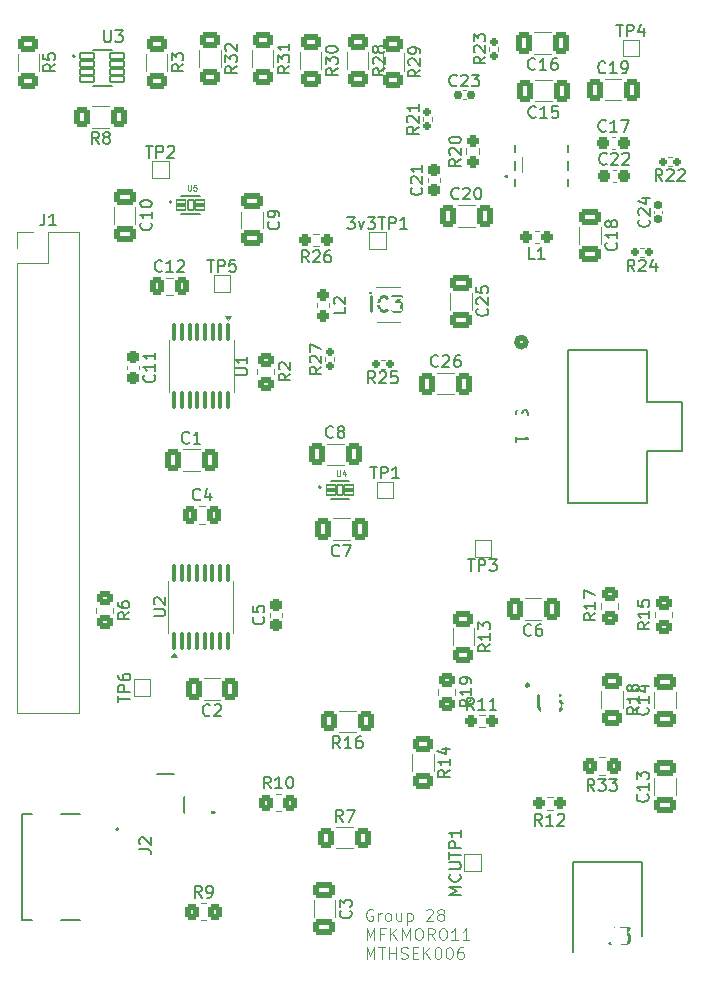
<source format=gbr>
%TF.GenerationSoftware,KiCad,Pcbnew,9.0.0*%
%TF.CreationDate,2025-04-05T16:57:48+02:00*%
%TF.ProjectId,PCB_v2,5043425f-7632-42e6-9b69-6361645f7063,rev?*%
%TF.SameCoordinates,Original*%
%TF.FileFunction,Legend,Top*%
%TF.FilePolarity,Positive*%
%FSLAX46Y46*%
G04 Gerber Fmt 4.6, Leading zero omitted, Abs format (unit mm)*
G04 Created by KiCad (PCBNEW 9.0.0) date 2025-04-05 16:57:48*
%MOMM*%
%LPD*%
G01*
G04 APERTURE LIST*
G04 Aperture macros list*
%AMRoundRect*
0 Rectangle with rounded corners*
0 $1 Rounding radius*
0 $2 $3 $4 $5 $6 $7 $8 $9 X,Y pos of 4 corners*
0 Add a 4 corners polygon primitive as box body*
4,1,4,$2,$3,$4,$5,$6,$7,$8,$9,$2,$3,0*
0 Add four circle primitives for the rounded corners*
1,1,$1+$1,$2,$3*
1,1,$1+$1,$4,$5*
1,1,$1+$1,$6,$7*
1,1,$1+$1,$8,$9*
0 Add four rect primitives between the rounded corners*
20,1,$1+$1,$2,$3,$4,$5,0*
20,1,$1+$1,$4,$5,$6,$7,0*
20,1,$1+$1,$6,$7,$8,$9,0*
20,1,$1+$1,$8,$9,$2,$3,0*%
G04 Aperture macros list end*
%ADD10C,0.100000*%
%ADD11C,0.150000*%
%ADD12C,0.254000*%
%ADD13C,0.120000*%
%ADD14C,0.200000*%
%ADD15C,0.152400*%
%ADD16C,0.508000*%
%ADD17C,0.127000*%
%ADD18R,1.350000X1.350000*%
%ADD19C,1.350000*%
%ADD20C,0.010000*%
%ADD21R,1.000000X1.000000*%
%ADD22RoundRect,0.237500X0.250000X0.237500X-0.250000X0.237500X-0.250000X-0.237500X0.250000X-0.237500X0*%
%ADD23RoundRect,0.250000X-0.625000X0.400000X-0.625000X-0.400000X0.625000X-0.400000X0.625000X0.400000X0*%
%ADD24RoundRect,0.250000X0.400000X0.625000X-0.400000X0.625000X-0.400000X-0.625000X0.400000X-0.625000X0*%
%ADD25RoundRect,0.250000X0.450000X-0.350000X0.450000X0.350000X-0.450000X0.350000X-0.450000X-0.350000X0*%
%ADD26R,1.400000X0.700000*%
%ADD27R,2.300000X3.200000*%
%ADD28RoundRect,0.160000X0.197500X0.160000X-0.197500X0.160000X-0.197500X-0.160000X0.197500X-0.160000X0*%
%ADD29RoundRect,0.250000X0.412500X0.650000X-0.412500X0.650000X-0.412500X-0.650000X0.412500X-0.650000X0*%
%ADD30RoundRect,0.237500X0.237500X-0.250000X0.237500X0.250000X-0.237500X0.250000X-0.237500X-0.250000X0*%
%ADD31RoundRect,0.250000X-0.412500X-0.650000X0.412500X-0.650000X0.412500X0.650000X-0.412500X0.650000X0*%
%ADD32RoundRect,0.237500X0.237500X-0.300000X0.237500X0.300000X-0.237500X0.300000X-0.237500X-0.300000X0*%
%ADD33RoundRect,0.237500X-0.237500X0.300000X-0.237500X-0.300000X0.237500X-0.300000X0.237500X0.300000X0*%
%ADD34RoundRect,0.237500X-0.300000X-0.237500X0.300000X-0.237500X0.300000X0.237500X-0.300000X0.237500X0*%
%ADD35RoundRect,0.250000X0.650000X-0.412500X0.650000X0.412500X-0.650000X0.412500X-0.650000X-0.412500X0*%
%ADD36R,0.600000X0.250000*%
%ADD37R,0.900000X0.250000*%
%ADD38R,1.300000X0.250000*%
%ADD39RoundRect,0.250000X-0.450000X0.350000X-0.450000X-0.350000X0.450000X-0.350000X0.450000X0.350000X0*%
%ADD40RoundRect,0.250000X-0.650000X0.412500X-0.650000X-0.412500X0.650000X-0.412500X0.650000X0.412500X0*%
%ADD41RoundRect,0.250000X0.350000X0.450000X-0.350000X0.450000X-0.350000X-0.450000X0.350000X-0.450000X0*%
%ADD42RoundRect,0.155000X0.155000X-0.212500X0.155000X0.212500X-0.155000X0.212500X-0.155000X-0.212500X0*%
%ADD43C,2.057400*%
%ADD44R,0.990000X0.300000*%
%ADD45R,0.300000X0.990000*%
%ADD46R,3.150000X2.150000*%
%ADD47RoundRect,0.059250X-0.397750X-0.177750X0.397750X-0.177750X0.397750X0.177750X-0.397750X0.177750X0*%
%ADD48RoundRect,0.102000X-0.250000X-0.430000X0.250000X-0.430000X0.250000X0.430000X-0.250000X0.430000X0*%
%ADD49RoundRect,0.160000X0.160000X-0.197500X0.160000X0.197500X-0.160000X0.197500X-0.160000X-0.197500X0*%
%ADD50C,0.650000*%
%ADD51O,2.254000X1.154000*%
%ADD52O,1.954000X1.154000*%
%ADD53RoundRect,0.237500X-0.250000X-0.237500X0.250000X-0.237500X0.250000X0.237500X-0.250000X0.237500X0*%
%ADD54R,2.310000X2.460000*%
%ADD55RoundRect,0.100000X-0.100000X0.687500X-0.100000X-0.687500X0.100000X-0.687500X0.100000X0.687500X0*%
%ADD56RoundRect,0.085500X-0.621500X-0.256500X0.621500X-0.256500X0.621500X0.256500X-0.621500X0.256500X0*%
%ADD57RoundRect,0.250000X-0.337500X-0.475000X0.337500X-0.475000X0.337500X0.475000X-0.337500X0.475000X0*%
%ADD58RoundRect,0.250000X-0.400000X-0.625000X0.400000X-0.625000X0.400000X0.625000X-0.400000X0.625000X0*%
%ADD59RoundRect,0.155000X-0.212500X-0.155000X0.212500X-0.155000X0.212500X0.155000X-0.212500X0.155000X0*%
%ADD60RoundRect,0.237500X0.287500X0.237500X-0.287500X0.237500X-0.287500X-0.237500X0.287500X-0.237500X0*%
%ADD61R,0.850000X0.300000*%
%ADD62R,0.300000X0.850000*%
%ADD63R,1.650000X1.650000*%
%ADD64RoundRect,0.250000X-0.350000X-0.450000X0.350000X-0.450000X0.350000X0.450000X-0.350000X0.450000X0*%
%ADD65RoundRect,0.237500X-0.237500X0.287500X-0.237500X-0.287500X0.237500X-0.287500X0.237500X0.287500X0*%
%ADD66R,1.700000X1.700000*%
%ADD67O,1.700000X1.700000*%
%ADD68RoundRect,0.100000X0.100000X-0.687500X0.100000X0.687500X-0.100000X0.687500X-0.100000X-0.687500X0*%
G04 APERTURE END LIST*
D10*
X120902693Y-131375150D02*
X120807455Y-131327531D01*
X120807455Y-131327531D02*
X120664598Y-131327531D01*
X120664598Y-131327531D02*
X120521741Y-131375150D01*
X120521741Y-131375150D02*
X120426503Y-131470388D01*
X120426503Y-131470388D02*
X120378884Y-131565626D01*
X120378884Y-131565626D02*
X120331265Y-131756102D01*
X120331265Y-131756102D02*
X120331265Y-131898959D01*
X120331265Y-131898959D02*
X120378884Y-132089435D01*
X120378884Y-132089435D02*
X120426503Y-132184673D01*
X120426503Y-132184673D02*
X120521741Y-132279912D01*
X120521741Y-132279912D02*
X120664598Y-132327531D01*
X120664598Y-132327531D02*
X120759836Y-132327531D01*
X120759836Y-132327531D02*
X120902693Y-132279912D01*
X120902693Y-132279912D02*
X120950312Y-132232292D01*
X120950312Y-132232292D02*
X120950312Y-131898959D01*
X120950312Y-131898959D02*
X120759836Y-131898959D01*
X121378884Y-132327531D02*
X121378884Y-131660864D01*
X121378884Y-131851340D02*
X121426503Y-131756102D01*
X121426503Y-131756102D02*
X121474122Y-131708483D01*
X121474122Y-131708483D02*
X121569360Y-131660864D01*
X121569360Y-131660864D02*
X121664598Y-131660864D01*
X122140789Y-132327531D02*
X122045551Y-132279912D01*
X122045551Y-132279912D02*
X121997932Y-132232292D01*
X121997932Y-132232292D02*
X121950313Y-132137054D01*
X121950313Y-132137054D02*
X121950313Y-131851340D01*
X121950313Y-131851340D02*
X121997932Y-131756102D01*
X121997932Y-131756102D02*
X122045551Y-131708483D01*
X122045551Y-131708483D02*
X122140789Y-131660864D01*
X122140789Y-131660864D02*
X122283646Y-131660864D01*
X122283646Y-131660864D02*
X122378884Y-131708483D01*
X122378884Y-131708483D02*
X122426503Y-131756102D01*
X122426503Y-131756102D02*
X122474122Y-131851340D01*
X122474122Y-131851340D02*
X122474122Y-132137054D01*
X122474122Y-132137054D02*
X122426503Y-132232292D01*
X122426503Y-132232292D02*
X122378884Y-132279912D01*
X122378884Y-132279912D02*
X122283646Y-132327531D01*
X122283646Y-132327531D02*
X122140789Y-132327531D01*
X123331265Y-131660864D02*
X123331265Y-132327531D01*
X122902694Y-131660864D02*
X122902694Y-132184673D01*
X122902694Y-132184673D02*
X122950313Y-132279912D01*
X122950313Y-132279912D02*
X123045551Y-132327531D01*
X123045551Y-132327531D02*
X123188408Y-132327531D01*
X123188408Y-132327531D02*
X123283646Y-132279912D01*
X123283646Y-132279912D02*
X123331265Y-132232292D01*
X123807456Y-131660864D02*
X123807456Y-132660864D01*
X123807456Y-131708483D02*
X123902694Y-131660864D01*
X123902694Y-131660864D02*
X124093170Y-131660864D01*
X124093170Y-131660864D02*
X124188408Y-131708483D01*
X124188408Y-131708483D02*
X124236027Y-131756102D01*
X124236027Y-131756102D02*
X124283646Y-131851340D01*
X124283646Y-131851340D02*
X124283646Y-132137054D01*
X124283646Y-132137054D02*
X124236027Y-132232292D01*
X124236027Y-132232292D02*
X124188408Y-132279912D01*
X124188408Y-132279912D02*
X124093170Y-132327531D01*
X124093170Y-132327531D02*
X123902694Y-132327531D01*
X123902694Y-132327531D02*
X123807456Y-132279912D01*
X125426504Y-131422769D02*
X125474123Y-131375150D01*
X125474123Y-131375150D02*
X125569361Y-131327531D01*
X125569361Y-131327531D02*
X125807456Y-131327531D01*
X125807456Y-131327531D02*
X125902694Y-131375150D01*
X125902694Y-131375150D02*
X125950313Y-131422769D01*
X125950313Y-131422769D02*
X125997932Y-131518007D01*
X125997932Y-131518007D02*
X125997932Y-131613245D01*
X125997932Y-131613245D02*
X125950313Y-131756102D01*
X125950313Y-131756102D02*
X125378885Y-132327531D01*
X125378885Y-132327531D02*
X125997932Y-132327531D01*
X126569361Y-131756102D02*
X126474123Y-131708483D01*
X126474123Y-131708483D02*
X126426504Y-131660864D01*
X126426504Y-131660864D02*
X126378885Y-131565626D01*
X126378885Y-131565626D02*
X126378885Y-131518007D01*
X126378885Y-131518007D02*
X126426504Y-131422769D01*
X126426504Y-131422769D02*
X126474123Y-131375150D01*
X126474123Y-131375150D02*
X126569361Y-131327531D01*
X126569361Y-131327531D02*
X126759837Y-131327531D01*
X126759837Y-131327531D02*
X126855075Y-131375150D01*
X126855075Y-131375150D02*
X126902694Y-131422769D01*
X126902694Y-131422769D02*
X126950313Y-131518007D01*
X126950313Y-131518007D02*
X126950313Y-131565626D01*
X126950313Y-131565626D02*
X126902694Y-131660864D01*
X126902694Y-131660864D02*
X126855075Y-131708483D01*
X126855075Y-131708483D02*
X126759837Y-131756102D01*
X126759837Y-131756102D02*
X126569361Y-131756102D01*
X126569361Y-131756102D02*
X126474123Y-131803721D01*
X126474123Y-131803721D02*
X126426504Y-131851340D01*
X126426504Y-131851340D02*
X126378885Y-131946578D01*
X126378885Y-131946578D02*
X126378885Y-132137054D01*
X126378885Y-132137054D02*
X126426504Y-132232292D01*
X126426504Y-132232292D02*
X126474123Y-132279912D01*
X126474123Y-132279912D02*
X126569361Y-132327531D01*
X126569361Y-132327531D02*
X126759837Y-132327531D01*
X126759837Y-132327531D02*
X126855075Y-132279912D01*
X126855075Y-132279912D02*
X126902694Y-132232292D01*
X126902694Y-132232292D02*
X126950313Y-132137054D01*
X126950313Y-132137054D02*
X126950313Y-131946578D01*
X126950313Y-131946578D02*
X126902694Y-131851340D01*
X126902694Y-131851340D02*
X126855075Y-131803721D01*
X126855075Y-131803721D02*
X126759837Y-131756102D01*
X120378884Y-133937475D02*
X120378884Y-132937475D01*
X120378884Y-132937475D02*
X120712217Y-133651760D01*
X120712217Y-133651760D02*
X121045550Y-132937475D01*
X121045550Y-132937475D02*
X121045550Y-133937475D01*
X121855074Y-133413665D02*
X121521741Y-133413665D01*
X121521741Y-133937475D02*
X121521741Y-132937475D01*
X121521741Y-132937475D02*
X121997931Y-132937475D01*
X122378884Y-133937475D02*
X122378884Y-132937475D01*
X122950312Y-133937475D02*
X122521741Y-133366046D01*
X122950312Y-132937475D02*
X122378884Y-133508903D01*
X123378884Y-133937475D02*
X123378884Y-132937475D01*
X123378884Y-132937475D02*
X123712217Y-133651760D01*
X123712217Y-133651760D02*
X124045550Y-132937475D01*
X124045550Y-132937475D02*
X124045550Y-133937475D01*
X124712217Y-132937475D02*
X124902693Y-132937475D01*
X124902693Y-132937475D02*
X124997931Y-132985094D01*
X124997931Y-132985094D02*
X125093169Y-133080332D01*
X125093169Y-133080332D02*
X125140788Y-133270808D01*
X125140788Y-133270808D02*
X125140788Y-133604141D01*
X125140788Y-133604141D02*
X125093169Y-133794617D01*
X125093169Y-133794617D02*
X124997931Y-133889856D01*
X124997931Y-133889856D02*
X124902693Y-133937475D01*
X124902693Y-133937475D02*
X124712217Y-133937475D01*
X124712217Y-133937475D02*
X124616979Y-133889856D01*
X124616979Y-133889856D02*
X124521741Y-133794617D01*
X124521741Y-133794617D02*
X124474122Y-133604141D01*
X124474122Y-133604141D02*
X124474122Y-133270808D01*
X124474122Y-133270808D02*
X124521741Y-133080332D01*
X124521741Y-133080332D02*
X124616979Y-132985094D01*
X124616979Y-132985094D02*
X124712217Y-132937475D01*
X126140788Y-133937475D02*
X125807455Y-133461284D01*
X125569360Y-133937475D02*
X125569360Y-132937475D01*
X125569360Y-132937475D02*
X125950312Y-132937475D01*
X125950312Y-132937475D02*
X126045550Y-132985094D01*
X126045550Y-132985094D02*
X126093169Y-133032713D01*
X126093169Y-133032713D02*
X126140788Y-133127951D01*
X126140788Y-133127951D02*
X126140788Y-133270808D01*
X126140788Y-133270808D02*
X126093169Y-133366046D01*
X126093169Y-133366046D02*
X126045550Y-133413665D01*
X126045550Y-133413665D02*
X125950312Y-133461284D01*
X125950312Y-133461284D02*
X125569360Y-133461284D01*
X126759836Y-132937475D02*
X126950312Y-132937475D01*
X126950312Y-132937475D02*
X127045550Y-132985094D01*
X127045550Y-132985094D02*
X127140788Y-133080332D01*
X127140788Y-133080332D02*
X127188407Y-133270808D01*
X127188407Y-133270808D02*
X127188407Y-133604141D01*
X127188407Y-133604141D02*
X127140788Y-133794617D01*
X127140788Y-133794617D02*
X127045550Y-133889856D01*
X127045550Y-133889856D02*
X126950312Y-133937475D01*
X126950312Y-133937475D02*
X126759836Y-133937475D01*
X126759836Y-133937475D02*
X126664598Y-133889856D01*
X126664598Y-133889856D02*
X126569360Y-133794617D01*
X126569360Y-133794617D02*
X126521741Y-133604141D01*
X126521741Y-133604141D02*
X126521741Y-133270808D01*
X126521741Y-133270808D02*
X126569360Y-133080332D01*
X126569360Y-133080332D02*
X126664598Y-132985094D01*
X126664598Y-132985094D02*
X126759836Y-132937475D01*
X128140788Y-133937475D02*
X127569360Y-133937475D01*
X127855074Y-133937475D02*
X127855074Y-132937475D01*
X127855074Y-132937475D02*
X127759836Y-133080332D01*
X127759836Y-133080332D02*
X127664598Y-133175570D01*
X127664598Y-133175570D02*
X127569360Y-133223189D01*
X129093169Y-133937475D02*
X128521741Y-133937475D01*
X128807455Y-133937475D02*
X128807455Y-132937475D01*
X128807455Y-132937475D02*
X128712217Y-133080332D01*
X128712217Y-133080332D02*
X128616979Y-133175570D01*
X128616979Y-133175570D02*
X128521741Y-133223189D01*
X120378884Y-135547419D02*
X120378884Y-134547419D01*
X120378884Y-134547419D02*
X120712217Y-135261704D01*
X120712217Y-135261704D02*
X121045550Y-134547419D01*
X121045550Y-134547419D02*
X121045550Y-135547419D01*
X121378884Y-134547419D02*
X121950312Y-134547419D01*
X121664598Y-135547419D02*
X121664598Y-134547419D01*
X122283646Y-135547419D02*
X122283646Y-134547419D01*
X122283646Y-135023609D02*
X122855074Y-135023609D01*
X122855074Y-135547419D02*
X122855074Y-134547419D01*
X123283646Y-135499800D02*
X123426503Y-135547419D01*
X123426503Y-135547419D02*
X123664598Y-135547419D01*
X123664598Y-135547419D02*
X123759836Y-135499800D01*
X123759836Y-135499800D02*
X123807455Y-135452180D01*
X123807455Y-135452180D02*
X123855074Y-135356942D01*
X123855074Y-135356942D02*
X123855074Y-135261704D01*
X123855074Y-135261704D02*
X123807455Y-135166466D01*
X123807455Y-135166466D02*
X123759836Y-135118847D01*
X123759836Y-135118847D02*
X123664598Y-135071228D01*
X123664598Y-135071228D02*
X123474122Y-135023609D01*
X123474122Y-135023609D02*
X123378884Y-134975990D01*
X123378884Y-134975990D02*
X123331265Y-134928371D01*
X123331265Y-134928371D02*
X123283646Y-134833133D01*
X123283646Y-134833133D02*
X123283646Y-134737895D01*
X123283646Y-134737895D02*
X123331265Y-134642657D01*
X123331265Y-134642657D02*
X123378884Y-134595038D01*
X123378884Y-134595038D02*
X123474122Y-134547419D01*
X123474122Y-134547419D02*
X123712217Y-134547419D01*
X123712217Y-134547419D02*
X123855074Y-134595038D01*
X124283646Y-135023609D02*
X124616979Y-135023609D01*
X124759836Y-135547419D02*
X124283646Y-135547419D01*
X124283646Y-135547419D02*
X124283646Y-134547419D01*
X124283646Y-134547419D02*
X124759836Y-134547419D01*
X125188408Y-135547419D02*
X125188408Y-134547419D01*
X125759836Y-135547419D02*
X125331265Y-134975990D01*
X125759836Y-134547419D02*
X125188408Y-135118847D01*
X126378884Y-134547419D02*
X126474122Y-134547419D01*
X126474122Y-134547419D02*
X126569360Y-134595038D01*
X126569360Y-134595038D02*
X126616979Y-134642657D01*
X126616979Y-134642657D02*
X126664598Y-134737895D01*
X126664598Y-134737895D02*
X126712217Y-134928371D01*
X126712217Y-134928371D02*
X126712217Y-135166466D01*
X126712217Y-135166466D02*
X126664598Y-135356942D01*
X126664598Y-135356942D02*
X126616979Y-135452180D01*
X126616979Y-135452180D02*
X126569360Y-135499800D01*
X126569360Y-135499800D02*
X126474122Y-135547419D01*
X126474122Y-135547419D02*
X126378884Y-135547419D01*
X126378884Y-135547419D02*
X126283646Y-135499800D01*
X126283646Y-135499800D02*
X126236027Y-135452180D01*
X126236027Y-135452180D02*
X126188408Y-135356942D01*
X126188408Y-135356942D02*
X126140789Y-135166466D01*
X126140789Y-135166466D02*
X126140789Y-134928371D01*
X126140789Y-134928371D02*
X126188408Y-134737895D01*
X126188408Y-134737895D02*
X126236027Y-134642657D01*
X126236027Y-134642657D02*
X126283646Y-134595038D01*
X126283646Y-134595038D02*
X126378884Y-134547419D01*
X127331265Y-134547419D02*
X127426503Y-134547419D01*
X127426503Y-134547419D02*
X127521741Y-134595038D01*
X127521741Y-134595038D02*
X127569360Y-134642657D01*
X127569360Y-134642657D02*
X127616979Y-134737895D01*
X127616979Y-134737895D02*
X127664598Y-134928371D01*
X127664598Y-134928371D02*
X127664598Y-135166466D01*
X127664598Y-135166466D02*
X127616979Y-135356942D01*
X127616979Y-135356942D02*
X127569360Y-135452180D01*
X127569360Y-135452180D02*
X127521741Y-135499800D01*
X127521741Y-135499800D02*
X127426503Y-135547419D01*
X127426503Y-135547419D02*
X127331265Y-135547419D01*
X127331265Y-135547419D02*
X127236027Y-135499800D01*
X127236027Y-135499800D02*
X127188408Y-135452180D01*
X127188408Y-135452180D02*
X127140789Y-135356942D01*
X127140789Y-135356942D02*
X127093170Y-135166466D01*
X127093170Y-135166466D02*
X127093170Y-134928371D01*
X127093170Y-134928371D02*
X127140789Y-134737895D01*
X127140789Y-134737895D02*
X127188408Y-134642657D01*
X127188408Y-134642657D02*
X127236027Y-134595038D01*
X127236027Y-134595038D02*
X127331265Y-134547419D01*
X128521741Y-134547419D02*
X128331265Y-134547419D01*
X128331265Y-134547419D02*
X128236027Y-134595038D01*
X128236027Y-134595038D02*
X128188408Y-134642657D01*
X128188408Y-134642657D02*
X128093170Y-134785514D01*
X128093170Y-134785514D02*
X128045551Y-134975990D01*
X128045551Y-134975990D02*
X128045551Y-135356942D01*
X128045551Y-135356942D02*
X128093170Y-135452180D01*
X128093170Y-135452180D02*
X128140789Y-135499800D01*
X128140789Y-135499800D02*
X128236027Y-135547419D01*
X128236027Y-135547419D02*
X128426503Y-135547419D01*
X128426503Y-135547419D02*
X128521741Y-135499800D01*
X128521741Y-135499800D02*
X128569360Y-135452180D01*
X128569360Y-135452180D02*
X128616979Y-135356942D01*
X128616979Y-135356942D02*
X128616979Y-135118847D01*
X128616979Y-135118847D02*
X128569360Y-135023609D01*
X128569360Y-135023609D02*
X128521741Y-134975990D01*
X128521741Y-134975990D02*
X128426503Y-134928371D01*
X128426503Y-134928371D02*
X128236027Y-134928371D01*
X128236027Y-134928371D02*
X128140789Y-134975990D01*
X128140789Y-134975990D02*
X128093170Y-135023609D01*
X128093170Y-135023609D02*
X128045551Y-135118847D01*
D11*
X99356819Y-113811904D02*
X99356819Y-113240476D01*
X100356819Y-113526190D02*
X99356819Y-113526190D01*
X100356819Y-112907142D02*
X99356819Y-112907142D01*
X99356819Y-112907142D02*
X99356819Y-112526190D01*
X99356819Y-112526190D02*
X99404438Y-112430952D01*
X99404438Y-112430952D02*
X99452057Y-112383333D01*
X99452057Y-112383333D02*
X99547295Y-112335714D01*
X99547295Y-112335714D02*
X99690152Y-112335714D01*
X99690152Y-112335714D02*
X99785390Y-112383333D01*
X99785390Y-112383333D02*
X99833009Y-112430952D01*
X99833009Y-112430952D02*
X99880628Y-112526190D01*
X99880628Y-112526190D02*
X99880628Y-112907142D01*
X99356819Y-111478571D02*
X99356819Y-111669047D01*
X99356819Y-111669047D02*
X99404438Y-111764285D01*
X99404438Y-111764285D02*
X99452057Y-111811904D01*
X99452057Y-111811904D02*
X99594914Y-111907142D01*
X99594914Y-111907142D02*
X99785390Y-111954761D01*
X99785390Y-111954761D02*
X100166342Y-111954761D01*
X100166342Y-111954761D02*
X100261580Y-111907142D01*
X100261580Y-111907142D02*
X100309200Y-111859523D01*
X100309200Y-111859523D02*
X100356819Y-111764285D01*
X100356819Y-111764285D02*
X100356819Y-111573809D01*
X100356819Y-111573809D02*
X100309200Y-111478571D01*
X100309200Y-111478571D02*
X100261580Y-111430952D01*
X100261580Y-111430952D02*
X100166342Y-111383333D01*
X100166342Y-111383333D02*
X99928247Y-111383333D01*
X99928247Y-111383333D02*
X99833009Y-111430952D01*
X99833009Y-111430952D02*
X99785390Y-111478571D01*
X99785390Y-111478571D02*
X99737771Y-111573809D01*
X99737771Y-111573809D02*
X99737771Y-111764285D01*
X99737771Y-111764285D02*
X99785390Y-111859523D01*
X99785390Y-111859523D02*
X99833009Y-111907142D01*
X99833009Y-111907142D02*
X99928247Y-111954761D01*
D12*
X141351667Y-132904318D02*
X141351667Y-133811461D01*
X141351667Y-133811461D02*
X141291190Y-133992889D01*
X141291190Y-133992889D02*
X141170238Y-134113842D01*
X141170238Y-134113842D02*
X140988809Y-134174318D01*
X140988809Y-134174318D02*
X140867857Y-134174318D01*
X141835476Y-132904318D02*
X142621667Y-132904318D01*
X142621667Y-132904318D02*
X142198333Y-133388127D01*
X142198333Y-133388127D02*
X142379762Y-133388127D01*
X142379762Y-133388127D02*
X142500714Y-133448603D01*
X142500714Y-133448603D02*
X142561190Y-133509080D01*
X142561190Y-133509080D02*
X142621667Y-133630032D01*
X142621667Y-133630032D02*
X142621667Y-133932413D01*
X142621667Y-133932413D02*
X142561190Y-134053365D01*
X142561190Y-134053365D02*
X142500714Y-134113842D01*
X142500714Y-134113842D02*
X142379762Y-134174318D01*
X142379762Y-134174318D02*
X142016905Y-134174318D01*
X142016905Y-134174318D02*
X141895952Y-134113842D01*
X141895952Y-134113842D02*
X141835476Y-134053365D01*
D11*
X135232142Y-124260819D02*
X134898809Y-123784628D01*
X134660714Y-124260819D02*
X134660714Y-123260819D01*
X134660714Y-123260819D02*
X135041666Y-123260819D01*
X135041666Y-123260819D02*
X135136904Y-123308438D01*
X135136904Y-123308438D02*
X135184523Y-123356057D01*
X135184523Y-123356057D02*
X135232142Y-123451295D01*
X135232142Y-123451295D02*
X135232142Y-123594152D01*
X135232142Y-123594152D02*
X135184523Y-123689390D01*
X135184523Y-123689390D02*
X135136904Y-123737009D01*
X135136904Y-123737009D02*
X135041666Y-123784628D01*
X135041666Y-123784628D02*
X134660714Y-123784628D01*
X136184523Y-124260819D02*
X135613095Y-124260819D01*
X135898809Y-124260819D02*
X135898809Y-123260819D01*
X135898809Y-123260819D02*
X135803571Y-123403676D01*
X135803571Y-123403676D02*
X135708333Y-123498914D01*
X135708333Y-123498914D02*
X135613095Y-123546533D01*
X136565476Y-123356057D02*
X136613095Y-123308438D01*
X136613095Y-123308438D02*
X136708333Y-123260819D01*
X136708333Y-123260819D02*
X136946428Y-123260819D01*
X136946428Y-123260819D02*
X137041666Y-123308438D01*
X137041666Y-123308438D02*
X137089285Y-123356057D01*
X137089285Y-123356057D02*
X137136904Y-123451295D01*
X137136904Y-123451295D02*
X137136904Y-123546533D01*
X137136904Y-123546533D02*
X137089285Y-123689390D01*
X137089285Y-123689390D02*
X136517857Y-124260819D01*
X136517857Y-124260819D02*
X137136904Y-124260819D01*
X109399819Y-59967857D02*
X108923628Y-60301190D01*
X109399819Y-60539285D02*
X108399819Y-60539285D01*
X108399819Y-60539285D02*
X108399819Y-60158333D01*
X108399819Y-60158333D02*
X108447438Y-60063095D01*
X108447438Y-60063095D02*
X108495057Y-60015476D01*
X108495057Y-60015476D02*
X108590295Y-59967857D01*
X108590295Y-59967857D02*
X108733152Y-59967857D01*
X108733152Y-59967857D02*
X108828390Y-60015476D01*
X108828390Y-60015476D02*
X108876009Y-60063095D01*
X108876009Y-60063095D02*
X108923628Y-60158333D01*
X108923628Y-60158333D02*
X108923628Y-60539285D01*
X108399819Y-59634523D02*
X108399819Y-59015476D01*
X108399819Y-59015476D02*
X108780771Y-59348809D01*
X108780771Y-59348809D02*
X108780771Y-59205952D01*
X108780771Y-59205952D02*
X108828390Y-59110714D01*
X108828390Y-59110714D02*
X108876009Y-59063095D01*
X108876009Y-59063095D02*
X108971247Y-59015476D01*
X108971247Y-59015476D02*
X109209342Y-59015476D01*
X109209342Y-59015476D02*
X109304580Y-59063095D01*
X109304580Y-59063095D02*
X109352200Y-59110714D01*
X109352200Y-59110714D02*
X109399819Y-59205952D01*
X109399819Y-59205952D02*
X109399819Y-59491666D01*
X109399819Y-59491666D02*
X109352200Y-59586904D01*
X109352200Y-59586904D02*
X109304580Y-59634523D01*
X108495057Y-58634523D02*
X108447438Y-58586904D01*
X108447438Y-58586904D02*
X108399819Y-58491666D01*
X108399819Y-58491666D02*
X108399819Y-58253571D01*
X108399819Y-58253571D02*
X108447438Y-58158333D01*
X108447438Y-58158333D02*
X108495057Y-58110714D01*
X108495057Y-58110714D02*
X108590295Y-58063095D01*
X108590295Y-58063095D02*
X108685533Y-58063095D01*
X108685533Y-58063095D02*
X108828390Y-58110714D01*
X108828390Y-58110714D02*
X109399819Y-58682142D01*
X109399819Y-58682142D02*
X109399819Y-58063095D01*
X118132142Y-117699819D02*
X117798809Y-117223628D01*
X117560714Y-117699819D02*
X117560714Y-116699819D01*
X117560714Y-116699819D02*
X117941666Y-116699819D01*
X117941666Y-116699819D02*
X118036904Y-116747438D01*
X118036904Y-116747438D02*
X118084523Y-116795057D01*
X118084523Y-116795057D02*
X118132142Y-116890295D01*
X118132142Y-116890295D02*
X118132142Y-117033152D01*
X118132142Y-117033152D02*
X118084523Y-117128390D01*
X118084523Y-117128390D02*
X118036904Y-117176009D01*
X118036904Y-117176009D02*
X117941666Y-117223628D01*
X117941666Y-117223628D02*
X117560714Y-117223628D01*
X119084523Y-117699819D02*
X118513095Y-117699819D01*
X118798809Y-117699819D02*
X118798809Y-116699819D01*
X118798809Y-116699819D02*
X118703571Y-116842676D01*
X118703571Y-116842676D02*
X118608333Y-116937914D01*
X118608333Y-116937914D02*
X118513095Y-116985533D01*
X119941666Y-116699819D02*
X119751190Y-116699819D01*
X119751190Y-116699819D02*
X119655952Y-116747438D01*
X119655952Y-116747438D02*
X119608333Y-116795057D01*
X119608333Y-116795057D02*
X119513095Y-116937914D01*
X119513095Y-116937914D02*
X119465476Y-117128390D01*
X119465476Y-117128390D02*
X119465476Y-117509342D01*
X119465476Y-117509342D02*
X119513095Y-117604580D01*
X119513095Y-117604580D02*
X119560714Y-117652200D01*
X119560714Y-117652200D02*
X119655952Y-117699819D01*
X119655952Y-117699819D02*
X119846428Y-117699819D01*
X119846428Y-117699819D02*
X119941666Y-117652200D01*
X119941666Y-117652200D02*
X119989285Y-117604580D01*
X119989285Y-117604580D02*
X120036904Y-117509342D01*
X120036904Y-117509342D02*
X120036904Y-117271247D01*
X120036904Y-117271247D02*
X119989285Y-117176009D01*
X119989285Y-117176009D02*
X119941666Y-117128390D01*
X119941666Y-117128390D02*
X119846428Y-117080771D01*
X119846428Y-117080771D02*
X119655952Y-117080771D01*
X119655952Y-117080771D02*
X119560714Y-117128390D01*
X119560714Y-117128390D02*
X119513095Y-117176009D01*
X119513095Y-117176009D02*
X119465476Y-117271247D01*
X106888095Y-76356819D02*
X107459523Y-76356819D01*
X107173809Y-77356819D02*
X107173809Y-76356819D01*
X107792857Y-77356819D02*
X107792857Y-76356819D01*
X107792857Y-76356819D02*
X108173809Y-76356819D01*
X108173809Y-76356819D02*
X108269047Y-76404438D01*
X108269047Y-76404438D02*
X108316666Y-76452057D01*
X108316666Y-76452057D02*
X108364285Y-76547295D01*
X108364285Y-76547295D02*
X108364285Y-76690152D01*
X108364285Y-76690152D02*
X108316666Y-76785390D01*
X108316666Y-76785390D02*
X108269047Y-76833009D01*
X108269047Y-76833009D02*
X108173809Y-76880628D01*
X108173809Y-76880628D02*
X107792857Y-76880628D01*
X109269047Y-76356819D02*
X108792857Y-76356819D01*
X108792857Y-76356819D02*
X108745238Y-76833009D01*
X108745238Y-76833009D02*
X108792857Y-76785390D01*
X108792857Y-76785390D02*
X108888095Y-76737771D01*
X108888095Y-76737771D02*
X109126190Y-76737771D01*
X109126190Y-76737771D02*
X109221428Y-76785390D01*
X109221428Y-76785390D02*
X109269047Y-76833009D01*
X109269047Y-76833009D02*
X109316666Y-76928247D01*
X109316666Y-76928247D02*
X109316666Y-77166342D01*
X109316666Y-77166342D02*
X109269047Y-77261580D01*
X109269047Y-77261580D02*
X109221428Y-77309200D01*
X109221428Y-77309200D02*
X109126190Y-77356819D01*
X109126190Y-77356819D02*
X108888095Y-77356819D01*
X108888095Y-77356819D02*
X108792857Y-77309200D01*
X108792857Y-77309200D02*
X108745238Y-77261580D01*
X139754819Y-106293857D02*
X139278628Y-106627190D01*
X139754819Y-106865285D02*
X138754819Y-106865285D01*
X138754819Y-106865285D02*
X138754819Y-106484333D01*
X138754819Y-106484333D02*
X138802438Y-106389095D01*
X138802438Y-106389095D02*
X138850057Y-106341476D01*
X138850057Y-106341476D02*
X138945295Y-106293857D01*
X138945295Y-106293857D02*
X139088152Y-106293857D01*
X139088152Y-106293857D02*
X139183390Y-106341476D01*
X139183390Y-106341476D02*
X139231009Y-106389095D01*
X139231009Y-106389095D02*
X139278628Y-106484333D01*
X139278628Y-106484333D02*
X139278628Y-106865285D01*
X139754819Y-105341476D02*
X139754819Y-105912904D01*
X139754819Y-105627190D02*
X138754819Y-105627190D01*
X138754819Y-105627190D02*
X138897676Y-105722428D01*
X138897676Y-105722428D02*
X138992914Y-105817666D01*
X138992914Y-105817666D02*
X139040533Y-105912904D01*
X138754819Y-105008142D02*
X138754819Y-104341476D01*
X138754819Y-104341476D02*
X139754819Y-104770047D01*
D12*
X104885237Y-123124318D02*
X104885237Y-121854318D01*
X106215714Y-123003365D02*
X106155238Y-123063842D01*
X106155238Y-123063842D02*
X105973809Y-123124318D01*
X105973809Y-123124318D02*
X105852857Y-123124318D01*
X105852857Y-123124318D02*
X105671428Y-123063842D01*
X105671428Y-123063842D02*
X105550476Y-122942889D01*
X105550476Y-122942889D02*
X105489999Y-122821937D01*
X105489999Y-122821937D02*
X105429523Y-122580032D01*
X105429523Y-122580032D02*
X105429523Y-122398603D01*
X105429523Y-122398603D02*
X105489999Y-122156699D01*
X105489999Y-122156699D02*
X105550476Y-122035746D01*
X105550476Y-122035746D02*
X105671428Y-121914794D01*
X105671428Y-121914794D02*
X105852857Y-121854318D01*
X105852857Y-121854318D02*
X105973809Y-121854318D01*
X105973809Y-121854318D02*
X106155238Y-121914794D01*
X106155238Y-121914794D02*
X106215714Y-121975270D01*
X107425238Y-123124318D02*
X106699523Y-123124318D01*
X107062380Y-123124318D02*
X107062380Y-121854318D01*
X107062380Y-121854318D02*
X106941428Y-122035746D01*
X106941428Y-122035746D02*
X106820476Y-122156699D01*
X106820476Y-122156699D02*
X106699523Y-122217175D01*
D11*
X143424819Y-114217857D02*
X142948628Y-114551190D01*
X143424819Y-114789285D02*
X142424819Y-114789285D01*
X142424819Y-114789285D02*
X142424819Y-114408333D01*
X142424819Y-114408333D02*
X142472438Y-114313095D01*
X142472438Y-114313095D02*
X142520057Y-114265476D01*
X142520057Y-114265476D02*
X142615295Y-114217857D01*
X142615295Y-114217857D02*
X142758152Y-114217857D01*
X142758152Y-114217857D02*
X142853390Y-114265476D01*
X142853390Y-114265476D02*
X142901009Y-114313095D01*
X142901009Y-114313095D02*
X142948628Y-114408333D01*
X142948628Y-114408333D02*
X142948628Y-114789285D01*
X143424819Y-113265476D02*
X143424819Y-113836904D01*
X143424819Y-113551190D02*
X142424819Y-113551190D01*
X142424819Y-113551190D02*
X142567676Y-113646428D01*
X142567676Y-113646428D02*
X142662914Y-113741666D01*
X142662914Y-113741666D02*
X142710533Y-113836904D01*
X142853390Y-112694047D02*
X142805771Y-112789285D01*
X142805771Y-112789285D02*
X142758152Y-112836904D01*
X142758152Y-112836904D02*
X142662914Y-112884523D01*
X142662914Y-112884523D02*
X142615295Y-112884523D01*
X142615295Y-112884523D02*
X142520057Y-112836904D01*
X142520057Y-112836904D02*
X142472438Y-112789285D01*
X142472438Y-112789285D02*
X142424819Y-112694047D01*
X142424819Y-112694047D02*
X142424819Y-112503571D01*
X142424819Y-112503571D02*
X142472438Y-112408333D01*
X142472438Y-112408333D02*
X142520057Y-112360714D01*
X142520057Y-112360714D02*
X142615295Y-112313095D01*
X142615295Y-112313095D02*
X142662914Y-112313095D01*
X142662914Y-112313095D02*
X142758152Y-112360714D01*
X142758152Y-112360714D02*
X142805771Y-112408333D01*
X142805771Y-112408333D02*
X142853390Y-112503571D01*
X142853390Y-112503571D02*
X142853390Y-112694047D01*
X142853390Y-112694047D02*
X142901009Y-112789285D01*
X142901009Y-112789285D02*
X142948628Y-112836904D01*
X142948628Y-112836904D02*
X143043866Y-112884523D01*
X143043866Y-112884523D02*
X143234342Y-112884523D01*
X143234342Y-112884523D02*
X143329580Y-112836904D01*
X143329580Y-112836904D02*
X143377200Y-112789285D01*
X143377200Y-112789285D02*
X143424819Y-112694047D01*
X143424819Y-112694047D02*
X143424819Y-112503571D01*
X143424819Y-112503571D02*
X143377200Y-112408333D01*
X143377200Y-112408333D02*
X143329580Y-112360714D01*
X143329580Y-112360714D02*
X143234342Y-112313095D01*
X143234342Y-112313095D02*
X143043866Y-112313095D01*
X143043866Y-112313095D02*
X142948628Y-112360714D01*
X142948628Y-112360714D02*
X142901009Y-112408333D01*
X142901009Y-112408333D02*
X142853390Y-112503571D01*
X121104642Y-86799819D02*
X120771309Y-86323628D01*
X120533214Y-86799819D02*
X120533214Y-85799819D01*
X120533214Y-85799819D02*
X120914166Y-85799819D01*
X120914166Y-85799819D02*
X121009404Y-85847438D01*
X121009404Y-85847438D02*
X121057023Y-85895057D01*
X121057023Y-85895057D02*
X121104642Y-85990295D01*
X121104642Y-85990295D02*
X121104642Y-86133152D01*
X121104642Y-86133152D02*
X121057023Y-86228390D01*
X121057023Y-86228390D02*
X121009404Y-86276009D01*
X121009404Y-86276009D02*
X120914166Y-86323628D01*
X120914166Y-86323628D02*
X120533214Y-86323628D01*
X121485595Y-85895057D02*
X121533214Y-85847438D01*
X121533214Y-85847438D02*
X121628452Y-85799819D01*
X121628452Y-85799819D02*
X121866547Y-85799819D01*
X121866547Y-85799819D02*
X121961785Y-85847438D01*
X121961785Y-85847438D02*
X122009404Y-85895057D01*
X122009404Y-85895057D02*
X122057023Y-85990295D01*
X122057023Y-85990295D02*
X122057023Y-86085533D01*
X122057023Y-86085533D02*
X122009404Y-86228390D01*
X122009404Y-86228390D02*
X121437976Y-86799819D01*
X121437976Y-86799819D02*
X122057023Y-86799819D01*
X122961785Y-85799819D02*
X122485595Y-85799819D01*
X122485595Y-85799819D02*
X122437976Y-86276009D01*
X122437976Y-86276009D02*
X122485595Y-86228390D01*
X122485595Y-86228390D02*
X122580833Y-86180771D01*
X122580833Y-86180771D02*
X122818928Y-86180771D01*
X122818928Y-86180771D02*
X122914166Y-86228390D01*
X122914166Y-86228390D02*
X122961785Y-86276009D01*
X122961785Y-86276009D02*
X123009404Y-86371247D01*
X123009404Y-86371247D02*
X123009404Y-86609342D01*
X123009404Y-86609342D02*
X122961785Y-86704580D01*
X122961785Y-86704580D02*
X122914166Y-86752200D01*
X122914166Y-86752200D02*
X122818928Y-86799819D01*
X122818928Y-86799819D02*
X122580833Y-86799819D01*
X122580833Y-86799819D02*
X122485595Y-86752200D01*
X122485595Y-86752200D02*
X122437976Y-86704580D01*
X134707142Y-64234580D02*
X134659523Y-64282200D01*
X134659523Y-64282200D02*
X134516666Y-64329819D01*
X134516666Y-64329819D02*
X134421428Y-64329819D01*
X134421428Y-64329819D02*
X134278571Y-64282200D01*
X134278571Y-64282200D02*
X134183333Y-64186961D01*
X134183333Y-64186961D02*
X134135714Y-64091723D01*
X134135714Y-64091723D02*
X134088095Y-63901247D01*
X134088095Y-63901247D02*
X134088095Y-63758390D01*
X134088095Y-63758390D02*
X134135714Y-63567914D01*
X134135714Y-63567914D02*
X134183333Y-63472676D01*
X134183333Y-63472676D02*
X134278571Y-63377438D01*
X134278571Y-63377438D02*
X134421428Y-63329819D01*
X134421428Y-63329819D02*
X134516666Y-63329819D01*
X134516666Y-63329819D02*
X134659523Y-63377438D01*
X134659523Y-63377438D02*
X134707142Y-63425057D01*
X135659523Y-64329819D02*
X135088095Y-64329819D01*
X135373809Y-64329819D02*
X135373809Y-63329819D01*
X135373809Y-63329819D02*
X135278571Y-63472676D01*
X135278571Y-63472676D02*
X135183333Y-63567914D01*
X135183333Y-63567914D02*
X135088095Y-63615533D01*
X136564285Y-63329819D02*
X136088095Y-63329819D01*
X136088095Y-63329819D02*
X136040476Y-63806009D01*
X136040476Y-63806009D02*
X136088095Y-63758390D01*
X136088095Y-63758390D02*
X136183333Y-63710771D01*
X136183333Y-63710771D02*
X136421428Y-63710771D01*
X136421428Y-63710771D02*
X136516666Y-63758390D01*
X136516666Y-63758390D02*
X136564285Y-63806009D01*
X136564285Y-63806009D02*
X136611904Y-63901247D01*
X136611904Y-63901247D02*
X136611904Y-64139342D01*
X136611904Y-64139342D02*
X136564285Y-64234580D01*
X136564285Y-64234580D02*
X136516666Y-64282200D01*
X136516666Y-64282200D02*
X136421428Y-64329819D01*
X136421428Y-64329819D02*
X136183333Y-64329819D01*
X136183333Y-64329819D02*
X136088095Y-64282200D01*
X136088095Y-64282200D02*
X136040476Y-64234580D01*
X128374819Y-67817857D02*
X127898628Y-68151190D01*
X128374819Y-68389285D02*
X127374819Y-68389285D01*
X127374819Y-68389285D02*
X127374819Y-68008333D01*
X127374819Y-68008333D02*
X127422438Y-67913095D01*
X127422438Y-67913095D02*
X127470057Y-67865476D01*
X127470057Y-67865476D02*
X127565295Y-67817857D01*
X127565295Y-67817857D02*
X127708152Y-67817857D01*
X127708152Y-67817857D02*
X127803390Y-67865476D01*
X127803390Y-67865476D02*
X127851009Y-67913095D01*
X127851009Y-67913095D02*
X127898628Y-68008333D01*
X127898628Y-68008333D02*
X127898628Y-68389285D01*
X127470057Y-67436904D02*
X127422438Y-67389285D01*
X127422438Y-67389285D02*
X127374819Y-67294047D01*
X127374819Y-67294047D02*
X127374819Y-67055952D01*
X127374819Y-67055952D02*
X127422438Y-66960714D01*
X127422438Y-66960714D02*
X127470057Y-66913095D01*
X127470057Y-66913095D02*
X127565295Y-66865476D01*
X127565295Y-66865476D02*
X127660533Y-66865476D01*
X127660533Y-66865476D02*
X127803390Y-66913095D01*
X127803390Y-66913095D02*
X128374819Y-67484523D01*
X128374819Y-67484523D02*
X128374819Y-66865476D01*
X127374819Y-66246428D02*
X127374819Y-66151190D01*
X127374819Y-66151190D02*
X127422438Y-66055952D01*
X127422438Y-66055952D02*
X127470057Y-66008333D01*
X127470057Y-66008333D02*
X127565295Y-65960714D01*
X127565295Y-65960714D02*
X127755771Y-65913095D01*
X127755771Y-65913095D02*
X127993866Y-65913095D01*
X127993866Y-65913095D02*
X128184342Y-65960714D01*
X128184342Y-65960714D02*
X128279580Y-66008333D01*
X128279580Y-66008333D02*
X128327200Y-66055952D01*
X128327200Y-66055952D02*
X128374819Y-66151190D01*
X128374819Y-66151190D02*
X128374819Y-66246428D01*
X128374819Y-66246428D02*
X128327200Y-66341666D01*
X128327200Y-66341666D02*
X128279580Y-66389285D01*
X128279580Y-66389285D02*
X128184342Y-66436904D01*
X128184342Y-66436904D02*
X127993866Y-66484523D01*
X127993866Y-66484523D02*
X127755771Y-66484523D01*
X127755771Y-66484523D02*
X127565295Y-66436904D01*
X127565295Y-66436904D02*
X127470057Y-66389285D01*
X127470057Y-66389285D02*
X127422438Y-66341666D01*
X127422438Y-66341666D02*
X127374819Y-66246428D01*
X134308333Y-108110580D02*
X134260714Y-108158200D01*
X134260714Y-108158200D02*
X134117857Y-108205819D01*
X134117857Y-108205819D02*
X134022619Y-108205819D01*
X134022619Y-108205819D02*
X133879762Y-108158200D01*
X133879762Y-108158200D02*
X133784524Y-108062961D01*
X133784524Y-108062961D02*
X133736905Y-107967723D01*
X133736905Y-107967723D02*
X133689286Y-107777247D01*
X133689286Y-107777247D02*
X133689286Y-107634390D01*
X133689286Y-107634390D02*
X133736905Y-107443914D01*
X133736905Y-107443914D02*
X133784524Y-107348676D01*
X133784524Y-107348676D02*
X133879762Y-107253438D01*
X133879762Y-107253438D02*
X134022619Y-107205819D01*
X134022619Y-107205819D02*
X134117857Y-107205819D01*
X134117857Y-107205819D02*
X134260714Y-107253438D01*
X134260714Y-107253438D02*
X134308333Y-107301057D01*
X135165476Y-107205819D02*
X134975000Y-107205819D01*
X134975000Y-107205819D02*
X134879762Y-107253438D01*
X134879762Y-107253438D02*
X134832143Y-107301057D01*
X134832143Y-107301057D02*
X134736905Y-107443914D01*
X134736905Y-107443914D02*
X134689286Y-107634390D01*
X134689286Y-107634390D02*
X134689286Y-108015342D01*
X134689286Y-108015342D02*
X134736905Y-108110580D01*
X134736905Y-108110580D02*
X134784524Y-108158200D01*
X134784524Y-108158200D02*
X134879762Y-108205819D01*
X134879762Y-108205819D02*
X135070238Y-108205819D01*
X135070238Y-108205819D02*
X135165476Y-108158200D01*
X135165476Y-108158200D02*
X135213095Y-108110580D01*
X135213095Y-108110580D02*
X135260714Y-108015342D01*
X135260714Y-108015342D02*
X135260714Y-107777247D01*
X135260714Y-107777247D02*
X135213095Y-107682009D01*
X135213095Y-107682009D02*
X135165476Y-107634390D01*
X135165476Y-107634390D02*
X135070238Y-107586771D01*
X135070238Y-107586771D02*
X134879762Y-107586771D01*
X134879762Y-107586771D02*
X134784524Y-107634390D01*
X134784524Y-107634390D02*
X134736905Y-107682009D01*
X134736905Y-107682009D02*
X134689286Y-107777247D01*
X117558333Y-91334580D02*
X117510714Y-91382200D01*
X117510714Y-91382200D02*
X117367857Y-91429819D01*
X117367857Y-91429819D02*
X117272619Y-91429819D01*
X117272619Y-91429819D02*
X117129762Y-91382200D01*
X117129762Y-91382200D02*
X117034524Y-91286961D01*
X117034524Y-91286961D02*
X116986905Y-91191723D01*
X116986905Y-91191723D02*
X116939286Y-91001247D01*
X116939286Y-91001247D02*
X116939286Y-90858390D01*
X116939286Y-90858390D02*
X116986905Y-90667914D01*
X116986905Y-90667914D02*
X117034524Y-90572676D01*
X117034524Y-90572676D02*
X117129762Y-90477438D01*
X117129762Y-90477438D02*
X117272619Y-90429819D01*
X117272619Y-90429819D02*
X117367857Y-90429819D01*
X117367857Y-90429819D02*
X117510714Y-90477438D01*
X117510714Y-90477438D02*
X117558333Y-90525057D01*
X118129762Y-90858390D02*
X118034524Y-90810771D01*
X118034524Y-90810771D02*
X117986905Y-90763152D01*
X117986905Y-90763152D02*
X117939286Y-90667914D01*
X117939286Y-90667914D02*
X117939286Y-90620295D01*
X117939286Y-90620295D02*
X117986905Y-90525057D01*
X117986905Y-90525057D02*
X118034524Y-90477438D01*
X118034524Y-90477438D02*
X118129762Y-90429819D01*
X118129762Y-90429819D02*
X118320238Y-90429819D01*
X118320238Y-90429819D02*
X118415476Y-90477438D01*
X118415476Y-90477438D02*
X118463095Y-90525057D01*
X118463095Y-90525057D02*
X118510714Y-90620295D01*
X118510714Y-90620295D02*
X118510714Y-90667914D01*
X118510714Y-90667914D02*
X118463095Y-90763152D01*
X118463095Y-90763152D02*
X118415476Y-90810771D01*
X118415476Y-90810771D02*
X118320238Y-90858390D01*
X118320238Y-90858390D02*
X118129762Y-90858390D01*
X118129762Y-90858390D02*
X118034524Y-90906009D01*
X118034524Y-90906009D02*
X117986905Y-90953628D01*
X117986905Y-90953628D02*
X117939286Y-91048866D01*
X117939286Y-91048866D02*
X117939286Y-91239342D01*
X117939286Y-91239342D02*
X117986905Y-91334580D01*
X117986905Y-91334580D02*
X118034524Y-91382200D01*
X118034524Y-91382200D02*
X118129762Y-91429819D01*
X118129762Y-91429819D02*
X118320238Y-91429819D01*
X118320238Y-91429819D02*
X118415476Y-91382200D01*
X118415476Y-91382200D02*
X118463095Y-91334580D01*
X118463095Y-91334580D02*
X118510714Y-91239342D01*
X118510714Y-91239342D02*
X118510714Y-91048866D01*
X118510714Y-91048866D02*
X118463095Y-90953628D01*
X118463095Y-90953628D02*
X118415476Y-90906009D01*
X118415476Y-90906009D02*
X118320238Y-90858390D01*
X125004580Y-70242857D02*
X125052200Y-70290476D01*
X125052200Y-70290476D02*
X125099819Y-70433333D01*
X125099819Y-70433333D02*
X125099819Y-70528571D01*
X125099819Y-70528571D02*
X125052200Y-70671428D01*
X125052200Y-70671428D02*
X124956961Y-70766666D01*
X124956961Y-70766666D02*
X124861723Y-70814285D01*
X124861723Y-70814285D02*
X124671247Y-70861904D01*
X124671247Y-70861904D02*
X124528390Y-70861904D01*
X124528390Y-70861904D02*
X124337914Y-70814285D01*
X124337914Y-70814285D02*
X124242676Y-70766666D01*
X124242676Y-70766666D02*
X124147438Y-70671428D01*
X124147438Y-70671428D02*
X124099819Y-70528571D01*
X124099819Y-70528571D02*
X124099819Y-70433333D01*
X124099819Y-70433333D02*
X124147438Y-70290476D01*
X124147438Y-70290476D02*
X124195057Y-70242857D01*
X124195057Y-69861904D02*
X124147438Y-69814285D01*
X124147438Y-69814285D02*
X124099819Y-69719047D01*
X124099819Y-69719047D02*
X124099819Y-69480952D01*
X124099819Y-69480952D02*
X124147438Y-69385714D01*
X124147438Y-69385714D02*
X124195057Y-69338095D01*
X124195057Y-69338095D02*
X124290295Y-69290476D01*
X124290295Y-69290476D02*
X124385533Y-69290476D01*
X124385533Y-69290476D02*
X124528390Y-69338095D01*
X124528390Y-69338095D02*
X125099819Y-69909523D01*
X125099819Y-69909523D02*
X125099819Y-69290476D01*
X125099819Y-68338095D02*
X125099819Y-68909523D01*
X125099819Y-68623809D02*
X124099819Y-68623809D01*
X124099819Y-68623809D02*
X124242676Y-68719047D01*
X124242676Y-68719047D02*
X124337914Y-68814285D01*
X124337914Y-68814285D02*
X124385533Y-68909523D01*
X102389580Y-86117857D02*
X102437200Y-86165476D01*
X102437200Y-86165476D02*
X102484819Y-86308333D01*
X102484819Y-86308333D02*
X102484819Y-86403571D01*
X102484819Y-86403571D02*
X102437200Y-86546428D01*
X102437200Y-86546428D02*
X102341961Y-86641666D01*
X102341961Y-86641666D02*
X102246723Y-86689285D01*
X102246723Y-86689285D02*
X102056247Y-86736904D01*
X102056247Y-86736904D02*
X101913390Y-86736904D01*
X101913390Y-86736904D02*
X101722914Y-86689285D01*
X101722914Y-86689285D02*
X101627676Y-86641666D01*
X101627676Y-86641666D02*
X101532438Y-86546428D01*
X101532438Y-86546428D02*
X101484819Y-86403571D01*
X101484819Y-86403571D02*
X101484819Y-86308333D01*
X101484819Y-86308333D02*
X101532438Y-86165476D01*
X101532438Y-86165476D02*
X101580057Y-86117857D01*
X102484819Y-85165476D02*
X102484819Y-85736904D01*
X102484819Y-85451190D02*
X101484819Y-85451190D01*
X101484819Y-85451190D02*
X101627676Y-85546428D01*
X101627676Y-85546428D02*
X101722914Y-85641666D01*
X101722914Y-85641666D02*
X101770533Y-85736904D01*
X102484819Y-84213095D02*
X102484819Y-84784523D01*
X102484819Y-84498809D02*
X101484819Y-84498809D01*
X101484819Y-84498809D02*
X101627676Y-84594047D01*
X101627676Y-84594047D02*
X101722914Y-84689285D01*
X101722914Y-84689285D02*
X101770533Y-84784523D01*
X97708333Y-66549819D02*
X97375000Y-66073628D01*
X97136905Y-66549819D02*
X97136905Y-65549819D01*
X97136905Y-65549819D02*
X97517857Y-65549819D01*
X97517857Y-65549819D02*
X97613095Y-65597438D01*
X97613095Y-65597438D02*
X97660714Y-65645057D01*
X97660714Y-65645057D02*
X97708333Y-65740295D01*
X97708333Y-65740295D02*
X97708333Y-65883152D01*
X97708333Y-65883152D02*
X97660714Y-65978390D01*
X97660714Y-65978390D02*
X97613095Y-66026009D01*
X97613095Y-66026009D02*
X97517857Y-66073628D01*
X97517857Y-66073628D02*
X97136905Y-66073628D01*
X98279762Y-65978390D02*
X98184524Y-65930771D01*
X98184524Y-65930771D02*
X98136905Y-65883152D01*
X98136905Y-65883152D02*
X98089286Y-65787914D01*
X98089286Y-65787914D02*
X98089286Y-65740295D01*
X98089286Y-65740295D02*
X98136905Y-65645057D01*
X98136905Y-65645057D02*
X98184524Y-65597438D01*
X98184524Y-65597438D02*
X98279762Y-65549819D01*
X98279762Y-65549819D02*
X98470238Y-65549819D01*
X98470238Y-65549819D02*
X98565476Y-65597438D01*
X98565476Y-65597438D02*
X98613095Y-65645057D01*
X98613095Y-65645057D02*
X98660714Y-65740295D01*
X98660714Y-65740295D02*
X98660714Y-65787914D01*
X98660714Y-65787914D02*
X98613095Y-65883152D01*
X98613095Y-65883152D02*
X98565476Y-65930771D01*
X98565476Y-65930771D02*
X98470238Y-65978390D01*
X98470238Y-65978390D02*
X98279762Y-65978390D01*
X98279762Y-65978390D02*
X98184524Y-66026009D01*
X98184524Y-66026009D02*
X98136905Y-66073628D01*
X98136905Y-66073628D02*
X98089286Y-66168866D01*
X98089286Y-66168866D02*
X98089286Y-66359342D01*
X98089286Y-66359342D02*
X98136905Y-66454580D01*
X98136905Y-66454580D02*
X98184524Y-66502200D01*
X98184524Y-66502200D02*
X98279762Y-66549819D01*
X98279762Y-66549819D02*
X98470238Y-66549819D01*
X98470238Y-66549819D02*
X98565476Y-66502200D01*
X98565476Y-66502200D02*
X98613095Y-66454580D01*
X98613095Y-66454580D02*
X98660714Y-66359342D01*
X98660714Y-66359342D02*
X98660714Y-66168866D01*
X98660714Y-66168866D02*
X98613095Y-66073628D01*
X98613095Y-66073628D02*
X98565476Y-66026009D01*
X98565476Y-66026009D02*
X98470238Y-65978390D01*
X101688095Y-66706819D02*
X102259523Y-66706819D01*
X101973809Y-67706819D02*
X101973809Y-66706819D01*
X102592857Y-67706819D02*
X102592857Y-66706819D01*
X102592857Y-66706819D02*
X102973809Y-66706819D01*
X102973809Y-66706819D02*
X103069047Y-66754438D01*
X103069047Y-66754438D02*
X103116666Y-66802057D01*
X103116666Y-66802057D02*
X103164285Y-66897295D01*
X103164285Y-66897295D02*
X103164285Y-67040152D01*
X103164285Y-67040152D02*
X103116666Y-67135390D01*
X103116666Y-67135390D02*
X103069047Y-67183009D01*
X103069047Y-67183009D02*
X102973809Y-67230628D01*
X102973809Y-67230628D02*
X102592857Y-67230628D01*
X103545238Y-66802057D02*
X103592857Y-66754438D01*
X103592857Y-66754438D02*
X103688095Y-66706819D01*
X103688095Y-66706819D02*
X103926190Y-66706819D01*
X103926190Y-66706819D02*
X104021428Y-66754438D01*
X104021428Y-66754438D02*
X104069047Y-66802057D01*
X104069047Y-66802057D02*
X104116666Y-66897295D01*
X104116666Y-66897295D02*
X104116666Y-66992533D01*
X104116666Y-66992533D02*
X104069047Y-67135390D01*
X104069047Y-67135390D02*
X103497619Y-67706819D01*
X103497619Y-67706819D02*
X104116666Y-67706819D01*
X120688095Y-93856819D02*
X121259523Y-93856819D01*
X120973809Y-94856819D02*
X120973809Y-93856819D01*
X121592857Y-94856819D02*
X121592857Y-93856819D01*
X121592857Y-93856819D02*
X121973809Y-93856819D01*
X121973809Y-93856819D02*
X122069047Y-93904438D01*
X122069047Y-93904438D02*
X122116666Y-93952057D01*
X122116666Y-93952057D02*
X122164285Y-94047295D01*
X122164285Y-94047295D02*
X122164285Y-94190152D01*
X122164285Y-94190152D02*
X122116666Y-94285390D01*
X122116666Y-94285390D02*
X122069047Y-94333009D01*
X122069047Y-94333009D02*
X121973809Y-94380628D01*
X121973809Y-94380628D02*
X121592857Y-94380628D01*
X123116666Y-94856819D02*
X122545238Y-94856819D01*
X122830952Y-94856819D02*
X122830952Y-93856819D01*
X122830952Y-93856819D02*
X122735714Y-93999676D01*
X122735714Y-93999676D02*
X122640476Y-94094914D01*
X122640476Y-94094914D02*
X122545238Y-94142533D01*
X140632142Y-65404580D02*
X140584523Y-65452200D01*
X140584523Y-65452200D02*
X140441666Y-65499819D01*
X140441666Y-65499819D02*
X140346428Y-65499819D01*
X140346428Y-65499819D02*
X140203571Y-65452200D01*
X140203571Y-65452200D02*
X140108333Y-65356961D01*
X140108333Y-65356961D02*
X140060714Y-65261723D01*
X140060714Y-65261723D02*
X140013095Y-65071247D01*
X140013095Y-65071247D02*
X140013095Y-64928390D01*
X140013095Y-64928390D02*
X140060714Y-64737914D01*
X140060714Y-64737914D02*
X140108333Y-64642676D01*
X140108333Y-64642676D02*
X140203571Y-64547438D01*
X140203571Y-64547438D02*
X140346428Y-64499819D01*
X140346428Y-64499819D02*
X140441666Y-64499819D01*
X140441666Y-64499819D02*
X140584523Y-64547438D01*
X140584523Y-64547438D02*
X140632142Y-64595057D01*
X141584523Y-65499819D02*
X141013095Y-65499819D01*
X141298809Y-65499819D02*
X141298809Y-64499819D01*
X141298809Y-64499819D02*
X141203571Y-64642676D01*
X141203571Y-64642676D02*
X141108333Y-64737914D01*
X141108333Y-64737914D02*
X141013095Y-64785533D01*
X141917857Y-64499819D02*
X142584523Y-64499819D01*
X142584523Y-64499819D02*
X142155952Y-65499819D01*
X144159580Y-121618857D02*
X144207200Y-121666476D01*
X144207200Y-121666476D02*
X144254819Y-121809333D01*
X144254819Y-121809333D02*
X144254819Y-121904571D01*
X144254819Y-121904571D02*
X144207200Y-122047428D01*
X144207200Y-122047428D02*
X144111961Y-122142666D01*
X144111961Y-122142666D02*
X144016723Y-122190285D01*
X144016723Y-122190285D02*
X143826247Y-122237904D01*
X143826247Y-122237904D02*
X143683390Y-122237904D01*
X143683390Y-122237904D02*
X143492914Y-122190285D01*
X143492914Y-122190285D02*
X143397676Y-122142666D01*
X143397676Y-122142666D02*
X143302438Y-122047428D01*
X143302438Y-122047428D02*
X143254819Y-121904571D01*
X143254819Y-121904571D02*
X143254819Y-121809333D01*
X143254819Y-121809333D02*
X143302438Y-121666476D01*
X143302438Y-121666476D02*
X143350057Y-121618857D01*
X144254819Y-120666476D02*
X144254819Y-121237904D01*
X144254819Y-120952190D02*
X143254819Y-120952190D01*
X143254819Y-120952190D02*
X143397676Y-121047428D01*
X143397676Y-121047428D02*
X143492914Y-121142666D01*
X143492914Y-121142666D02*
X143540533Y-121237904D01*
X143254819Y-120333142D02*
X143254819Y-119714095D01*
X143254819Y-119714095D02*
X143635771Y-120047428D01*
X143635771Y-120047428D02*
X143635771Y-119904571D01*
X143635771Y-119904571D02*
X143683390Y-119809333D01*
X143683390Y-119809333D02*
X143731009Y-119761714D01*
X143731009Y-119761714D02*
X143826247Y-119714095D01*
X143826247Y-119714095D02*
X144064342Y-119714095D01*
X144064342Y-119714095D02*
X144159580Y-119761714D01*
X144159580Y-119761714D02*
X144207200Y-119809333D01*
X144207200Y-119809333D02*
X144254819Y-119904571D01*
X144254819Y-119904571D02*
X144254819Y-120190285D01*
X144254819Y-120190285D02*
X144207200Y-120285523D01*
X144207200Y-120285523D02*
X144159580Y-120333142D01*
X127424819Y-119542857D02*
X126948628Y-119876190D01*
X127424819Y-120114285D02*
X126424819Y-120114285D01*
X126424819Y-120114285D02*
X126424819Y-119733333D01*
X126424819Y-119733333D02*
X126472438Y-119638095D01*
X126472438Y-119638095D02*
X126520057Y-119590476D01*
X126520057Y-119590476D02*
X126615295Y-119542857D01*
X126615295Y-119542857D02*
X126758152Y-119542857D01*
X126758152Y-119542857D02*
X126853390Y-119590476D01*
X126853390Y-119590476D02*
X126901009Y-119638095D01*
X126901009Y-119638095D02*
X126948628Y-119733333D01*
X126948628Y-119733333D02*
X126948628Y-120114285D01*
X127424819Y-118590476D02*
X127424819Y-119161904D01*
X127424819Y-118876190D02*
X126424819Y-118876190D01*
X126424819Y-118876190D02*
X126567676Y-118971428D01*
X126567676Y-118971428D02*
X126662914Y-119066666D01*
X126662914Y-119066666D02*
X126710533Y-119161904D01*
X126758152Y-117733333D02*
X127424819Y-117733333D01*
X126377200Y-117971428D02*
X127091485Y-118209523D01*
X127091485Y-118209523D02*
X127091485Y-117590476D01*
D12*
X120785237Y-80699318D02*
X120785237Y-79429318D01*
X122115714Y-80578365D02*
X122055238Y-80638842D01*
X122055238Y-80638842D02*
X121873809Y-80699318D01*
X121873809Y-80699318D02*
X121752857Y-80699318D01*
X121752857Y-80699318D02*
X121571428Y-80638842D01*
X121571428Y-80638842D02*
X121450476Y-80517889D01*
X121450476Y-80517889D02*
X121389999Y-80396937D01*
X121389999Y-80396937D02*
X121329523Y-80155032D01*
X121329523Y-80155032D02*
X121329523Y-79973603D01*
X121329523Y-79973603D02*
X121389999Y-79731699D01*
X121389999Y-79731699D02*
X121450476Y-79610746D01*
X121450476Y-79610746D02*
X121571428Y-79489794D01*
X121571428Y-79489794D02*
X121752857Y-79429318D01*
X121752857Y-79429318D02*
X121873809Y-79429318D01*
X121873809Y-79429318D02*
X122055238Y-79489794D01*
X122055238Y-79489794D02*
X122115714Y-79550270D01*
X122539047Y-79429318D02*
X123325238Y-79429318D01*
X123325238Y-79429318D02*
X122901904Y-79913127D01*
X122901904Y-79913127D02*
X123083333Y-79913127D01*
X123083333Y-79913127D02*
X123204285Y-79973603D01*
X123204285Y-79973603D02*
X123264761Y-80034080D01*
X123264761Y-80034080D02*
X123325238Y-80155032D01*
X123325238Y-80155032D02*
X123325238Y-80457413D01*
X123325238Y-80457413D02*
X123264761Y-80578365D01*
X123264761Y-80578365D02*
X123204285Y-80638842D01*
X123204285Y-80638842D02*
X123083333Y-80699318D01*
X123083333Y-80699318D02*
X122720476Y-80699318D01*
X122720476Y-80699318D02*
X122599523Y-80638842D01*
X122599523Y-80638842D02*
X122539047Y-80578365D01*
D11*
X129254819Y-113592857D02*
X128778628Y-113926190D01*
X129254819Y-114164285D02*
X128254819Y-114164285D01*
X128254819Y-114164285D02*
X128254819Y-113783333D01*
X128254819Y-113783333D02*
X128302438Y-113688095D01*
X128302438Y-113688095D02*
X128350057Y-113640476D01*
X128350057Y-113640476D02*
X128445295Y-113592857D01*
X128445295Y-113592857D02*
X128588152Y-113592857D01*
X128588152Y-113592857D02*
X128683390Y-113640476D01*
X128683390Y-113640476D02*
X128731009Y-113688095D01*
X128731009Y-113688095D02*
X128778628Y-113783333D01*
X128778628Y-113783333D02*
X128778628Y-114164285D01*
X129254819Y-112640476D02*
X129254819Y-113211904D01*
X129254819Y-112926190D02*
X128254819Y-112926190D01*
X128254819Y-112926190D02*
X128397676Y-113021428D01*
X128397676Y-113021428D02*
X128492914Y-113116666D01*
X128492914Y-113116666D02*
X128540533Y-113211904D01*
X129254819Y-112164285D02*
X129254819Y-111973809D01*
X129254819Y-111973809D02*
X129207200Y-111878571D01*
X129207200Y-111878571D02*
X129159580Y-111830952D01*
X129159580Y-111830952D02*
X129016723Y-111735714D01*
X129016723Y-111735714D02*
X128826247Y-111688095D01*
X128826247Y-111688095D02*
X128445295Y-111688095D01*
X128445295Y-111688095D02*
X128350057Y-111735714D01*
X128350057Y-111735714D02*
X128302438Y-111783333D01*
X128302438Y-111783333D02*
X128254819Y-111878571D01*
X128254819Y-111878571D02*
X128254819Y-112069047D01*
X128254819Y-112069047D02*
X128302438Y-112164285D01*
X128302438Y-112164285D02*
X128350057Y-112211904D01*
X128350057Y-112211904D02*
X128445295Y-112259523D01*
X128445295Y-112259523D02*
X128683390Y-112259523D01*
X128683390Y-112259523D02*
X128778628Y-112211904D01*
X128778628Y-112211904D02*
X128826247Y-112164285D01*
X128826247Y-112164285D02*
X128873866Y-112069047D01*
X128873866Y-112069047D02*
X128873866Y-111878571D01*
X128873866Y-111878571D02*
X128826247Y-111783333D01*
X128826247Y-111783333D02*
X128778628Y-111735714D01*
X128778628Y-111735714D02*
X128683390Y-111688095D01*
X102109580Y-73217857D02*
X102157200Y-73265476D01*
X102157200Y-73265476D02*
X102204819Y-73408333D01*
X102204819Y-73408333D02*
X102204819Y-73503571D01*
X102204819Y-73503571D02*
X102157200Y-73646428D01*
X102157200Y-73646428D02*
X102061961Y-73741666D01*
X102061961Y-73741666D02*
X101966723Y-73789285D01*
X101966723Y-73789285D02*
X101776247Y-73836904D01*
X101776247Y-73836904D02*
X101633390Y-73836904D01*
X101633390Y-73836904D02*
X101442914Y-73789285D01*
X101442914Y-73789285D02*
X101347676Y-73741666D01*
X101347676Y-73741666D02*
X101252438Y-73646428D01*
X101252438Y-73646428D02*
X101204819Y-73503571D01*
X101204819Y-73503571D02*
X101204819Y-73408333D01*
X101204819Y-73408333D02*
X101252438Y-73265476D01*
X101252438Y-73265476D02*
X101300057Y-73217857D01*
X102204819Y-72265476D02*
X102204819Y-72836904D01*
X102204819Y-72551190D02*
X101204819Y-72551190D01*
X101204819Y-72551190D02*
X101347676Y-72646428D01*
X101347676Y-72646428D02*
X101442914Y-72741666D01*
X101442914Y-72741666D02*
X101490533Y-72836904D01*
X101204819Y-71646428D02*
X101204819Y-71551190D01*
X101204819Y-71551190D02*
X101252438Y-71455952D01*
X101252438Y-71455952D02*
X101300057Y-71408333D01*
X101300057Y-71408333D02*
X101395295Y-71360714D01*
X101395295Y-71360714D02*
X101585771Y-71313095D01*
X101585771Y-71313095D02*
X101823866Y-71313095D01*
X101823866Y-71313095D02*
X102014342Y-71360714D01*
X102014342Y-71360714D02*
X102109580Y-71408333D01*
X102109580Y-71408333D02*
X102157200Y-71455952D01*
X102157200Y-71455952D02*
X102204819Y-71551190D01*
X102204819Y-71551190D02*
X102204819Y-71646428D01*
X102204819Y-71646428D02*
X102157200Y-71741666D01*
X102157200Y-71741666D02*
X102109580Y-71789285D01*
X102109580Y-71789285D02*
X102014342Y-71836904D01*
X102014342Y-71836904D02*
X101823866Y-71884523D01*
X101823866Y-71884523D02*
X101585771Y-71884523D01*
X101585771Y-71884523D02*
X101395295Y-71836904D01*
X101395295Y-71836904D02*
X101300057Y-71789285D01*
X101300057Y-71789285D02*
X101252438Y-71741666D01*
X101252438Y-71741666D02*
X101204819Y-71646428D01*
X144159580Y-114268857D02*
X144207200Y-114316476D01*
X144207200Y-114316476D02*
X144254819Y-114459333D01*
X144254819Y-114459333D02*
X144254819Y-114554571D01*
X144254819Y-114554571D02*
X144207200Y-114697428D01*
X144207200Y-114697428D02*
X144111961Y-114792666D01*
X144111961Y-114792666D02*
X144016723Y-114840285D01*
X144016723Y-114840285D02*
X143826247Y-114887904D01*
X143826247Y-114887904D02*
X143683390Y-114887904D01*
X143683390Y-114887904D02*
X143492914Y-114840285D01*
X143492914Y-114840285D02*
X143397676Y-114792666D01*
X143397676Y-114792666D02*
X143302438Y-114697428D01*
X143302438Y-114697428D02*
X143254819Y-114554571D01*
X143254819Y-114554571D02*
X143254819Y-114459333D01*
X143254819Y-114459333D02*
X143302438Y-114316476D01*
X143302438Y-114316476D02*
X143350057Y-114268857D01*
X144254819Y-113316476D02*
X144254819Y-113887904D01*
X144254819Y-113602190D02*
X143254819Y-113602190D01*
X143254819Y-113602190D02*
X143397676Y-113697428D01*
X143397676Y-113697428D02*
X143492914Y-113792666D01*
X143492914Y-113792666D02*
X143540533Y-113887904D01*
X143588152Y-112459333D02*
X144254819Y-112459333D01*
X143207200Y-112697428D02*
X143921485Y-112935523D01*
X143921485Y-112935523D02*
X143921485Y-112316476D01*
X130849819Y-108917857D02*
X130373628Y-109251190D01*
X130849819Y-109489285D02*
X129849819Y-109489285D01*
X129849819Y-109489285D02*
X129849819Y-109108333D01*
X129849819Y-109108333D02*
X129897438Y-109013095D01*
X129897438Y-109013095D02*
X129945057Y-108965476D01*
X129945057Y-108965476D02*
X130040295Y-108917857D01*
X130040295Y-108917857D02*
X130183152Y-108917857D01*
X130183152Y-108917857D02*
X130278390Y-108965476D01*
X130278390Y-108965476D02*
X130326009Y-109013095D01*
X130326009Y-109013095D02*
X130373628Y-109108333D01*
X130373628Y-109108333D02*
X130373628Y-109489285D01*
X130849819Y-107965476D02*
X130849819Y-108536904D01*
X130849819Y-108251190D02*
X129849819Y-108251190D01*
X129849819Y-108251190D02*
X129992676Y-108346428D01*
X129992676Y-108346428D02*
X130087914Y-108441666D01*
X130087914Y-108441666D02*
X130135533Y-108536904D01*
X129849819Y-107632142D02*
X129849819Y-107013095D01*
X129849819Y-107013095D02*
X130230771Y-107346428D01*
X130230771Y-107346428D02*
X130230771Y-107203571D01*
X130230771Y-107203571D02*
X130278390Y-107108333D01*
X130278390Y-107108333D02*
X130326009Y-107060714D01*
X130326009Y-107060714D02*
X130421247Y-107013095D01*
X130421247Y-107013095D02*
X130659342Y-107013095D01*
X130659342Y-107013095D02*
X130754580Y-107060714D01*
X130754580Y-107060714D02*
X130802200Y-107108333D01*
X130802200Y-107108333D02*
X130849819Y-107203571D01*
X130849819Y-107203571D02*
X130849819Y-107489285D01*
X130849819Y-107489285D02*
X130802200Y-107584523D01*
X130802200Y-107584523D02*
X130754580Y-107632142D01*
X139657142Y-121305819D02*
X139323809Y-120829628D01*
X139085714Y-121305819D02*
X139085714Y-120305819D01*
X139085714Y-120305819D02*
X139466666Y-120305819D01*
X139466666Y-120305819D02*
X139561904Y-120353438D01*
X139561904Y-120353438D02*
X139609523Y-120401057D01*
X139609523Y-120401057D02*
X139657142Y-120496295D01*
X139657142Y-120496295D02*
X139657142Y-120639152D01*
X139657142Y-120639152D02*
X139609523Y-120734390D01*
X139609523Y-120734390D02*
X139561904Y-120782009D01*
X139561904Y-120782009D02*
X139466666Y-120829628D01*
X139466666Y-120829628D02*
X139085714Y-120829628D01*
X139990476Y-120305819D02*
X140609523Y-120305819D01*
X140609523Y-120305819D02*
X140276190Y-120686771D01*
X140276190Y-120686771D02*
X140419047Y-120686771D01*
X140419047Y-120686771D02*
X140514285Y-120734390D01*
X140514285Y-120734390D02*
X140561904Y-120782009D01*
X140561904Y-120782009D02*
X140609523Y-120877247D01*
X140609523Y-120877247D02*
X140609523Y-121115342D01*
X140609523Y-121115342D02*
X140561904Y-121210580D01*
X140561904Y-121210580D02*
X140514285Y-121258200D01*
X140514285Y-121258200D02*
X140419047Y-121305819D01*
X140419047Y-121305819D02*
X140133333Y-121305819D01*
X140133333Y-121305819D02*
X140038095Y-121258200D01*
X140038095Y-121258200D02*
X139990476Y-121210580D01*
X140942857Y-120305819D02*
X141561904Y-120305819D01*
X141561904Y-120305819D02*
X141228571Y-120686771D01*
X141228571Y-120686771D02*
X141371428Y-120686771D01*
X141371428Y-120686771D02*
X141466666Y-120734390D01*
X141466666Y-120734390D02*
X141514285Y-120782009D01*
X141514285Y-120782009D02*
X141561904Y-120877247D01*
X141561904Y-120877247D02*
X141561904Y-121115342D01*
X141561904Y-121115342D02*
X141514285Y-121210580D01*
X141514285Y-121210580D02*
X141466666Y-121258200D01*
X141466666Y-121258200D02*
X141371428Y-121305819D01*
X141371428Y-121305819D02*
X141085714Y-121305819D01*
X141085714Y-121305819D02*
X140990476Y-121258200D01*
X140990476Y-121258200D02*
X140942857Y-121210580D01*
X144274580Y-72942857D02*
X144322200Y-72990476D01*
X144322200Y-72990476D02*
X144369819Y-73133333D01*
X144369819Y-73133333D02*
X144369819Y-73228571D01*
X144369819Y-73228571D02*
X144322200Y-73371428D01*
X144322200Y-73371428D02*
X144226961Y-73466666D01*
X144226961Y-73466666D02*
X144131723Y-73514285D01*
X144131723Y-73514285D02*
X143941247Y-73561904D01*
X143941247Y-73561904D02*
X143798390Y-73561904D01*
X143798390Y-73561904D02*
X143607914Y-73514285D01*
X143607914Y-73514285D02*
X143512676Y-73466666D01*
X143512676Y-73466666D02*
X143417438Y-73371428D01*
X143417438Y-73371428D02*
X143369819Y-73228571D01*
X143369819Y-73228571D02*
X143369819Y-73133333D01*
X143369819Y-73133333D02*
X143417438Y-72990476D01*
X143417438Y-72990476D02*
X143465057Y-72942857D01*
X143465057Y-72561904D02*
X143417438Y-72514285D01*
X143417438Y-72514285D02*
X143369819Y-72419047D01*
X143369819Y-72419047D02*
X143369819Y-72180952D01*
X143369819Y-72180952D02*
X143417438Y-72085714D01*
X143417438Y-72085714D02*
X143465057Y-72038095D01*
X143465057Y-72038095D02*
X143560295Y-71990476D01*
X143560295Y-71990476D02*
X143655533Y-71990476D01*
X143655533Y-71990476D02*
X143798390Y-72038095D01*
X143798390Y-72038095D02*
X144369819Y-72609523D01*
X144369819Y-72609523D02*
X144369819Y-71990476D01*
X143703152Y-71133333D02*
X144369819Y-71133333D01*
X143322200Y-71371428D02*
X144036485Y-71609523D01*
X144036485Y-71609523D02*
X144036485Y-70990476D01*
X128963095Y-101702819D02*
X129534523Y-101702819D01*
X129248809Y-102702819D02*
X129248809Y-101702819D01*
X129867857Y-102702819D02*
X129867857Y-101702819D01*
X129867857Y-101702819D02*
X130248809Y-101702819D01*
X130248809Y-101702819D02*
X130344047Y-101750438D01*
X130344047Y-101750438D02*
X130391666Y-101798057D01*
X130391666Y-101798057D02*
X130439285Y-101893295D01*
X130439285Y-101893295D02*
X130439285Y-102036152D01*
X130439285Y-102036152D02*
X130391666Y-102131390D01*
X130391666Y-102131390D02*
X130344047Y-102179009D01*
X130344047Y-102179009D02*
X130248809Y-102226628D01*
X130248809Y-102226628D02*
X129867857Y-102226628D01*
X130772619Y-101702819D02*
X131391666Y-101702819D01*
X131391666Y-101702819D02*
X131058333Y-102083771D01*
X131058333Y-102083771D02*
X131201190Y-102083771D01*
X131201190Y-102083771D02*
X131296428Y-102131390D01*
X131296428Y-102131390D02*
X131344047Y-102179009D01*
X131344047Y-102179009D02*
X131391666Y-102274247D01*
X131391666Y-102274247D02*
X131391666Y-102512342D01*
X131391666Y-102512342D02*
X131344047Y-102607580D01*
X131344047Y-102607580D02*
X131296428Y-102655200D01*
X131296428Y-102655200D02*
X131201190Y-102702819D01*
X131201190Y-102702819D02*
X130915476Y-102702819D01*
X130915476Y-102702819D02*
X130820238Y-102655200D01*
X130820238Y-102655200D02*
X130772619Y-102607580D01*
X133083500Y-89100068D02*
X133035880Y-89242925D01*
X133035880Y-89242925D02*
X133035880Y-89481020D01*
X133035880Y-89481020D02*
X133083500Y-89576258D01*
X133083500Y-89576258D02*
X133131119Y-89623877D01*
X133131119Y-89623877D02*
X133226357Y-89671496D01*
X133226357Y-89671496D02*
X133321595Y-89671496D01*
X133321595Y-89671496D02*
X133416833Y-89623877D01*
X133416833Y-89623877D02*
X133464452Y-89576258D01*
X133464452Y-89576258D02*
X133512071Y-89481020D01*
X133512071Y-89481020D02*
X133559690Y-89290544D01*
X133559690Y-89290544D02*
X133607309Y-89195306D01*
X133607309Y-89195306D02*
X133654928Y-89147687D01*
X133654928Y-89147687D02*
X133750166Y-89100068D01*
X133750166Y-89100068D02*
X133845404Y-89100068D01*
X133845404Y-89100068D02*
X133940642Y-89147687D01*
X133940642Y-89147687D02*
X133988261Y-89195306D01*
X133988261Y-89195306D02*
X134035880Y-89290544D01*
X134035880Y-89290544D02*
X134035880Y-89528639D01*
X134035880Y-89528639D02*
X133988261Y-89671496D01*
X134035880Y-90004830D02*
X133035880Y-90242925D01*
X133035880Y-90242925D02*
X133750166Y-90433401D01*
X133750166Y-90433401D02*
X133035880Y-90623877D01*
X133035880Y-90623877D02*
X134035880Y-90861973D01*
X133035880Y-91766734D02*
X133035880Y-91195306D01*
X133035880Y-91481020D02*
X134035880Y-91481020D01*
X134035880Y-91481020D02*
X133893023Y-91385782D01*
X133893023Y-91385782D02*
X133797785Y-91290544D01*
X133797785Y-91290544D02*
X133750166Y-91195306D01*
D12*
X133596237Y-68913318D02*
X133596237Y-67643318D01*
X134926714Y-68792365D02*
X134866238Y-68852842D01*
X134866238Y-68852842D02*
X134684809Y-68913318D01*
X134684809Y-68913318D02*
X134563857Y-68913318D01*
X134563857Y-68913318D02*
X134382428Y-68852842D01*
X134382428Y-68852842D02*
X134261476Y-68731889D01*
X134261476Y-68731889D02*
X134200999Y-68610937D01*
X134200999Y-68610937D02*
X134140523Y-68369032D01*
X134140523Y-68369032D02*
X134140523Y-68187603D01*
X134140523Y-68187603D02*
X134200999Y-67945699D01*
X134200999Y-67945699D02*
X134261476Y-67824746D01*
X134261476Y-67824746D02*
X134382428Y-67703794D01*
X134382428Y-67703794D02*
X134563857Y-67643318D01*
X134563857Y-67643318D02*
X134684809Y-67643318D01*
X134684809Y-67643318D02*
X134866238Y-67703794D01*
X134866238Y-67703794D02*
X134926714Y-67764270D01*
X135410523Y-67764270D02*
X135470999Y-67703794D01*
X135470999Y-67703794D02*
X135591952Y-67643318D01*
X135591952Y-67643318D02*
X135894333Y-67643318D01*
X135894333Y-67643318D02*
X136015285Y-67703794D01*
X136015285Y-67703794D02*
X136075761Y-67764270D01*
X136075761Y-67764270D02*
X136136238Y-67885222D01*
X136136238Y-67885222D02*
X136136238Y-68006175D01*
X136136238Y-68006175D02*
X136075761Y-68187603D01*
X136075761Y-68187603D02*
X135350047Y-68913318D01*
X135350047Y-68913318D02*
X136136238Y-68913318D01*
D13*
X117870285Y-94156017D02*
X117870285Y-94544588D01*
X117870285Y-94544588D02*
X117893142Y-94590302D01*
X117893142Y-94590302D02*
X117916000Y-94613160D01*
X117916000Y-94613160D02*
X117961714Y-94636017D01*
X117961714Y-94636017D02*
X118053142Y-94636017D01*
X118053142Y-94636017D02*
X118098857Y-94613160D01*
X118098857Y-94613160D02*
X118121714Y-94590302D01*
X118121714Y-94590302D02*
X118144571Y-94544588D01*
X118144571Y-94544588D02*
X118144571Y-94156017D01*
X118578857Y-94316017D02*
X118578857Y-94636017D01*
X118464571Y-94133160D02*
X118350285Y-94476017D01*
X118350285Y-94476017D02*
X118647428Y-94476017D01*
D11*
X130434819Y-59142857D02*
X129958628Y-59476190D01*
X130434819Y-59714285D02*
X129434819Y-59714285D01*
X129434819Y-59714285D02*
X129434819Y-59333333D01*
X129434819Y-59333333D02*
X129482438Y-59238095D01*
X129482438Y-59238095D02*
X129530057Y-59190476D01*
X129530057Y-59190476D02*
X129625295Y-59142857D01*
X129625295Y-59142857D02*
X129768152Y-59142857D01*
X129768152Y-59142857D02*
X129863390Y-59190476D01*
X129863390Y-59190476D02*
X129911009Y-59238095D01*
X129911009Y-59238095D02*
X129958628Y-59333333D01*
X129958628Y-59333333D02*
X129958628Y-59714285D01*
X129530057Y-58761904D02*
X129482438Y-58714285D01*
X129482438Y-58714285D02*
X129434819Y-58619047D01*
X129434819Y-58619047D02*
X129434819Y-58380952D01*
X129434819Y-58380952D02*
X129482438Y-58285714D01*
X129482438Y-58285714D02*
X129530057Y-58238095D01*
X129530057Y-58238095D02*
X129625295Y-58190476D01*
X129625295Y-58190476D02*
X129720533Y-58190476D01*
X129720533Y-58190476D02*
X129863390Y-58238095D01*
X129863390Y-58238095D02*
X130434819Y-58809523D01*
X130434819Y-58809523D02*
X130434819Y-58190476D01*
X129434819Y-57857142D02*
X129434819Y-57238095D01*
X129434819Y-57238095D02*
X129815771Y-57571428D01*
X129815771Y-57571428D02*
X129815771Y-57428571D01*
X129815771Y-57428571D02*
X129863390Y-57333333D01*
X129863390Y-57333333D02*
X129911009Y-57285714D01*
X129911009Y-57285714D02*
X130006247Y-57238095D01*
X130006247Y-57238095D02*
X130244342Y-57238095D01*
X130244342Y-57238095D02*
X130339580Y-57285714D01*
X130339580Y-57285714D02*
X130387200Y-57333333D01*
X130387200Y-57333333D02*
X130434819Y-57428571D01*
X130434819Y-57428571D02*
X130434819Y-57714285D01*
X130434819Y-57714285D02*
X130387200Y-57809523D01*
X130387200Y-57809523D02*
X130339580Y-57857142D01*
X101134819Y-126258333D02*
X101849104Y-126258333D01*
X101849104Y-126258333D02*
X101991961Y-126305952D01*
X101991961Y-126305952D02*
X102087200Y-126401190D01*
X102087200Y-126401190D02*
X102134819Y-126544047D01*
X102134819Y-126544047D02*
X102134819Y-126639285D01*
X101230057Y-125829761D02*
X101182438Y-125782142D01*
X101182438Y-125782142D02*
X101134819Y-125686904D01*
X101134819Y-125686904D02*
X101134819Y-125448809D01*
X101134819Y-125448809D02*
X101182438Y-125353571D01*
X101182438Y-125353571D02*
X101230057Y-125305952D01*
X101230057Y-125305952D02*
X101325295Y-125258333D01*
X101325295Y-125258333D02*
X101420533Y-125258333D01*
X101420533Y-125258333D02*
X101563390Y-125305952D01*
X101563390Y-125305952D02*
X102134819Y-125877380D01*
X102134819Y-125877380D02*
X102134819Y-125258333D01*
X129469642Y-114449819D02*
X129136309Y-113973628D01*
X128898214Y-114449819D02*
X128898214Y-113449819D01*
X128898214Y-113449819D02*
X129279166Y-113449819D01*
X129279166Y-113449819D02*
X129374404Y-113497438D01*
X129374404Y-113497438D02*
X129422023Y-113545057D01*
X129422023Y-113545057D02*
X129469642Y-113640295D01*
X129469642Y-113640295D02*
X129469642Y-113783152D01*
X129469642Y-113783152D02*
X129422023Y-113878390D01*
X129422023Y-113878390D02*
X129374404Y-113926009D01*
X129374404Y-113926009D02*
X129279166Y-113973628D01*
X129279166Y-113973628D02*
X128898214Y-113973628D01*
X130422023Y-114449819D02*
X129850595Y-114449819D01*
X130136309Y-114449819D02*
X130136309Y-113449819D01*
X130136309Y-113449819D02*
X130041071Y-113592676D01*
X130041071Y-113592676D02*
X129945833Y-113687914D01*
X129945833Y-113687914D02*
X129850595Y-113735533D01*
X131374404Y-114449819D02*
X130802976Y-114449819D01*
X131088690Y-114449819D02*
X131088690Y-113449819D01*
X131088690Y-113449819D02*
X130993452Y-113592676D01*
X130993452Y-113592676D02*
X130898214Y-113687914D01*
X130898214Y-113687914D02*
X130802976Y-113735533D01*
X118752381Y-72731819D02*
X119371428Y-72731819D01*
X119371428Y-72731819D02*
X119038095Y-73112771D01*
X119038095Y-73112771D02*
X119180952Y-73112771D01*
X119180952Y-73112771D02*
X119276190Y-73160390D01*
X119276190Y-73160390D02*
X119323809Y-73208009D01*
X119323809Y-73208009D02*
X119371428Y-73303247D01*
X119371428Y-73303247D02*
X119371428Y-73541342D01*
X119371428Y-73541342D02*
X119323809Y-73636580D01*
X119323809Y-73636580D02*
X119276190Y-73684200D01*
X119276190Y-73684200D02*
X119180952Y-73731819D01*
X119180952Y-73731819D02*
X118895238Y-73731819D01*
X118895238Y-73731819D02*
X118800000Y-73684200D01*
X118800000Y-73684200D02*
X118752381Y-73636580D01*
X119704762Y-73065152D02*
X119942857Y-73731819D01*
X119942857Y-73731819D02*
X120180952Y-73065152D01*
X120466667Y-72731819D02*
X121085714Y-72731819D01*
X121085714Y-72731819D02*
X120752381Y-73112771D01*
X120752381Y-73112771D02*
X120895238Y-73112771D01*
X120895238Y-73112771D02*
X120990476Y-73160390D01*
X120990476Y-73160390D02*
X121038095Y-73208009D01*
X121038095Y-73208009D02*
X121085714Y-73303247D01*
X121085714Y-73303247D02*
X121085714Y-73541342D01*
X121085714Y-73541342D02*
X121038095Y-73636580D01*
X121038095Y-73636580D02*
X120990476Y-73684200D01*
X120990476Y-73684200D02*
X120895238Y-73731819D01*
X120895238Y-73731819D02*
X120609524Y-73731819D01*
X120609524Y-73731819D02*
X120514286Y-73684200D01*
X120514286Y-73684200D02*
X120466667Y-73636580D01*
X121371429Y-72731819D02*
X121942857Y-72731819D01*
X121657143Y-73731819D02*
X121657143Y-72731819D01*
X122276191Y-73731819D02*
X122276191Y-72731819D01*
X122276191Y-72731819D02*
X122657143Y-72731819D01*
X122657143Y-72731819D02*
X122752381Y-72779438D01*
X122752381Y-72779438D02*
X122800000Y-72827057D01*
X122800000Y-72827057D02*
X122847619Y-72922295D01*
X122847619Y-72922295D02*
X122847619Y-73065152D01*
X122847619Y-73065152D02*
X122800000Y-73160390D01*
X122800000Y-73160390D02*
X122752381Y-73208009D01*
X122752381Y-73208009D02*
X122657143Y-73255628D01*
X122657143Y-73255628D02*
X122276191Y-73255628D01*
X123800000Y-73731819D02*
X123228572Y-73731819D01*
X123514286Y-73731819D02*
X123514286Y-72731819D01*
X123514286Y-72731819D02*
X123419048Y-72874676D01*
X123419048Y-72874676D02*
X123323810Y-72969914D01*
X123323810Y-72969914D02*
X123228572Y-73017533D01*
X141513095Y-56431819D02*
X142084523Y-56431819D01*
X141798809Y-57431819D02*
X141798809Y-56431819D01*
X142417857Y-57431819D02*
X142417857Y-56431819D01*
X142417857Y-56431819D02*
X142798809Y-56431819D01*
X142798809Y-56431819D02*
X142894047Y-56479438D01*
X142894047Y-56479438D02*
X142941666Y-56527057D01*
X142941666Y-56527057D02*
X142989285Y-56622295D01*
X142989285Y-56622295D02*
X142989285Y-56765152D01*
X142989285Y-56765152D02*
X142941666Y-56860390D01*
X142941666Y-56860390D02*
X142894047Y-56908009D01*
X142894047Y-56908009D02*
X142798809Y-56955628D01*
X142798809Y-56955628D02*
X142417857Y-56955628D01*
X143846428Y-56765152D02*
X143846428Y-57431819D01*
X143608333Y-56384200D02*
X143370238Y-57098485D01*
X143370238Y-57098485D02*
X143989285Y-57098485D01*
X109279819Y-86111904D02*
X110089342Y-86111904D01*
X110089342Y-86111904D02*
X110184580Y-86064285D01*
X110184580Y-86064285D02*
X110232200Y-86016666D01*
X110232200Y-86016666D02*
X110279819Y-85921428D01*
X110279819Y-85921428D02*
X110279819Y-85730952D01*
X110279819Y-85730952D02*
X110232200Y-85635714D01*
X110232200Y-85635714D02*
X110184580Y-85588095D01*
X110184580Y-85588095D02*
X110089342Y-85540476D01*
X110089342Y-85540476D02*
X109279819Y-85540476D01*
X110279819Y-84540476D02*
X110279819Y-85111904D01*
X110279819Y-84826190D02*
X109279819Y-84826190D01*
X109279819Y-84826190D02*
X109422676Y-84921428D01*
X109422676Y-84921428D02*
X109517914Y-85016666D01*
X109517914Y-85016666D02*
X109565533Y-85111904D01*
X124797319Y-65092857D02*
X124321128Y-65426190D01*
X124797319Y-65664285D02*
X123797319Y-65664285D01*
X123797319Y-65664285D02*
X123797319Y-65283333D01*
X123797319Y-65283333D02*
X123844938Y-65188095D01*
X123844938Y-65188095D02*
X123892557Y-65140476D01*
X123892557Y-65140476D02*
X123987795Y-65092857D01*
X123987795Y-65092857D02*
X124130652Y-65092857D01*
X124130652Y-65092857D02*
X124225890Y-65140476D01*
X124225890Y-65140476D02*
X124273509Y-65188095D01*
X124273509Y-65188095D02*
X124321128Y-65283333D01*
X124321128Y-65283333D02*
X124321128Y-65664285D01*
X123892557Y-64711904D02*
X123844938Y-64664285D01*
X123844938Y-64664285D02*
X123797319Y-64569047D01*
X123797319Y-64569047D02*
X123797319Y-64330952D01*
X123797319Y-64330952D02*
X123844938Y-64235714D01*
X123844938Y-64235714D02*
X123892557Y-64188095D01*
X123892557Y-64188095D02*
X123987795Y-64140476D01*
X123987795Y-64140476D02*
X124083033Y-64140476D01*
X124083033Y-64140476D02*
X124225890Y-64188095D01*
X124225890Y-64188095D02*
X124797319Y-64759523D01*
X124797319Y-64759523D02*
X124797319Y-64140476D01*
X124797319Y-63188095D02*
X124797319Y-63759523D01*
X124797319Y-63473809D02*
X123797319Y-63473809D01*
X123797319Y-63473809D02*
X123940176Y-63569047D01*
X123940176Y-63569047D02*
X124035414Y-63664285D01*
X124035414Y-63664285D02*
X124083033Y-63759523D01*
X124924819Y-60242857D02*
X124448628Y-60576190D01*
X124924819Y-60814285D02*
X123924819Y-60814285D01*
X123924819Y-60814285D02*
X123924819Y-60433333D01*
X123924819Y-60433333D02*
X123972438Y-60338095D01*
X123972438Y-60338095D02*
X124020057Y-60290476D01*
X124020057Y-60290476D02*
X124115295Y-60242857D01*
X124115295Y-60242857D02*
X124258152Y-60242857D01*
X124258152Y-60242857D02*
X124353390Y-60290476D01*
X124353390Y-60290476D02*
X124401009Y-60338095D01*
X124401009Y-60338095D02*
X124448628Y-60433333D01*
X124448628Y-60433333D02*
X124448628Y-60814285D01*
X124020057Y-59861904D02*
X123972438Y-59814285D01*
X123972438Y-59814285D02*
X123924819Y-59719047D01*
X123924819Y-59719047D02*
X123924819Y-59480952D01*
X123924819Y-59480952D02*
X123972438Y-59385714D01*
X123972438Y-59385714D02*
X124020057Y-59338095D01*
X124020057Y-59338095D02*
X124115295Y-59290476D01*
X124115295Y-59290476D02*
X124210533Y-59290476D01*
X124210533Y-59290476D02*
X124353390Y-59338095D01*
X124353390Y-59338095D02*
X124924819Y-59909523D01*
X124924819Y-59909523D02*
X124924819Y-59290476D01*
X124924819Y-58814285D02*
X124924819Y-58623809D01*
X124924819Y-58623809D02*
X124877200Y-58528571D01*
X124877200Y-58528571D02*
X124829580Y-58480952D01*
X124829580Y-58480952D02*
X124686723Y-58385714D01*
X124686723Y-58385714D02*
X124496247Y-58338095D01*
X124496247Y-58338095D02*
X124115295Y-58338095D01*
X124115295Y-58338095D02*
X124020057Y-58385714D01*
X124020057Y-58385714D02*
X123972438Y-58433333D01*
X123972438Y-58433333D02*
X123924819Y-58528571D01*
X123924819Y-58528571D02*
X123924819Y-58719047D01*
X123924819Y-58719047D02*
X123972438Y-58814285D01*
X123972438Y-58814285D02*
X124020057Y-58861904D01*
X124020057Y-58861904D02*
X124115295Y-58909523D01*
X124115295Y-58909523D02*
X124353390Y-58909523D01*
X124353390Y-58909523D02*
X124448628Y-58861904D01*
X124448628Y-58861904D02*
X124496247Y-58814285D01*
X124496247Y-58814285D02*
X124543866Y-58719047D01*
X124543866Y-58719047D02*
X124543866Y-58528571D01*
X124543866Y-58528571D02*
X124496247Y-58433333D01*
X124496247Y-58433333D02*
X124448628Y-58385714D01*
X124448628Y-58385714D02*
X124353390Y-58338095D01*
X98153095Y-56919819D02*
X98153095Y-57729342D01*
X98153095Y-57729342D02*
X98200714Y-57824580D01*
X98200714Y-57824580D02*
X98248333Y-57872200D01*
X98248333Y-57872200D02*
X98343571Y-57919819D01*
X98343571Y-57919819D02*
X98534047Y-57919819D01*
X98534047Y-57919819D02*
X98629285Y-57872200D01*
X98629285Y-57872200D02*
X98676904Y-57824580D01*
X98676904Y-57824580D02*
X98724523Y-57729342D01*
X98724523Y-57729342D02*
X98724523Y-56919819D01*
X99105476Y-56919819D02*
X99724523Y-56919819D01*
X99724523Y-56919819D02*
X99391190Y-57300771D01*
X99391190Y-57300771D02*
X99534047Y-57300771D01*
X99534047Y-57300771D02*
X99629285Y-57348390D01*
X99629285Y-57348390D02*
X99676904Y-57396009D01*
X99676904Y-57396009D02*
X99724523Y-57491247D01*
X99724523Y-57491247D02*
X99724523Y-57729342D01*
X99724523Y-57729342D02*
X99676904Y-57824580D01*
X99676904Y-57824580D02*
X99629285Y-57872200D01*
X99629285Y-57872200D02*
X99534047Y-57919819D01*
X99534047Y-57919819D02*
X99248333Y-57919819D01*
X99248333Y-57919819D02*
X99153095Y-57872200D01*
X99153095Y-57872200D02*
X99105476Y-57824580D01*
X107125833Y-114884580D02*
X107078214Y-114932200D01*
X107078214Y-114932200D02*
X106935357Y-114979819D01*
X106935357Y-114979819D02*
X106840119Y-114979819D01*
X106840119Y-114979819D02*
X106697262Y-114932200D01*
X106697262Y-114932200D02*
X106602024Y-114836961D01*
X106602024Y-114836961D02*
X106554405Y-114741723D01*
X106554405Y-114741723D02*
X106506786Y-114551247D01*
X106506786Y-114551247D02*
X106506786Y-114408390D01*
X106506786Y-114408390D02*
X106554405Y-114217914D01*
X106554405Y-114217914D02*
X106602024Y-114122676D01*
X106602024Y-114122676D02*
X106697262Y-114027438D01*
X106697262Y-114027438D02*
X106840119Y-113979819D01*
X106840119Y-113979819D02*
X106935357Y-113979819D01*
X106935357Y-113979819D02*
X107078214Y-114027438D01*
X107078214Y-114027438D02*
X107125833Y-114075057D01*
X107506786Y-114075057D02*
X107554405Y-114027438D01*
X107554405Y-114027438D02*
X107649643Y-113979819D01*
X107649643Y-113979819D02*
X107887738Y-113979819D01*
X107887738Y-113979819D02*
X107982976Y-114027438D01*
X107982976Y-114027438D02*
X108030595Y-114075057D01*
X108030595Y-114075057D02*
X108078214Y-114170295D01*
X108078214Y-114170295D02*
X108078214Y-114265533D01*
X108078214Y-114265533D02*
X108030595Y-114408390D01*
X108030595Y-114408390D02*
X107459167Y-114979819D01*
X107459167Y-114979819D02*
X108078214Y-114979819D01*
X103057142Y-77279580D02*
X103009523Y-77327200D01*
X103009523Y-77327200D02*
X102866666Y-77374819D01*
X102866666Y-77374819D02*
X102771428Y-77374819D01*
X102771428Y-77374819D02*
X102628571Y-77327200D01*
X102628571Y-77327200D02*
X102533333Y-77231961D01*
X102533333Y-77231961D02*
X102485714Y-77136723D01*
X102485714Y-77136723D02*
X102438095Y-76946247D01*
X102438095Y-76946247D02*
X102438095Y-76803390D01*
X102438095Y-76803390D02*
X102485714Y-76612914D01*
X102485714Y-76612914D02*
X102533333Y-76517676D01*
X102533333Y-76517676D02*
X102628571Y-76422438D01*
X102628571Y-76422438D02*
X102771428Y-76374819D01*
X102771428Y-76374819D02*
X102866666Y-76374819D01*
X102866666Y-76374819D02*
X103009523Y-76422438D01*
X103009523Y-76422438D02*
X103057142Y-76470057D01*
X104009523Y-77374819D02*
X103438095Y-77374819D01*
X103723809Y-77374819D02*
X103723809Y-76374819D01*
X103723809Y-76374819D02*
X103628571Y-76517676D01*
X103628571Y-76517676D02*
X103533333Y-76612914D01*
X103533333Y-76612914D02*
X103438095Y-76660533D01*
X104390476Y-76470057D02*
X104438095Y-76422438D01*
X104438095Y-76422438D02*
X104533333Y-76374819D01*
X104533333Y-76374819D02*
X104771428Y-76374819D01*
X104771428Y-76374819D02*
X104866666Y-76422438D01*
X104866666Y-76422438D02*
X104914285Y-76470057D01*
X104914285Y-76470057D02*
X104961904Y-76565295D01*
X104961904Y-76565295D02*
X104961904Y-76660533D01*
X104961904Y-76660533D02*
X104914285Y-76803390D01*
X104914285Y-76803390D02*
X104342857Y-77374819D01*
X104342857Y-77374819D02*
X104961904Y-77374819D01*
X143059642Y-77324819D02*
X142726309Y-76848628D01*
X142488214Y-77324819D02*
X142488214Y-76324819D01*
X142488214Y-76324819D02*
X142869166Y-76324819D01*
X142869166Y-76324819D02*
X142964404Y-76372438D01*
X142964404Y-76372438D02*
X143012023Y-76420057D01*
X143012023Y-76420057D02*
X143059642Y-76515295D01*
X143059642Y-76515295D02*
X143059642Y-76658152D01*
X143059642Y-76658152D02*
X143012023Y-76753390D01*
X143012023Y-76753390D02*
X142964404Y-76801009D01*
X142964404Y-76801009D02*
X142869166Y-76848628D01*
X142869166Y-76848628D02*
X142488214Y-76848628D01*
X143440595Y-76420057D02*
X143488214Y-76372438D01*
X143488214Y-76372438D02*
X143583452Y-76324819D01*
X143583452Y-76324819D02*
X143821547Y-76324819D01*
X143821547Y-76324819D02*
X143916785Y-76372438D01*
X143916785Y-76372438D02*
X143964404Y-76420057D01*
X143964404Y-76420057D02*
X144012023Y-76515295D01*
X144012023Y-76515295D02*
X144012023Y-76610533D01*
X144012023Y-76610533D02*
X143964404Y-76753390D01*
X143964404Y-76753390D02*
X143392976Y-77324819D01*
X143392976Y-77324819D02*
X144012023Y-77324819D01*
X144869166Y-76658152D02*
X144869166Y-77324819D01*
X144631071Y-76277200D02*
X144392976Y-76991485D01*
X144392976Y-76991485D02*
X145012023Y-76991485D01*
X117924819Y-60142857D02*
X117448628Y-60476190D01*
X117924819Y-60714285D02*
X116924819Y-60714285D01*
X116924819Y-60714285D02*
X116924819Y-60333333D01*
X116924819Y-60333333D02*
X116972438Y-60238095D01*
X116972438Y-60238095D02*
X117020057Y-60190476D01*
X117020057Y-60190476D02*
X117115295Y-60142857D01*
X117115295Y-60142857D02*
X117258152Y-60142857D01*
X117258152Y-60142857D02*
X117353390Y-60190476D01*
X117353390Y-60190476D02*
X117401009Y-60238095D01*
X117401009Y-60238095D02*
X117448628Y-60333333D01*
X117448628Y-60333333D02*
X117448628Y-60714285D01*
X116924819Y-59809523D02*
X116924819Y-59190476D01*
X116924819Y-59190476D02*
X117305771Y-59523809D01*
X117305771Y-59523809D02*
X117305771Y-59380952D01*
X117305771Y-59380952D02*
X117353390Y-59285714D01*
X117353390Y-59285714D02*
X117401009Y-59238095D01*
X117401009Y-59238095D02*
X117496247Y-59190476D01*
X117496247Y-59190476D02*
X117734342Y-59190476D01*
X117734342Y-59190476D02*
X117829580Y-59238095D01*
X117829580Y-59238095D02*
X117877200Y-59285714D01*
X117877200Y-59285714D02*
X117924819Y-59380952D01*
X117924819Y-59380952D02*
X117924819Y-59666666D01*
X117924819Y-59666666D02*
X117877200Y-59761904D01*
X117877200Y-59761904D02*
X117829580Y-59809523D01*
X116924819Y-58571428D02*
X116924819Y-58476190D01*
X116924819Y-58476190D02*
X116972438Y-58380952D01*
X116972438Y-58380952D02*
X117020057Y-58333333D01*
X117020057Y-58333333D02*
X117115295Y-58285714D01*
X117115295Y-58285714D02*
X117305771Y-58238095D01*
X117305771Y-58238095D02*
X117543866Y-58238095D01*
X117543866Y-58238095D02*
X117734342Y-58285714D01*
X117734342Y-58285714D02*
X117829580Y-58333333D01*
X117829580Y-58333333D02*
X117877200Y-58380952D01*
X117877200Y-58380952D02*
X117924819Y-58476190D01*
X117924819Y-58476190D02*
X117924819Y-58571428D01*
X117924819Y-58571428D02*
X117877200Y-58666666D01*
X117877200Y-58666666D02*
X117829580Y-58714285D01*
X117829580Y-58714285D02*
X117734342Y-58761904D01*
X117734342Y-58761904D02*
X117543866Y-58809523D01*
X117543866Y-58809523D02*
X117305771Y-58809523D01*
X117305771Y-58809523D02*
X117115295Y-58761904D01*
X117115295Y-58761904D02*
X117020057Y-58714285D01*
X117020057Y-58714285D02*
X116972438Y-58666666D01*
X116972438Y-58666666D02*
X116924819Y-58571428D01*
X118358333Y-123909819D02*
X118025000Y-123433628D01*
X117786905Y-123909819D02*
X117786905Y-122909819D01*
X117786905Y-122909819D02*
X118167857Y-122909819D01*
X118167857Y-122909819D02*
X118263095Y-122957438D01*
X118263095Y-122957438D02*
X118310714Y-123005057D01*
X118310714Y-123005057D02*
X118358333Y-123100295D01*
X118358333Y-123100295D02*
X118358333Y-123243152D01*
X118358333Y-123243152D02*
X118310714Y-123338390D01*
X118310714Y-123338390D02*
X118263095Y-123386009D01*
X118263095Y-123386009D02*
X118167857Y-123433628D01*
X118167857Y-123433628D02*
X117786905Y-123433628D01*
X118691667Y-122909819D02*
X119358333Y-122909819D01*
X119358333Y-122909819D02*
X118929762Y-123909819D01*
X113929819Y-85991666D02*
X113453628Y-86324999D01*
X113929819Y-86563094D02*
X112929819Y-86563094D01*
X112929819Y-86563094D02*
X112929819Y-86182142D01*
X112929819Y-86182142D02*
X112977438Y-86086904D01*
X112977438Y-86086904D02*
X113025057Y-86039285D01*
X113025057Y-86039285D02*
X113120295Y-85991666D01*
X113120295Y-85991666D02*
X113263152Y-85991666D01*
X113263152Y-85991666D02*
X113358390Y-86039285D01*
X113358390Y-86039285D02*
X113406009Y-86086904D01*
X113406009Y-86086904D02*
X113453628Y-86182142D01*
X113453628Y-86182142D02*
X113453628Y-86563094D01*
X113025057Y-85610713D02*
X112977438Y-85563094D01*
X112977438Y-85563094D02*
X112929819Y-85467856D01*
X112929819Y-85467856D02*
X112929819Y-85229761D01*
X112929819Y-85229761D02*
X112977438Y-85134523D01*
X112977438Y-85134523D02*
X113025057Y-85086904D01*
X113025057Y-85086904D02*
X113120295Y-85039285D01*
X113120295Y-85039285D02*
X113215533Y-85039285D01*
X113215533Y-85039285D02*
X113358390Y-85086904D01*
X113358390Y-85086904D02*
X113929819Y-85658332D01*
X113929819Y-85658332D02*
X113929819Y-85039285D01*
X128014642Y-61574580D02*
X127967023Y-61622200D01*
X127967023Y-61622200D02*
X127824166Y-61669819D01*
X127824166Y-61669819D02*
X127728928Y-61669819D01*
X127728928Y-61669819D02*
X127586071Y-61622200D01*
X127586071Y-61622200D02*
X127490833Y-61526961D01*
X127490833Y-61526961D02*
X127443214Y-61431723D01*
X127443214Y-61431723D02*
X127395595Y-61241247D01*
X127395595Y-61241247D02*
X127395595Y-61098390D01*
X127395595Y-61098390D02*
X127443214Y-60907914D01*
X127443214Y-60907914D02*
X127490833Y-60812676D01*
X127490833Y-60812676D02*
X127586071Y-60717438D01*
X127586071Y-60717438D02*
X127728928Y-60669819D01*
X127728928Y-60669819D02*
X127824166Y-60669819D01*
X127824166Y-60669819D02*
X127967023Y-60717438D01*
X127967023Y-60717438D02*
X128014642Y-60765057D01*
X128395595Y-60765057D02*
X128443214Y-60717438D01*
X128443214Y-60717438D02*
X128538452Y-60669819D01*
X128538452Y-60669819D02*
X128776547Y-60669819D01*
X128776547Y-60669819D02*
X128871785Y-60717438D01*
X128871785Y-60717438D02*
X128919404Y-60765057D01*
X128919404Y-60765057D02*
X128967023Y-60860295D01*
X128967023Y-60860295D02*
X128967023Y-60955533D01*
X128967023Y-60955533D02*
X128919404Y-61098390D01*
X128919404Y-61098390D02*
X128347976Y-61669819D01*
X128347976Y-61669819D02*
X128967023Y-61669819D01*
X129300357Y-60669819D02*
X129919404Y-60669819D01*
X129919404Y-60669819D02*
X129586071Y-61050771D01*
X129586071Y-61050771D02*
X129728928Y-61050771D01*
X129728928Y-61050771D02*
X129824166Y-61098390D01*
X129824166Y-61098390D02*
X129871785Y-61146009D01*
X129871785Y-61146009D02*
X129919404Y-61241247D01*
X129919404Y-61241247D02*
X129919404Y-61479342D01*
X129919404Y-61479342D02*
X129871785Y-61574580D01*
X129871785Y-61574580D02*
X129824166Y-61622200D01*
X129824166Y-61622200D02*
X129728928Y-61669819D01*
X129728928Y-61669819D02*
X129443214Y-61669819D01*
X129443214Y-61669819D02*
X129347976Y-61622200D01*
X129347976Y-61622200D02*
X129300357Y-61574580D01*
X134608333Y-76284819D02*
X134132143Y-76284819D01*
X134132143Y-76284819D02*
X134132143Y-75284819D01*
X135465476Y-76284819D02*
X134894048Y-76284819D01*
X135179762Y-76284819D02*
X135179762Y-75284819D01*
X135179762Y-75284819D02*
X135084524Y-75427676D01*
X135084524Y-75427676D02*
X134989286Y-75522914D01*
X134989286Y-75522914D02*
X134894048Y-75570533D01*
X121899819Y-60142857D02*
X121423628Y-60476190D01*
X121899819Y-60714285D02*
X120899819Y-60714285D01*
X120899819Y-60714285D02*
X120899819Y-60333333D01*
X120899819Y-60333333D02*
X120947438Y-60238095D01*
X120947438Y-60238095D02*
X120995057Y-60190476D01*
X120995057Y-60190476D02*
X121090295Y-60142857D01*
X121090295Y-60142857D02*
X121233152Y-60142857D01*
X121233152Y-60142857D02*
X121328390Y-60190476D01*
X121328390Y-60190476D02*
X121376009Y-60238095D01*
X121376009Y-60238095D02*
X121423628Y-60333333D01*
X121423628Y-60333333D02*
X121423628Y-60714285D01*
X120995057Y-59761904D02*
X120947438Y-59714285D01*
X120947438Y-59714285D02*
X120899819Y-59619047D01*
X120899819Y-59619047D02*
X120899819Y-59380952D01*
X120899819Y-59380952D02*
X120947438Y-59285714D01*
X120947438Y-59285714D02*
X120995057Y-59238095D01*
X120995057Y-59238095D02*
X121090295Y-59190476D01*
X121090295Y-59190476D02*
X121185533Y-59190476D01*
X121185533Y-59190476D02*
X121328390Y-59238095D01*
X121328390Y-59238095D02*
X121899819Y-59809523D01*
X121899819Y-59809523D02*
X121899819Y-59190476D01*
X121328390Y-58619047D02*
X121280771Y-58714285D01*
X121280771Y-58714285D02*
X121233152Y-58761904D01*
X121233152Y-58761904D02*
X121137914Y-58809523D01*
X121137914Y-58809523D02*
X121090295Y-58809523D01*
X121090295Y-58809523D02*
X120995057Y-58761904D01*
X120995057Y-58761904D02*
X120947438Y-58714285D01*
X120947438Y-58714285D02*
X120899819Y-58619047D01*
X120899819Y-58619047D02*
X120899819Y-58428571D01*
X120899819Y-58428571D02*
X120947438Y-58333333D01*
X120947438Y-58333333D02*
X120995057Y-58285714D01*
X120995057Y-58285714D02*
X121090295Y-58238095D01*
X121090295Y-58238095D02*
X121137914Y-58238095D01*
X121137914Y-58238095D02*
X121233152Y-58285714D01*
X121233152Y-58285714D02*
X121280771Y-58333333D01*
X121280771Y-58333333D02*
X121328390Y-58428571D01*
X121328390Y-58428571D02*
X121328390Y-58619047D01*
X121328390Y-58619047D02*
X121376009Y-58714285D01*
X121376009Y-58714285D02*
X121423628Y-58761904D01*
X121423628Y-58761904D02*
X121518866Y-58809523D01*
X121518866Y-58809523D02*
X121709342Y-58809523D01*
X121709342Y-58809523D02*
X121804580Y-58761904D01*
X121804580Y-58761904D02*
X121852200Y-58714285D01*
X121852200Y-58714285D02*
X121899819Y-58619047D01*
X121899819Y-58619047D02*
X121899819Y-58428571D01*
X121899819Y-58428571D02*
X121852200Y-58333333D01*
X121852200Y-58333333D02*
X121804580Y-58285714D01*
X121804580Y-58285714D02*
X121709342Y-58238095D01*
X121709342Y-58238095D02*
X121518866Y-58238095D01*
X121518866Y-58238095D02*
X121423628Y-58285714D01*
X121423628Y-58285714D02*
X121376009Y-58333333D01*
X121376009Y-58333333D02*
X121328390Y-58428571D01*
X106283333Y-96629580D02*
X106235714Y-96677200D01*
X106235714Y-96677200D02*
X106092857Y-96724819D01*
X106092857Y-96724819D02*
X105997619Y-96724819D01*
X105997619Y-96724819D02*
X105854762Y-96677200D01*
X105854762Y-96677200D02*
X105759524Y-96581961D01*
X105759524Y-96581961D02*
X105711905Y-96486723D01*
X105711905Y-96486723D02*
X105664286Y-96296247D01*
X105664286Y-96296247D02*
X105664286Y-96153390D01*
X105664286Y-96153390D02*
X105711905Y-95962914D01*
X105711905Y-95962914D02*
X105759524Y-95867676D01*
X105759524Y-95867676D02*
X105854762Y-95772438D01*
X105854762Y-95772438D02*
X105997619Y-95724819D01*
X105997619Y-95724819D02*
X106092857Y-95724819D01*
X106092857Y-95724819D02*
X106235714Y-95772438D01*
X106235714Y-95772438D02*
X106283333Y-95820057D01*
X107140476Y-96058152D02*
X107140476Y-96724819D01*
X106902381Y-95677200D02*
X106664286Y-96391485D01*
X106664286Y-96391485D02*
X107283333Y-96391485D01*
X130584580Y-80492857D02*
X130632200Y-80540476D01*
X130632200Y-80540476D02*
X130679819Y-80683333D01*
X130679819Y-80683333D02*
X130679819Y-80778571D01*
X130679819Y-80778571D02*
X130632200Y-80921428D01*
X130632200Y-80921428D02*
X130536961Y-81016666D01*
X130536961Y-81016666D02*
X130441723Y-81064285D01*
X130441723Y-81064285D02*
X130251247Y-81111904D01*
X130251247Y-81111904D02*
X130108390Y-81111904D01*
X130108390Y-81111904D02*
X129917914Y-81064285D01*
X129917914Y-81064285D02*
X129822676Y-81016666D01*
X129822676Y-81016666D02*
X129727438Y-80921428D01*
X129727438Y-80921428D02*
X129679819Y-80778571D01*
X129679819Y-80778571D02*
X129679819Y-80683333D01*
X129679819Y-80683333D02*
X129727438Y-80540476D01*
X129727438Y-80540476D02*
X129775057Y-80492857D01*
X129775057Y-80111904D02*
X129727438Y-80064285D01*
X129727438Y-80064285D02*
X129679819Y-79969047D01*
X129679819Y-79969047D02*
X129679819Y-79730952D01*
X129679819Y-79730952D02*
X129727438Y-79635714D01*
X129727438Y-79635714D02*
X129775057Y-79588095D01*
X129775057Y-79588095D02*
X129870295Y-79540476D01*
X129870295Y-79540476D02*
X129965533Y-79540476D01*
X129965533Y-79540476D02*
X130108390Y-79588095D01*
X130108390Y-79588095D02*
X130679819Y-80159523D01*
X130679819Y-80159523D02*
X130679819Y-79540476D01*
X129679819Y-78635714D02*
X129679819Y-79111904D01*
X129679819Y-79111904D02*
X130156009Y-79159523D01*
X130156009Y-79159523D02*
X130108390Y-79111904D01*
X130108390Y-79111904D02*
X130060771Y-79016666D01*
X130060771Y-79016666D02*
X130060771Y-78778571D01*
X130060771Y-78778571D02*
X130108390Y-78683333D01*
X130108390Y-78683333D02*
X130156009Y-78635714D01*
X130156009Y-78635714D02*
X130251247Y-78588095D01*
X130251247Y-78588095D02*
X130489342Y-78588095D01*
X130489342Y-78588095D02*
X130584580Y-78635714D01*
X130584580Y-78635714D02*
X130632200Y-78683333D01*
X130632200Y-78683333D02*
X130679819Y-78778571D01*
X130679819Y-78778571D02*
X130679819Y-79016666D01*
X130679819Y-79016666D02*
X130632200Y-79111904D01*
X130632200Y-79111904D02*
X130584580Y-79159523D01*
D12*
X134907380Y-113179318D02*
X134907380Y-114207413D01*
X134907380Y-114207413D02*
X134967857Y-114328365D01*
X134967857Y-114328365D02*
X135028333Y-114388842D01*
X135028333Y-114388842D02*
X135149285Y-114449318D01*
X135149285Y-114449318D02*
X135391190Y-114449318D01*
X135391190Y-114449318D02*
X135512142Y-114388842D01*
X135512142Y-114388842D02*
X135572619Y-114328365D01*
X135572619Y-114328365D02*
X135633095Y-114207413D01*
X135633095Y-114207413D02*
X135633095Y-113179318D01*
X136782142Y-113179318D02*
X136540237Y-113179318D01*
X136540237Y-113179318D02*
X136419285Y-113239794D01*
X136419285Y-113239794D02*
X136358809Y-113300270D01*
X136358809Y-113300270D02*
X136237856Y-113481699D01*
X136237856Y-113481699D02*
X136177380Y-113723603D01*
X136177380Y-113723603D02*
X136177380Y-114207413D01*
X136177380Y-114207413D02*
X136237856Y-114328365D01*
X136237856Y-114328365D02*
X136298333Y-114388842D01*
X136298333Y-114388842D02*
X136419285Y-114449318D01*
X136419285Y-114449318D02*
X136661190Y-114449318D01*
X136661190Y-114449318D02*
X136782142Y-114388842D01*
X136782142Y-114388842D02*
X136842618Y-114328365D01*
X136842618Y-114328365D02*
X136903095Y-114207413D01*
X136903095Y-114207413D02*
X136903095Y-113905032D01*
X136903095Y-113905032D02*
X136842618Y-113784080D01*
X136842618Y-113784080D02*
X136782142Y-113723603D01*
X136782142Y-113723603D02*
X136661190Y-113663127D01*
X136661190Y-113663127D02*
X136419285Y-113663127D01*
X136419285Y-113663127D02*
X136298333Y-113723603D01*
X136298333Y-113723603D02*
X136237856Y-113784080D01*
X136237856Y-113784080D02*
X136177380Y-113905032D01*
D11*
X134657142Y-60184580D02*
X134609523Y-60232200D01*
X134609523Y-60232200D02*
X134466666Y-60279819D01*
X134466666Y-60279819D02*
X134371428Y-60279819D01*
X134371428Y-60279819D02*
X134228571Y-60232200D01*
X134228571Y-60232200D02*
X134133333Y-60136961D01*
X134133333Y-60136961D02*
X134085714Y-60041723D01*
X134085714Y-60041723D02*
X134038095Y-59851247D01*
X134038095Y-59851247D02*
X134038095Y-59708390D01*
X134038095Y-59708390D02*
X134085714Y-59517914D01*
X134085714Y-59517914D02*
X134133333Y-59422676D01*
X134133333Y-59422676D02*
X134228571Y-59327438D01*
X134228571Y-59327438D02*
X134371428Y-59279819D01*
X134371428Y-59279819D02*
X134466666Y-59279819D01*
X134466666Y-59279819D02*
X134609523Y-59327438D01*
X134609523Y-59327438D02*
X134657142Y-59375057D01*
X135609523Y-60279819D02*
X135038095Y-60279819D01*
X135323809Y-60279819D02*
X135323809Y-59279819D01*
X135323809Y-59279819D02*
X135228571Y-59422676D01*
X135228571Y-59422676D02*
X135133333Y-59517914D01*
X135133333Y-59517914D02*
X135038095Y-59565533D01*
X136466666Y-59279819D02*
X136276190Y-59279819D01*
X136276190Y-59279819D02*
X136180952Y-59327438D01*
X136180952Y-59327438D02*
X136133333Y-59375057D01*
X136133333Y-59375057D02*
X136038095Y-59517914D01*
X136038095Y-59517914D02*
X135990476Y-59708390D01*
X135990476Y-59708390D02*
X135990476Y-60089342D01*
X135990476Y-60089342D02*
X136038095Y-60184580D01*
X136038095Y-60184580D02*
X136085714Y-60232200D01*
X136085714Y-60232200D02*
X136180952Y-60279819D01*
X136180952Y-60279819D02*
X136371428Y-60279819D01*
X136371428Y-60279819D02*
X136466666Y-60232200D01*
X136466666Y-60232200D02*
X136514285Y-60184580D01*
X136514285Y-60184580D02*
X136561904Y-60089342D01*
X136561904Y-60089342D02*
X136561904Y-59851247D01*
X136561904Y-59851247D02*
X136514285Y-59756009D01*
X136514285Y-59756009D02*
X136466666Y-59708390D01*
X136466666Y-59708390D02*
X136371428Y-59660771D01*
X136371428Y-59660771D02*
X136180952Y-59660771D01*
X136180952Y-59660771D02*
X136085714Y-59708390D01*
X136085714Y-59708390D02*
X136038095Y-59756009D01*
X136038095Y-59756009D02*
X135990476Y-59851247D01*
X112257142Y-121104819D02*
X111923809Y-120628628D01*
X111685714Y-121104819D02*
X111685714Y-120104819D01*
X111685714Y-120104819D02*
X112066666Y-120104819D01*
X112066666Y-120104819D02*
X112161904Y-120152438D01*
X112161904Y-120152438D02*
X112209523Y-120200057D01*
X112209523Y-120200057D02*
X112257142Y-120295295D01*
X112257142Y-120295295D02*
X112257142Y-120438152D01*
X112257142Y-120438152D02*
X112209523Y-120533390D01*
X112209523Y-120533390D02*
X112161904Y-120581009D01*
X112161904Y-120581009D02*
X112066666Y-120628628D01*
X112066666Y-120628628D02*
X111685714Y-120628628D01*
X113209523Y-121104819D02*
X112638095Y-121104819D01*
X112923809Y-121104819D02*
X112923809Y-120104819D01*
X112923809Y-120104819D02*
X112828571Y-120247676D01*
X112828571Y-120247676D02*
X112733333Y-120342914D01*
X112733333Y-120342914D02*
X112638095Y-120390533D01*
X113828571Y-120104819D02*
X113923809Y-120104819D01*
X113923809Y-120104819D02*
X114019047Y-120152438D01*
X114019047Y-120152438D02*
X114066666Y-120200057D01*
X114066666Y-120200057D02*
X114114285Y-120295295D01*
X114114285Y-120295295D02*
X114161904Y-120485771D01*
X114161904Y-120485771D02*
X114161904Y-120723866D01*
X114161904Y-120723866D02*
X114114285Y-120914342D01*
X114114285Y-120914342D02*
X114066666Y-121009580D01*
X114066666Y-121009580D02*
X114019047Y-121057200D01*
X114019047Y-121057200D02*
X113923809Y-121104819D01*
X113923809Y-121104819D02*
X113828571Y-121104819D01*
X113828571Y-121104819D02*
X113733333Y-121057200D01*
X113733333Y-121057200D02*
X113685714Y-121009580D01*
X113685714Y-121009580D02*
X113638095Y-120914342D01*
X113638095Y-120914342D02*
X113590476Y-120723866D01*
X113590476Y-120723866D02*
X113590476Y-120485771D01*
X113590476Y-120485771D02*
X113638095Y-120295295D01*
X113638095Y-120295295D02*
X113685714Y-120200057D01*
X113685714Y-120200057D02*
X113733333Y-120152438D01*
X113733333Y-120152438D02*
X113828571Y-120104819D01*
X140607142Y-60459580D02*
X140559523Y-60507200D01*
X140559523Y-60507200D02*
X140416666Y-60554819D01*
X140416666Y-60554819D02*
X140321428Y-60554819D01*
X140321428Y-60554819D02*
X140178571Y-60507200D01*
X140178571Y-60507200D02*
X140083333Y-60411961D01*
X140083333Y-60411961D02*
X140035714Y-60316723D01*
X140035714Y-60316723D02*
X139988095Y-60126247D01*
X139988095Y-60126247D02*
X139988095Y-59983390D01*
X139988095Y-59983390D02*
X140035714Y-59792914D01*
X140035714Y-59792914D02*
X140083333Y-59697676D01*
X140083333Y-59697676D02*
X140178571Y-59602438D01*
X140178571Y-59602438D02*
X140321428Y-59554819D01*
X140321428Y-59554819D02*
X140416666Y-59554819D01*
X140416666Y-59554819D02*
X140559523Y-59602438D01*
X140559523Y-59602438D02*
X140607142Y-59650057D01*
X141559523Y-60554819D02*
X140988095Y-60554819D01*
X141273809Y-60554819D02*
X141273809Y-59554819D01*
X141273809Y-59554819D02*
X141178571Y-59697676D01*
X141178571Y-59697676D02*
X141083333Y-59792914D01*
X141083333Y-59792914D02*
X140988095Y-59840533D01*
X142035714Y-60554819D02*
X142226190Y-60554819D01*
X142226190Y-60554819D02*
X142321428Y-60507200D01*
X142321428Y-60507200D02*
X142369047Y-60459580D01*
X142369047Y-60459580D02*
X142464285Y-60316723D01*
X142464285Y-60316723D02*
X142511904Y-60126247D01*
X142511904Y-60126247D02*
X142511904Y-59745295D01*
X142511904Y-59745295D02*
X142464285Y-59650057D01*
X142464285Y-59650057D02*
X142416666Y-59602438D01*
X142416666Y-59602438D02*
X142321428Y-59554819D01*
X142321428Y-59554819D02*
X142130952Y-59554819D01*
X142130952Y-59554819D02*
X142035714Y-59602438D01*
X142035714Y-59602438D02*
X141988095Y-59650057D01*
X141988095Y-59650057D02*
X141940476Y-59745295D01*
X141940476Y-59745295D02*
X141940476Y-59983390D01*
X141940476Y-59983390D02*
X141988095Y-60078628D01*
X141988095Y-60078628D02*
X142035714Y-60126247D01*
X142035714Y-60126247D02*
X142130952Y-60173866D01*
X142130952Y-60173866D02*
X142321428Y-60173866D01*
X142321428Y-60173866D02*
X142416666Y-60126247D01*
X142416666Y-60126247D02*
X142464285Y-60078628D01*
X142464285Y-60078628D02*
X142511904Y-59983390D01*
X140707142Y-68204580D02*
X140659523Y-68252200D01*
X140659523Y-68252200D02*
X140516666Y-68299819D01*
X140516666Y-68299819D02*
X140421428Y-68299819D01*
X140421428Y-68299819D02*
X140278571Y-68252200D01*
X140278571Y-68252200D02*
X140183333Y-68156961D01*
X140183333Y-68156961D02*
X140135714Y-68061723D01*
X140135714Y-68061723D02*
X140088095Y-67871247D01*
X140088095Y-67871247D02*
X140088095Y-67728390D01*
X140088095Y-67728390D02*
X140135714Y-67537914D01*
X140135714Y-67537914D02*
X140183333Y-67442676D01*
X140183333Y-67442676D02*
X140278571Y-67347438D01*
X140278571Y-67347438D02*
X140421428Y-67299819D01*
X140421428Y-67299819D02*
X140516666Y-67299819D01*
X140516666Y-67299819D02*
X140659523Y-67347438D01*
X140659523Y-67347438D02*
X140707142Y-67395057D01*
X141088095Y-67395057D02*
X141135714Y-67347438D01*
X141135714Y-67347438D02*
X141230952Y-67299819D01*
X141230952Y-67299819D02*
X141469047Y-67299819D01*
X141469047Y-67299819D02*
X141564285Y-67347438D01*
X141564285Y-67347438D02*
X141611904Y-67395057D01*
X141611904Y-67395057D02*
X141659523Y-67490295D01*
X141659523Y-67490295D02*
X141659523Y-67585533D01*
X141659523Y-67585533D02*
X141611904Y-67728390D01*
X141611904Y-67728390D02*
X141040476Y-68299819D01*
X141040476Y-68299819D02*
X141659523Y-68299819D01*
X142040476Y-67395057D02*
X142088095Y-67347438D01*
X142088095Y-67347438D02*
X142183333Y-67299819D01*
X142183333Y-67299819D02*
X142421428Y-67299819D01*
X142421428Y-67299819D02*
X142516666Y-67347438D01*
X142516666Y-67347438D02*
X142564285Y-67395057D01*
X142564285Y-67395057D02*
X142611904Y-67490295D01*
X142611904Y-67490295D02*
X142611904Y-67585533D01*
X142611904Y-67585533D02*
X142564285Y-67728390D01*
X142564285Y-67728390D02*
X141992857Y-68299819D01*
X141992857Y-68299819D02*
X142611904Y-68299819D01*
D13*
X105240285Y-70006017D02*
X105240285Y-70394588D01*
X105240285Y-70394588D02*
X105263142Y-70440302D01*
X105263142Y-70440302D02*
X105286000Y-70463160D01*
X105286000Y-70463160D02*
X105331714Y-70486017D01*
X105331714Y-70486017D02*
X105423142Y-70486017D01*
X105423142Y-70486017D02*
X105468857Y-70463160D01*
X105468857Y-70463160D02*
X105491714Y-70440302D01*
X105491714Y-70440302D02*
X105514571Y-70394588D01*
X105514571Y-70394588D02*
X105514571Y-70006017D01*
X105971714Y-70006017D02*
X105743142Y-70006017D01*
X105743142Y-70006017D02*
X105720285Y-70234588D01*
X105720285Y-70234588D02*
X105743142Y-70211731D01*
X105743142Y-70211731D02*
X105788857Y-70188874D01*
X105788857Y-70188874D02*
X105903142Y-70188874D01*
X105903142Y-70188874D02*
X105948857Y-70211731D01*
X105948857Y-70211731D02*
X105971714Y-70234588D01*
X105971714Y-70234588D02*
X105994571Y-70280302D01*
X105994571Y-70280302D02*
X105994571Y-70394588D01*
X105994571Y-70394588D02*
X105971714Y-70440302D01*
X105971714Y-70440302D02*
X105948857Y-70463160D01*
X105948857Y-70463160D02*
X105903142Y-70486017D01*
X105903142Y-70486017D02*
X105788857Y-70486017D01*
X105788857Y-70486017D02*
X105743142Y-70463160D01*
X105743142Y-70463160D02*
X105720285Y-70440302D01*
D11*
X116559819Y-85417857D02*
X116083628Y-85751190D01*
X116559819Y-85989285D02*
X115559819Y-85989285D01*
X115559819Y-85989285D02*
X115559819Y-85608333D01*
X115559819Y-85608333D02*
X115607438Y-85513095D01*
X115607438Y-85513095D02*
X115655057Y-85465476D01*
X115655057Y-85465476D02*
X115750295Y-85417857D01*
X115750295Y-85417857D02*
X115893152Y-85417857D01*
X115893152Y-85417857D02*
X115988390Y-85465476D01*
X115988390Y-85465476D02*
X116036009Y-85513095D01*
X116036009Y-85513095D02*
X116083628Y-85608333D01*
X116083628Y-85608333D02*
X116083628Y-85989285D01*
X115655057Y-85036904D02*
X115607438Y-84989285D01*
X115607438Y-84989285D02*
X115559819Y-84894047D01*
X115559819Y-84894047D02*
X115559819Y-84655952D01*
X115559819Y-84655952D02*
X115607438Y-84560714D01*
X115607438Y-84560714D02*
X115655057Y-84513095D01*
X115655057Y-84513095D02*
X115750295Y-84465476D01*
X115750295Y-84465476D02*
X115845533Y-84465476D01*
X115845533Y-84465476D02*
X115988390Y-84513095D01*
X115988390Y-84513095D02*
X116559819Y-85084523D01*
X116559819Y-85084523D02*
X116559819Y-84465476D01*
X115559819Y-84132142D02*
X115559819Y-83465476D01*
X115559819Y-83465476D02*
X116559819Y-83894047D01*
X104874819Y-59791666D02*
X104398628Y-60124999D01*
X104874819Y-60363094D02*
X103874819Y-60363094D01*
X103874819Y-60363094D02*
X103874819Y-59982142D01*
X103874819Y-59982142D02*
X103922438Y-59886904D01*
X103922438Y-59886904D02*
X103970057Y-59839285D01*
X103970057Y-59839285D02*
X104065295Y-59791666D01*
X104065295Y-59791666D02*
X104208152Y-59791666D01*
X104208152Y-59791666D02*
X104303390Y-59839285D01*
X104303390Y-59839285D02*
X104351009Y-59886904D01*
X104351009Y-59886904D02*
X104398628Y-59982142D01*
X104398628Y-59982142D02*
X104398628Y-60363094D01*
X103874819Y-59458332D02*
X103874819Y-58839285D01*
X103874819Y-58839285D02*
X104255771Y-59172618D01*
X104255771Y-59172618D02*
X104255771Y-59029761D01*
X104255771Y-59029761D02*
X104303390Y-58934523D01*
X104303390Y-58934523D02*
X104351009Y-58886904D01*
X104351009Y-58886904D02*
X104446247Y-58839285D01*
X104446247Y-58839285D02*
X104684342Y-58839285D01*
X104684342Y-58839285D02*
X104779580Y-58886904D01*
X104779580Y-58886904D02*
X104827200Y-58934523D01*
X104827200Y-58934523D02*
X104874819Y-59029761D01*
X104874819Y-59029761D02*
X104874819Y-59315475D01*
X104874819Y-59315475D02*
X104827200Y-59410713D01*
X104827200Y-59410713D02*
X104779580Y-59458332D01*
X118584819Y-80366666D02*
X118584819Y-80842856D01*
X118584819Y-80842856D02*
X117584819Y-80842856D01*
X117680057Y-80080951D02*
X117632438Y-80033332D01*
X117632438Y-80033332D02*
X117584819Y-79938094D01*
X117584819Y-79938094D02*
X117584819Y-79699999D01*
X117584819Y-79699999D02*
X117632438Y-79604761D01*
X117632438Y-79604761D02*
X117680057Y-79557142D01*
X117680057Y-79557142D02*
X117775295Y-79509523D01*
X117775295Y-79509523D02*
X117870533Y-79509523D01*
X117870533Y-79509523D02*
X118013390Y-79557142D01*
X118013390Y-79557142D02*
X118584819Y-80128570D01*
X118584819Y-80128570D02*
X118584819Y-79509523D01*
X141509580Y-74917857D02*
X141557200Y-74965476D01*
X141557200Y-74965476D02*
X141604819Y-75108333D01*
X141604819Y-75108333D02*
X141604819Y-75203571D01*
X141604819Y-75203571D02*
X141557200Y-75346428D01*
X141557200Y-75346428D02*
X141461961Y-75441666D01*
X141461961Y-75441666D02*
X141366723Y-75489285D01*
X141366723Y-75489285D02*
X141176247Y-75536904D01*
X141176247Y-75536904D02*
X141033390Y-75536904D01*
X141033390Y-75536904D02*
X140842914Y-75489285D01*
X140842914Y-75489285D02*
X140747676Y-75441666D01*
X140747676Y-75441666D02*
X140652438Y-75346428D01*
X140652438Y-75346428D02*
X140604819Y-75203571D01*
X140604819Y-75203571D02*
X140604819Y-75108333D01*
X140604819Y-75108333D02*
X140652438Y-74965476D01*
X140652438Y-74965476D02*
X140700057Y-74917857D01*
X141604819Y-73965476D02*
X141604819Y-74536904D01*
X141604819Y-74251190D02*
X140604819Y-74251190D01*
X140604819Y-74251190D02*
X140747676Y-74346428D01*
X140747676Y-74346428D02*
X140842914Y-74441666D01*
X140842914Y-74441666D02*
X140890533Y-74536904D01*
X141033390Y-73394047D02*
X140985771Y-73489285D01*
X140985771Y-73489285D02*
X140938152Y-73536904D01*
X140938152Y-73536904D02*
X140842914Y-73584523D01*
X140842914Y-73584523D02*
X140795295Y-73584523D01*
X140795295Y-73584523D02*
X140700057Y-73536904D01*
X140700057Y-73536904D02*
X140652438Y-73489285D01*
X140652438Y-73489285D02*
X140604819Y-73394047D01*
X140604819Y-73394047D02*
X140604819Y-73203571D01*
X140604819Y-73203571D02*
X140652438Y-73108333D01*
X140652438Y-73108333D02*
X140700057Y-73060714D01*
X140700057Y-73060714D02*
X140795295Y-73013095D01*
X140795295Y-73013095D02*
X140842914Y-73013095D01*
X140842914Y-73013095D02*
X140938152Y-73060714D01*
X140938152Y-73060714D02*
X140985771Y-73108333D01*
X140985771Y-73108333D02*
X141033390Y-73203571D01*
X141033390Y-73203571D02*
X141033390Y-73394047D01*
X141033390Y-73394047D02*
X141081009Y-73489285D01*
X141081009Y-73489285D02*
X141128628Y-73536904D01*
X141128628Y-73536904D02*
X141223866Y-73584523D01*
X141223866Y-73584523D02*
X141414342Y-73584523D01*
X141414342Y-73584523D02*
X141509580Y-73536904D01*
X141509580Y-73536904D02*
X141557200Y-73489285D01*
X141557200Y-73489285D02*
X141604819Y-73394047D01*
X141604819Y-73394047D02*
X141604819Y-73203571D01*
X141604819Y-73203571D02*
X141557200Y-73108333D01*
X141557200Y-73108333D02*
X141509580Y-73060714D01*
X141509580Y-73060714D02*
X141414342Y-73013095D01*
X141414342Y-73013095D02*
X141223866Y-73013095D01*
X141223866Y-73013095D02*
X141128628Y-73060714D01*
X141128628Y-73060714D02*
X141081009Y-73108333D01*
X141081009Y-73108333D02*
X141033390Y-73203571D01*
X145417142Y-69674819D02*
X145083809Y-69198628D01*
X144845714Y-69674819D02*
X144845714Y-68674819D01*
X144845714Y-68674819D02*
X145226666Y-68674819D01*
X145226666Y-68674819D02*
X145321904Y-68722438D01*
X145321904Y-68722438D02*
X145369523Y-68770057D01*
X145369523Y-68770057D02*
X145417142Y-68865295D01*
X145417142Y-68865295D02*
X145417142Y-69008152D01*
X145417142Y-69008152D02*
X145369523Y-69103390D01*
X145369523Y-69103390D02*
X145321904Y-69151009D01*
X145321904Y-69151009D02*
X145226666Y-69198628D01*
X145226666Y-69198628D02*
X144845714Y-69198628D01*
X145798095Y-68770057D02*
X145845714Y-68722438D01*
X145845714Y-68722438D02*
X145940952Y-68674819D01*
X145940952Y-68674819D02*
X146179047Y-68674819D01*
X146179047Y-68674819D02*
X146274285Y-68722438D01*
X146274285Y-68722438D02*
X146321904Y-68770057D01*
X146321904Y-68770057D02*
X146369523Y-68865295D01*
X146369523Y-68865295D02*
X146369523Y-68960533D01*
X146369523Y-68960533D02*
X146321904Y-69103390D01*
X146321904Y-69103390D02*
X145750476Y-69674819D01*
X145750476Y-69674819D02*
X146369523Y-69674819D01*
X146750476Y-68770057D02*
X146798095Y-68722438D01*
X146798095Y-68722438D02*
X146893333Y-68674819D01*
X146893333Y-68674819D02*
X147131428Y-68674819D01*
X147131428Y-68674819D02*
X147226666Y-68722438D01*
X147226666Y-68722438D02*
X147274285Y-68770057D01*
X147274285Y-68770057D02*
X147321904Y-68865295D01*
X147321904Y-68865295D02*
X147321904Y-68960533D01*
X147321904Y-68960533D02*
X147274285Y-69103390D01*
X147274285Y-69103390D02*
X146702857Y-69674819D01*
X146702857Y-69674819D02*
X147321904Y-69674819D01*
X93086666Y-72434819D02*
X93086666Y-73149104D01*
X93086666Y-73149104D02*
X93039047Y-73291961D01*
X93039047Y-73291961D02*
X92943809Y-73387200D01*
X92943809Y-73387200D02*
X92800952Y-73434819D01*
X92800952Y-73434819D02*
X92705714Y-73434819D01*
X94086666Y-73434819D02*
X93515238Y-73434819D01*
X93800952Y-73434819D02*
X93800952Y-72434819D01*
X93800952Y-72434819D02*
X93705714Y-72577676D01*
X93705714Y-72577676D02*
X93610476Y-72672914D01*
X93610476Y-72672914D02*
X93515238Y-72720533D01*
X128356819Y-130089285D02*
X127356819Y-130089285D01*
X127356819Y-130089285D02*
X128071104Y-129755952D01*
X128071104Y-129755952D02*
X127356819Y-129422619D01*
X127356819Y-129422619D02*
X128356819Y-129422619D01*
X128261580Y-128375000D02*
X128309200Y-128422619D01*
X128309200Y-128422619D02*
X128356819Y-128565476D01*
X128356819Y-128565476D02*
X128356819Y-128660714D01*
X128356819Y-128660714D02*
X128309200Y-128803571D01*
X128309200Y-128803571D02*
X128213961Y-128898809D01*
X128213961Y-128898809D02*
X128118723Y-128946428D01*
X128118723Y-128946428D02*
X127928247Y-128994047D01*
X127928247Y-128994047D02*
X127785390Y-128994047D01*
X127785390Y-128994047D02*
X127594914Y-128946428D01*
X127594914Y-128946428D02*
X127499676Y-128898809D01*
X127499676Y-128898809D02*
X127404438Y-128803571D01*
X127404438Y-128803571D02*
X127356819Y-128660714D01*
X127356819Y-128660714D02*
X127356819Y-128565476D01*
X127356819Y-128565476D02*
X127404438Y-128422619D01*
X127404438Y-128422619D02*
X127452057Y-128375000D01*
X127356819Y-127946428D02*
X128166342Y-127946428D01*
X128166342Y-127946428D02*
X128261580Y-127898809D01*
X128261580Y-127898809D02*
X128309200Y-127851190D01*
X128309200Y-127851190D02*
X128356819Y-127755952D01*
X128356819Y-127755952D02*
X128356819Y-127565476D01*
X128356819Y-127565476D02*
X128309200Y-127470238D01*
X128309200Y-127470238D02*
X128261580Y-127422619D01*
X128261580Y-127422619D02*
X128166342Y-127375000D01*
X128166342Y-127375000D02*
X127356819Y-127375000D01*
X127356819Y-127041666D02*
X127356819Y-126470238D01*
X128356819Y-126755952D02*
X127356819Y-126755952D01*
X128356819Y-126136904D02*
X127356819Y-126136904D01*
X127356819Y-126136904D02*
X127356819Y-125755952D01*
X127356819Y-125755952D02*
X127404438Y-125660714D01*
X127404438Y-125660714D02*
X127452057Y-125613095D01*
X127452057Y-125613095D02*
X127547295Y-125565476D01*
X127547295Y-125565476D02*
X127690152Y-125565476D01*
X127690152Y-125565476D02*
X127785390Y-125613095D01*
X127785390Y-125613095D02*
X127833009Y-125660714D01*
X127833009Y-125660714D02*
X127880628Y-125755952D01*
X127880628Y-125755952D02*
X127880628Y-126136904D01*
X128356819Y-124613095D02*
X128356819Y-125184523D01*
X128356819Y-124898809D02*
X127356819Y-124898809D01*
X127356819Y-124898809D02*
X127499676Y-124994047D01*
X127499676Y-124994047D02*
X127594914Y-125089285D01*
X127594914Y-125089285D02*
X127642533Y-125184523D01*
X144329819Y-107043857D02*
X143853628Y-107377190D01*
X144329819Y-107615285D02*
X143329819Y-107615285D01*
X143329819Y-107615285D02*
X143329819Y-107234333D01*
X143329819Y-107234333D02*
X143377438Y-107139095D01*
X143377438Y-107139095D02*
X143425057Y-107091476D01*
X143425057Y-107091476D02*
X143520295Y-107043857D01*
X143520295Y-107043857D02*
X143663152Y-107043857D01*
X143663152Y-107043857D02*
X143758390Y-107091476D01*
X143758390Y-107091476D02*
X143806009Y-107139095D01*
X143806009Y-107139095D02*
X143853628Y-107234333D01*
X143853628Y-107234333D02*
X143853628Y-107615285D01*
X144329819Y-106091476D02*
X144329819Y-106662904D01*
X144329819Y-106377190D02*
X143329819Y-106377190D01*
X143329819Y-106377190D02*
X143472676Y-106472428D01*
X143472676Y-106472428D02*
X143567914Y-106567666D01*
X143567914Y-106567666D02*
X143615533Y-106662904D01*
X143329819Y-105186714D02*
X143329819Y-105662904D01*
X143329819Y-105662904D02*
X143806009Y-105710523D01*
X143806009Y-105710523D02*
X143758390Y-105662904D01*
X143758390Y-105662904D02*
X143710771Y-105567666D01*
X143710771Y-105567666D02*
X143710771Y-105329571D01*
X143710771Y-105329571D02*
X143758390Y-105234333D01*
X143758390Y-105234333D02*
X143806009Y-105186714D01*
X143806009Y-105186714D02*
X143901247Y-105139095D01*
X143901247Y-105139095D02*
X144139342Y-105139095D01*
X144139342Y-105139095D02*
X144234580Y-105186714D01*
X144234580Y-105186714D02*
X144282200Y-105234333D01*
X144282200Y-105234333D02*
X144329819Y-105329571D01*
X144329819Y-105329571D02*
X144329819Y-105567666D01*
X144329819Y-105567666D02*
X144282200Y-105662904D01*
X144282200Y-105662904D02*
X144234580Y-105710523D01*
X112909580Y-73141666D02*
X112957200Y-73189285D01*
X112957200Y-73189285D02*
X113004819Y-73332142D01*
X113004819Y-73332142D02*
X113004819Y-73427380D01*
X113004819Y-73427380D02*
X112957200Y-73570237D01*
X112957200Y-73570237D02*
X112861961Y-73665475D01*
X112861961Y-73665475D02*
X112766723Y-73713094D01*
X112766723Y-73713094D02*
X112576247Y-73760713D01*
X112576247Y-73760713D02*
X112433390Y-73760713D01*
X112433390Y-73760713D02*
X112242914Y-73713094D01*
X112242914Y-73713094D02*
X112147676Y-73665475D01*
X112147676Y-73665475D02*
X112052438Y-73570237D01*
X112052438Y-73570237D02*
X112004819Y-73427380D01*
X112004819Y-73427380D02*
X112004819Y-73332142D01*
X112004819Y-73332142D02*
X112052438Y-73189285D01*
X112052438Y-73189285D02*
X112100057Y-73141666D01*
X113004819Y-72665475D02*
X113004819Y-72474999D01*
X113004819Y-72474999D02*
X112957200Y-72379761D01*
X112957200Y-72379761D02*
X112909580Y-72332142D01*
X112909580Y-72332142D02*
X112766723Y-72236904D01*
X112766723Y-72236904D02*
X112576247Y-72189285D01*
X112576247Y-72189285D02*
X112195295Y-72189285D01*
X112195295Y-72189285D02*
X112100057Y-72236904D01*
X112100057Y-72236904D02*
X112052438Y-72284523D01*
X112052438Y-72284523D02*
X112004819Y-72379761D01*
X112004819Y-72379761D02*
X112004819Y-72570237D01*
X112004819Y-72570237D02*
X112052438Y-72665475D01*
X112052438Y-72665475D02*
X112100057Y-72713094D01*
X112100057Y-72713094D02*
X112195295Y-72760713D01*
X112195295Y-72760713D02*
X112433390Y-72760713D01*
X112433390Y-72760713D02*
X112528628Y-72713094D01*
X112528628Y-72713094D02*
X112576247Y-72665475D01*
X112576247Y-72665475D02*
X112623866Y-72570237D01*
X112623866Y-72570237D02*
X112623866Y-72379761D01*
X112623866Y-72379761D02*
X112576247Y-72284523D01*
X112576247Y-72284523D02*
X112528628Y-72236904D01*
X112528628Y-72236904D02*
X112433390Y-72189285D01*
X100304819Y-106191666D02*
X99828628Y-106524999D01*
X100304819Y-106763094D02*
X99304819Y-106763094D01*
X99304819Y-106763094D02*
X99304819Y-106382142D01*
X99304819Y-106382142D02*
X99352438Y-106286904D01*
X99352438Y-106286904D02*
X99400057Y-106239285D01*
X99400057Y-106239285D02*
X99495295Y-106191666D01*
X99495295Y-106191666D02*
X99638152Y-106191666D01*
X99638152Y-106191666D02*
X99733390Y-106239285D01*
X99733390Y-106239285D02*
X99781009Y-106286904D01*
X99781009Y-106286904D02*
X99828628Y-106382142D01*
X99828628Y-106382142D02*
X99828628Y-106763094D01*
X99304819Y-105334523D02*
X99304819Y-105524999D01*
X99304819Y-105524999D02*
X99352438Y-105620237D01*
X99352438Y-105620237D02*
X99400057Y-105667856D01*
X99400057Y-105667856D02*
X99542914Y-105763094D01*
X99542914Y-105763094D02*
X99733390Y-105810713D01*
X99733390Y-105810713D02*
X100114342Y-105810713D01*
X100114342Y-105810713D02*
X100209580Y-105763094D01*
X100209580Y-105763094D02*
X100257200Y-105715475D01*
X100257200Y-105715475D02*
X100304819Y-105620237D01*
X100304819Y-105620237D02*
X100304819Y-105429761D01*
X100304819Y-105429761D02*
X100257200Y-105334523D01*
X100257200Y-105334523D02*
X100209580Y-105286904D01*
X100209580Y-105286904D02*
X100114342Y-105239285D01*
X100114342Y-105239285D02*
X99876247Y-105239285D01*
X99876247Y-105239285D02*
X99781009Y-105286904D01*
X99781009Y-105286904D02*
X99733390Y-105334523D01*
X99733390Y-105334523D02*
X99685771Y-105429761D01*
X99685771Y-105429761D02*
X99685771Y-105620237D01*
X99685771Y-105620237D02*
X99733390Y-105715475D01*
X99733390Y-105715475D02*
X99781009Y-105763094D01*
X99781009Y-105763094D02*
X99876247Y-105810713D01*
X128182142Y-71134580D02*
X128134523Y-71182200D01*
X128134523Y-71182200D02*
X127991666Y-71229819D01*
X127991666Y-71229819D02*
X127896428Y-71229819D01*
X127896428Y-71229819D02*
X127753571Y-71182200D01*
X127753571Y-71182200D02*
X127658333Y-71086961D01*
X127658333Y-71086961D02*
X127610714Y-70991723D01*
X127610714Y-70991723D02*
X127563095Y-70801247D01*
X127563095Y-70801247D02*
X127563095Y-70658390D01*
X127563095Y-70658390D02*
X127610714Y-70467914D01*
X127610714Y-70467914D02*
X127658333Y-70372676D01*
X127658333Y-70372676D02*
X127753571Y-70277438D01*
X127753571Y-70277438D02*
X127896428Y-70229819D01*
X127896428Y-70229819D02*
X127991666Y-70229819D01*
X127991666Y-70229819D02*
X128134523Y-70277438D01*
X128134523Y-70277438D02*
X128182142Y-70325057D01*
X128563095Y-70325057D02*
X128610714Y-70277438D01*
X128610714Y-70277438D02*
X128705952Y-70229819D01*
X128705952Y-70229819D02*
X128944047Y-70229819D01*
X128944047Y-70229819D02*
X129039285Y-70277438D01*
X129039285Y-70277438D02*
X129086904Y-70325057D01*
X129086904Y-70325057D02*
X129134523Y-70420295D01*
X129134523Y-70420295D02*
X129134523Y-70515533D01*
X129134523Y-70515533D02*
X129086904Y-70658390D01*
X129086904Y-70658390D02*
X128515476Y-71229819D01*
X128515476Y-71229819D02*
X129134523Y-71229819D01*
X129753571Y-70229819D02*
X129848809Y-70229819D01*
X129848809Y-70229819D02*
X129944047Y-70277438D01*
X129944047Y-70277438D02*
X129991666Y-70325057D01*
X129991666Y-70325057D02*
X130039285Y-70420295D01*
X130039285Y-70420295D02*
X130086904Y-70610771D01*
X130086904Y-70610771D02*
X130086904Y-70848866D01*
X130086904Y-70848866D02*
X130039285Y-71039342D01*
X130039285Y-71039342D02*
X129991666Y-71134580D01*
X129991666Y-71134580D02*
X129944047Y-71182200D01*
X129944047Y-71182200D02*
X129848809Y-71229819D01*
X129848809Y-71229819D02*
X129753571Y-71229819D01*
X129753571Y-71229819D02*
X129658333Y-71182200D01*
X129658333Y-71182200D02*
X129610714Y-71134580D01*
X129610714Y-71134580D02*
X129563095Y-71039342D01*
X129563095Y-71039342D02*
X129515476Y-70848866D01*
X129515476Y-70848866D02*
X129515476Y-70610771D01*
X129515476Y-70610771D02*
X129563095Y-70420295D01*
X129563095Y-70420295D02*
X129610714Y-70325057D01*
X129610714Y-70325057D02*
X129658333Y-70277438D01*
X129658333Y-70277438D02*
X129753571Y-70229819D01*
X105365833Y-91809580D02*
X105318214Y-91857200D01*
X105318214Y-91857200D02*
X105175357Y-91904819D01*
X105175357Y-91904819D02*
X105080119Y-91904819D01*
X105080119Y-91904819D02*
X104937262Y-91857200D01*
X104937262Y-91857200D02*
X104842024Y-91761961D01*
X104842024Y-91761961D02*
X104794405Y-91666723D01*
X104794405Y-91666723D02*
X104746786Y-91476247D01*
X104746786Y-91476247D02*
X104746786Y-91333390D01*
X104746786Y-91333390D02*
X104794405Y-91142914D01*
X104794405Y-91142914D02*
X104842024Y-91047676D01*
X104842024Y-91047676D02*
X104937262Y-90952438D01*
X104937262Y-90952438D02*
X105080119Y-90904819D01*
X105080119Y-90904819D02*
X105175357Y-90904819D01*
X105175357Y-90904819D02*
X105318214Y-90952438D01*
X105318214Y-90952438D02*
X105365833Y-91000057D01*
X106318214Y-91904819D02*
X105746786Y-91904819D01*
X106032500Y-91904819D02*
X106032500Y-90904819D01*
X106032500Y-90904819D02*
X105937262Y-91047676D01*
X105937262Y-91047676D02*
X105842024Y-91142914D01*
X105842024Y-91142914D02*
X105746786Y-91190533D01*
X102354819Y-106511904D02*
X103164342Y-106511904D01*
X103164342Y-106511904D02*
X103259580Y-106464285D01*
X103259580Y-106464285D02*
X103307200Y-106416666D01*
X103307200Y-106416666D02*
X103354819Y-106321428D01*
X103354819Y-106321428D02*
X103354819Y-106130952D01*
X103354819Y-106130952D02*
X103307200Y-106035714D01*
X103307200Y-106035714D02*
X103259580Y-105988095D01*
X103259580Y-105988095D02*
X103164342Y-105940476D01*
X103164342Y-105940476D02*
X102354819Y-105940476D01*
X102450057Y-105511904D02*
X102402438Y-105464285D01*
X102402438Y-105464285D02*
X102354819Y-105369047D01*
X102354819Y-105369047D02*
X102354819Y-105130952D01*
X102354819Y-105130952D02*
X102402438Y-105035714D01*
X102402438Y-105035714D02*
X102450057Y-104988095D01*
X102450057Y-104988095D02*
X102545295Y-104940476D01*
X102545295Y-104940476D02*
X102640533Y-104940476D01*
X102640533Y-104940476D02*
X102783390Y-104988095D01*
X102783390Y-104988095D02*
X103354819Y-105559523D01*
X103354819Y-105559523D02*
X103354819Y-104940476D01*
X111629580Y-106591666D02*
X111677200Y-106639285D01*
X111677200Y-106639285D02*
X111724819Y-106782142D01*
X111724819Y-106782142D02*
X111724819Y-106877380D01*
X111724819Y-106877380D02*
X111677200Y-107020237D01*
X111677200Y-107020237D02*
X111581961Y-107115475D01*
X111581961Y-107115475D02*
X111486723Y-107163094D01*
X111486723Y-107163094D02*
X111296247Y-107210713D01*
X111296247Y-107210713D02*
X111153390Y-107210713D01*
X111153390Y-107210713D02*
X110962914Y-107163094D01*
X110962914Y-107163094D02*
X110867676Y-107115475D01*
X110867676Y-107115475D02*
X110772438Y-107020237D01*
X110772438Y-107020237D02*
X110724819Y-106877380D01*
X110724819Y-106877380D02*
X110724819Y-106782142D01*
X110724819Y-106782142D02*
X110772438Y-106639285D01*
X110772438Y-106639285D02*
X110820057Y-106591666D01*
X110724819Y-105686904D02*
X110724819Y-106163094D01*
X110724819Y-106163094D02*
X111201009Y-106210713D01*
X111201009Y-106210713D02*
X111153390Y-106163094D01*
X111153390Y-106163094D02*
X111105771Y-106067856D01*
X111105771Y-106067856D02*
X111105771Y-105829761D01*
X111105771Y-105829761D02*
X111153390Y-105734523D01*
X111153390Y-105734523D02*
X111201009Y-105686904D01*
X111201009Y-105686904D02*
X111296247Y-105639285D01*
X111296247Y-105639285D02*
X111534342Y-105639285D01*
X111534342Y-105639285D02*
X111629580Y-105686904D01*
X111629580Y-105686904D02*
X111677200Y-105734523D01*
X111677200Y-105734523D02*
X111724819Y-105829761D01*
X111724819Y-105829761D02*
X111724819Y-106067856D01*
X111724819Y-106067856D02*
X111677200Y-106163094D01*
X111677200Y-106163094D02*
X111629580Y-106210713D01*
X94024819Y-59791666D02*
X93548628Y-60124999D01*
X94024819Y-60363094D02*
X93024819Y-60363094D01*
X93024819Y-60363094D02*
X93024819Y-59982142D01*
X93024819Y-59982142D02*
X93072438Y-59886904D01*
X93072438Y-59886904D02*
X93120057Y-59839285D01*
X93120057Y-59839285D02*
X93215295Y-59791666D01*
X93215295Y-59791666D02*
X93358152Y-59791666D01*
X93358152Y-59791666D02*
X93453390Y-59839285D01*
X93453390Y-59839285D02*
X93501009Y-59886904D01*
X93501009Y-59886904D02*
X93548628Y-59982142D01*
X93548628Y-59982142D02*
X93548628Y-60363094D01*
X93024819Y-58886904D02*
X93024819Y-59363094D01*
X93024819Y-59363094D02*
X93501009Y-59410713D01*
X93501009Y-59410713D02*
X93453390Y-59363094D01*
X93453390Y-59363094D02*
X93405771Y-59267856D01*
X93405771Y-59267856D02*
X93405771Y-59029761D01*
X93405771Y-59029761D02*
X93453390Y-58934523D01*
X93453390Y-58934523D02*
X93501009Y-58886904D01*
X93501009Y-58886904D02*
X93596247Y-58839285D01*
X93596247Y-58839285D02*
X93834342Y-58839285D01*
X93834342Y-58839285D02*
X93929580Y-58886904D01*
X93929580Y-58886904D02*
X93977200Y-58934523D01*
X93977200Y-58934523D02*
X94024819Y-59029761D01*
X94024819Y-59029761D02*
X94024819Y-59267856D01*
X94024819Y-59267856D02*
X93977200Y-59363094D01*
X93977200Y-59363094D02*
X93929580Y-59410713D01*
X119009580Y-131466666D02*
X119057200Y-131514285D01*
X119057200Y-131514285D02*
X119104819Y-131657142D01*
X119104819Y-131657142D02*
X119104819Y-131752380D01*
X119104819Y-131752380D02*
X119057200Y-131895237D01*
X119057200Y-131895237D02*
X118961961Y-131990475D01*
X118961961Y-131990475D02*
X118866723Y-132038094D01*
X118866723Y-132038094D02*
X118676247Y-132085713D01*
X118676247Y-132085713D02*
X118533390Y-132085713D01*
X118533390Y-132085713D02*
X118342914Y-132038094D01*
X118342914Y-132038094D02*
X118247676Y-131990475D01*
X118247676Y-131990475D02*
X118152438Y-131895237D01*
X118152438Y-131895237D02*
X118104819Y-131752380D01*
X118104819Y-131752380D02*
X118104819Y-131657142D01*
X118104819Y-131657142D02*
X118152438Y-131514285D01*
X118152438Y-131514285D02*
X118200057Y-131466666D01*
X118104819Y-131133332D02*
X118104819Y-130514285D01*
X118104819Y-130514285D02*
X118485771Y-130847618D01*
X118485771Y-130847618D02*
X118485771Y-130704761D01*
X118485771Y-130704761D02*
X118533390Y-130609523D01*
X118533390Y-130609523D02*
X118581009Y-130561904D01*
X118581009Y-130561904D02*
X118676247Y-130514285D01*
X118676247Y-130514285D02*
X118914342Y-130514285D01*
X118914342Y-130514285D02*
X119009580Y-130561904D01*
X119009580Y-130561904D02*
X119057200Y-130609523D01*
X119057200Y-130609523D02*
X119104819Y-130704761D01*
X119104819Y-130704761D02*
X119104819Y-130990475D01*
X119104819Y-130990475D02*
X119057200Y-131085713D01*
X119057200Y-131085713D02*
X119009580Y-131133332D01*
X113849819Y-59942857D02*
X113373628Y-60276190D01*
X113849819Y-60514285D02*
X112849819Y-60514285D01*
X112849819Y-60514285D02*
X112849819Y-60133333D01*
X112849819Y-60133333D02*
X112897438Y-60038095D01*
X112897438Y-60038095D02*
X112945057Y-59990476D01*
X112945057Y-59990476D02*
X113040295Y-59942857D01*
X113040295Y-59942857D02*
X113183152Y-59942857D01*
X113183152Y-59942857D02*
X113278390Y-59990476D01*
X113278390Y-59990476D02*
X113326009Y-60038095D01*
X113326009Y-60038095D02*
X113373628Y-60133333D01*
X113373628Y-60133333D02*
X113373628Y-60514285D01*
X112849819Y-59609523D02*
X112849819Y-58990476D01*
X112849819Y-58990476D02*
X113230771Y-59323809D01*
X113230771Y-59323809D02*
X113230771Y-59180952D01*
X113230771Y-59180952D02*
X113278390Y-59085714D01*
X113278390Y-59085714D02*
X113326009Y-59038095D01*
X113326009Y-59038095D02*
X113421247Y-58990476D01*
X113421247Y-58990476D02*
X113659342Y-58990476D01*
X113659342Y-58990476D02*
X113754580Y-59038095D01*
X113754580Y-59038095D02*
X113802200Y-59085714D01*
X113802200Y-59085714D02*
X113849819Y-59180952D01*
X113849819Y-59180952D02*
X113849819Y-59466666D01*
X113849819Y-59466666D02*
X113802200Y-59561904D01*
X113802200Y-59561904D02*
X113754580Y-59609523D01*
X113849819Y-58038095D02*
X113849819Y-58609523D01*
X113849819Y-58323809D02*
X112849819Y-58323809D01*
X112849819Y-58323809D02*
X112992676Y-58419047D01*
X112992676Y-58419047D02*
X113087914Y-58514285D01*
X113087914Y-58514285D02*
X113135533Y-58609523D01*
X126444642Y-85334580D02*
X126397023Y-85382200D01*
X126397023Y-85382200D02*
X126254166Y-85429819D01*
X126254166Y-85429819D02*
X126158928Y-85429819D01*
X126158928Y-85429819D02*
X126016071Y-85382200D01*
X126016071Y-85382200D02*
X125920833Y-85286961D01*
X125920833Y-85286961D02*
X125873214Y-85191723D01*
X125873214Y-85191723D02*
X125825595Y-85001247D01*
X125825595Y-85001247D02*
X125825595Y-84858390D01*
X125825595Y-84858390D02*
X125873214Y-84667914D01*
X125873214Y-84667914D02*
X125920833Y-84572676D01*
X125920833Y-84572676D02*
X126016071Y-84477438D01*
X126016071Y-84477438D02*
X126158928Y-84429819D01*
X126158928Y-84429819D02*
X126254166Y-84429819D01*
X126254166Y-84429819D02*
X126397023Y-84477438D01*
X126397023Y-84477438D02*
X126444642Y-84525057D01*
X126825595Y-84525057D02*
X126873214Y-84477438D01*
X126873214Y-84477438D02*
X126968452Y-84429819D01*
X126968452Y-84429819D02*
X127206547Y-84429819D01*
X127206547Y-84429819D02*
X127301785Y-84477438D01*
X127301785Y-84477438D02*
X127349404Y-84525057D01*
X127349404Y-84525057D02*
X127397023Y-84620295D01*
X127397023Y-84620295D02*
X127397023Y-84715533D01*
X127397023Y-84715533D02*
X127349404Y-84858390D01*
X127349404Y-84858390D02*
X126777976Y-85429819D01*
X126777976Y-85429819D02*
X127397023Y-85429819D01*
X128254166Y-84429819D02*
X128063690Y-84429819D01*
X128063690Y-84429819D02*
X127968452Y-84477438D01*
X127968452Y-84477438D02*
X127920833Y-84525057D01*
X127920833Y-84525057D02*
X127825595Y-84667914D01*
X127825595Y-84667914D02*
X127777976Y-84858390D01*
X127777976Y-84858390D02*
X127777976Y-85239342D01*
X127777976Y-85239342D02*
X127825595Y-85334580D01*
X127825595Y-85334580D02*
X127873214Y-85382200D01*
X127873214Y-85382200D02*
X127968452Y-85429819D01*
X127968452Y-85429819D02*
X128158928Y-85429819D01*
X128158928Y-85429819D02*
X128254166Y-85382200D01*
X128254166Y-85382200D02*
X128301785Y-85334580D01*
X128301785Y-85334580D02*
X128349404Y-85239342D01*
X128349404Y-85239342D02*
X128349404Y-85001247D01*
X128349404Y-85001247D02*
X128301785Y-84906009D01*
X128301785Y-84906009D02*
X128254166Y-84858390D01*
X128254166Y-84858390D02*
X128158928Y-84810771D01*
X128158928Y-84810771D02*
X127968452Y-84810771D01*
X127968452Y-84810771D02*
X127873214Y-84858390D01*
X127873214Y-84858390D02*
X127825595Y-84906009D01*
X127825595Y-84906009D02*
X127777976Y-85001247D01*
X118058333Y-101359580D02*
X118010714Y-101407200D01*
X118010714Y-101407200D02*
X117867857Y-101454819D01*
X117867857Y-101454819D02*
X117772619Y-101454819D01*
X117772619Y-101454819D02*
X117629762Y-101407200D01*
X117629762Y-101407200D02*
X117534524Y-101311961D01*
X117534524Y-101311961D02*
X117486905Y-101216723D01*
X117486905Y-101216723D02*
X117439286Y-101026247D01*
X117439286Y-101026247D02*
X117439286Y-100883390D01*
X117439286Y-100883390D02*
X117486905Y-100692914D01*
X117486905Y-100692914D02*
X117534524Y-100597676D01*
X117534524Y-100597676D02*
X117629762Y-100502438D01*
X117629762Y-100502438D02*
X117772619Y-100454819D01*
X117772619Y-100454819D02*
X117867857Y-100454819D01*
X117867857Y-100454819D02*
X118010714Y-100502438D01*
X118010714Y-100502438D02*
X118058333Y-100550057D01*
X118391667Y-100454819D02*
X119058333Y-100454819D01*
X119058333Y-100454819D02*
X118629762Y-101454819D01*
X106408333Y-130354819D02*
X106075000Y-129878628D01*
X105836905Y-130354819D02*
X105836905Y-129354819D01*
X105836905Y-129354819D02*
X106217857Y-129354819D01*
X106217857Y-129354819D02*
X106313095Y-129402438D01*
X106313095Y-129402438D02*
X106360714Y-129450057D01*
X106360714Y-129450057D02*
X106408333Y-129545295D01*
X106408333Y-129545295D02*
X106408333Y-129688152D01*
X106408333Y-129688152D02*
X106360714Y-129783390D01*
X106360714Y-129783390D02*
X106313095Y-129831009D01*
X106313095Y-129831009D02*
X106217857Y-129878628D01*
X106217857Y-129878628D02*
X105836905Y-129878628D01*
X106884524Y-130354819D02*
X107075000Y-130354819D01*
X107075000Y-130354819D02*
X107170238Y-130307200D01*
X107170238Y-130307200D02*
X107217857Y-130259580D01*
X107217857Y-130259580D02*
X107313095Y-130116723D01*
X107313095Y-130116723D02*
X107360714Y-129926247D01*
X107360714Y-129926247D02*
X107360714Y-129545295D01*
X107360714Y-129545295D02*
X107313095Y-129450057D01*
X107313095Y-129450057D02*
X107265476Y-129402438D01*
X107265476Y-129402438D02*
X107170238Y-129354819D01*
X107170238Y-129354819D02*
X106979762Y-129354819D01*
X106979762Y-129354819D02*
X106884524Y-129402438D01*
X106884524Y-129402438D02*
X106836905Y-129450057D01*
X106836905Y-129450057D02*
X106789286Y-129545295D01*
X106789286Y-129545295D02*
X106789286Y-129783390D01*
X106789286Y-129783390D02*
X106836905Y-129878628D01*
X106836905Y-129878628D02*
X106884524Y-129926247D01*
X106884524Y-129926247D02*
X106979762Y-129973866D01*
X106979762Y-129973866D02*
X107170238Y-129973866D01*
X107170238Y-129973866D02*
X107265476Y-129926247D01*
X107265476Y-129926247D02*
X107313095Y-129878628D01*
X107313095Y-129878628D02*
X107360714Y-129783390D01*
X115469642Y-76559819D02*
X115136309Y-76083628D01*
X114898214Y-76559819D02*
X114898214Y-75559819D01*
X114898214Y-75559819D02*
X115279166Y-75559819D01*
X115279166Y-75559819D02*
X115374404Y-75607438D01*
X115374404Y-75607438D02*
X115422023Y-75655057D01*
X115422023Y-75655057D02*
X115469642Y-75750295D01*
X115469642Y-75750295D02*
X115469642Y-75893152D01*
X115469642Y-75893152D02*
X115422023Y-75988390D01*
X115422023Y-75988390D02*
X115374404Y-76036009D01*
X115374404Y-76036009D02*
X115279166Y-76083628D01*
X115279166Y-76083628D02*
X114898214Y-76083628D01*
X115850595Y-75655057D02*
X115898214Y-75607438D01*
X115898214Y-75607438D02*
X115993452Y-75559819D01*
X115993452Y-75559819D02*
X116231547Y-75559819D01*
X116231547Y-75559819D02*
X116326785Y-75607438D01*
X116326785Y-75607438D02*
X116374404Y-75655057D01*
X116374404Y-75655057D02*
X116422023Y-75750295D01*
X116422023Y-75750295D02*
X116422023Y-75845533D01*
X116422023Y-75845533D02*
X116374404Y-75988390D01*
X116374404Y-75988390D02*
X115802976Y-76559819D01*
X115802976Y-76559819D02*
X116422023Y-76559819D01*
X117279166Y-75559819D02*
X117088690Y-75559819D01*
X117088690Y-75559819D02*
X116993452Y-75607438D01*
X116993452Y-75607438D02*
X116945833Y-75655057D01*
X116945833Y-75655057D02*
X116850595Y-75797914D01*
X116850595Y-75797914D02*
X116802976Y-75988390D01*
X116802976Y-75988390D02*
X116802976Y-76369342D01*
X116802976Y-76369342D02*
X116850595Y-76464580D01*
X116850595Y-76464580D02*
X116898214Y-76512200D01*
X116898214Y-76512200D02*
X116993452Y-76559819D01*
X116993452Y-76559819D02*
X117183928Y-76559819D01*
X117183928Y-76559819D02*
X117279166Y-76512200D01*
X117279166Y-76512200D02*
X117326785Y-76464580D01*
X117326785Y-76464580D02*
X117374404Y-76369342D01*
X117374404Y-76369342D02*
X117374404Y-76131247D01*
X117374404Y-76131247D02*
X117326785Y-76036009D01*
X117326785Y-76036009D02*
X117279166Y-75988390D01*
X117279166Y-75988390D02*
X117183928Y-75940771D01*
X117183928Y-75940771D02*
X116993452Y-75940771D01*
X116993452Y-75940771D02*
X116898214Y-75988390D01*
X116898214Y-75988390D02*
X116850595Y-76036009D01*
X116850595Y-76036009D02*
X116802976Y-76131247D01*
D13*
%TO.C,TP6*%
X100650000Y-111850000D02*
X102050000Y-111850000D01*
X100650000Y-113250000D02*
X100650000Y-111850000D01*
X102050000Y-111850000D02*
X102050000Y-113250000D01*
X102050000Y-113250000D02*
X100650000Y-113250000D01*
D14*
%TO.C,J3*%
X137825000Y-127350000D02*
X137825000Y-134950000D01*
X143725000Y-127350000D02*
X137825000Y-127350000D01*
X143725000Y-133600000D02*
X143725000Y-127350000D01*
D13*
%TO.C,R12*%
X136129724Y-121853500D02*
X135620276Y-121853500D01*
X136129724Y-122898500D02*
X135620276Y-122898500D01*
%TO.C,R32*%
X106215000Y-58597936D02*
X106215000Y-60052064D01*
X108035000Y-58597936D02*
X108035000Y-60052064D01*
%TO.C,R16*%
X119502064Y-114515000D02*
X118047936Y-114515000D01*
X119502064Y-116335000D02*
X118047936Y-116335000D01*
%TO.C,TP5*%
X107450000Y-77650000D02*
X108850000Y-77650000D01*
X107450000Y-79050000D02*
X107450000Y-77650000D01*
X108850000Y-77650000D02*
X108850000Y-79050000D01*
X108850000Y-79050000D02*
X107450000Y-79050000D01*
%TO.C,R17*%
X140215000Y-105878064D02*
X140215000Y-105423936D01*
X141685000Y-105878064D02*
X141685000Y-105423936D01*
D14*
%TO.C,IC1*%
X102675000Y-119850000D02*
X104075000Y-119850000D01*
D13*
%TO.C,R18*%
X140240000Y-112847936D02*
X140240000Y-114302064D01*
X142060000Y-112847936D02*
X142060000Y-114302064D01*
%TO.C,R25*%
X121915121Y-84795000D02*
X121579879Y-84795000D01*
X121915121Y-85555000D02*
X121579879Y-85555000D01*
%TO.C,C15*%
X136061252Y-61115000D02*
X134638748Y-61115000D01*
X136061252Y-62935000D02*
X134638748Y-62935000D01*
%TO.C,R20*%
X128827500Y-67429724D02*
X128827500Y-66920276D01*
X129872500Y-67429724D02*
X129872500Y-66920276D01*
%TO.C,C6*%
X135186252Y-104991000D02*
X133763748Y-104991000D01*
X135186252Y-106811000D02*
X133763748Y-106811000D01*
%TO.C,C8*%
X117013748Y-91915000D02*
X118436252Y-91915000D01*
X117013748Y-93735000D02*
X118436252Y-93735000D01*
%TO.C,C21*%
X125565000Y-69746267D02*
X125565000Y-69453733D01*
X126585000Y-69746267D02*
X126585000Y-69453733D01*
%TO.C,C11*%
X100090000Y-85328733D02*
X100090000Y-85621267D01*
X101110000Y-85328733D02*
X101110000Y-85621267D01*
%TO.C,R8*%
X98602064Y-63365000D02*
X97147936Y-63365000D01*
X98602064Y-65185000D02*
X97147936Y-65185000D01*
%TO.C,TP2*%
X102250000Y-68000000D02*
X103650000Y-68000000D01*
X102250000Y-69400000D02*
X102250000Y-68000000D01*
X103650000Y-68000000D02*
X103650000Y-69400000D01*
X103650000Y-69400000D02*
X102250000Y-69400000D01*
%TO.C,TP1*%
X121250000Y-95150000D02*
X122650000Y-95150000D01*
X121250000Y-96550000D02*
X121250000Y-95150000D01*
X122650000Y-95150000D02*
X122650000Y-96550000D01*
X122650000Y-96550000D02*
X121250000Y-96550000D01*
%TO.C,C17*%
X141128733Y-65965000D02*
X141421267Y-65965000D01*
X141128733Y-66985000D02*
X141421267Y-66985000D01*
%TO.C,C13*%
X144740000Y-121687252D02*
X144740000Y-120264748D01*
X146560000Y-121687252D02*
X146560000Y-120264748D01*
%TO.C,R14*%
X124240000Y-118172936D02*
X124240000Y-119627064D01*
X126060000Y-118172936D02*
X126060000Y-119627064D01*
D14*
%TO.C,IC3*%
X120675000Y-79125000D02*
X120675000Y-79125000D01*
X120675000Y-79125000D02*
X120675000Y-79125000D01*
X120775000Y-79125000D02*
X120775000Y-79125000D01*
D10*
X121175000Y-78625000D02*
X121175000Y-78625000D01*
X121175000Y-78625000D02*
X123175000Y-78625000D01*
X121275000Y-81625000D02*
X121275000Y-81625000D01*
X121275000Y-81625000D02*
X123175000Y-81625000D01*
X123175000Y-78625000D02*
X121175000Y-78625000D01*
X123175000Y-78625000D02*
X123175000Y-78625000D01*
X123175000Y-81625000D02*
X121275000Y-81625000D01*
X123175000Y-81625000D02*
X123175000Y-81625000D01*
D14*
X120675000Y-79125000D02*
G75*
G02*
X120775000Y-79125000I50000J0D01*
G01*
X120775000Y-79125000D02*
G75*
G02*
X120675000Y-79125000I-50000J0D01*
G01*
X120775000Y-79125000D02*
G75*
G02*
X120675000Y-79125000I-50000J0D01*
G01*
D13*
%TO.C,R19*%
X126415000Y-112722936D02*
X126415000Y-113177064D01*
X127885000Y-112722936D02*
X127885000Y-113177064D01*
%TO.C,C10*%
X100810000Y-71863748D02*
X100810000Y-73286252D01*
X98990000Y-71863748D02*
X98990000Y-73286252D01*
%TO.C,C14*%
X144740000Y-114337252D02*
X144740000Y-112914748D01*
X146560000Y-114337252D02*
X146560000Y-112914748D01*
%TO.C,R13*%
X127665000Y-107547936D02*
X127665000Y-109002064D01*
X129485000Y-107547936D02*
X129485000Y-109002064D01*
%TO.C,R33*%
X140527064Y-118466000D02*
X140072936Y-118466000D01*
X140527064Y-119936000D02*
X140072936Y-119936000D01*
%TO.C,C24*%
X144715000Y-72415835D02*
X144715000Y-72184165D01*
X145435000Y-72415835D02*
X145435000Y-72184165D01*
%TO.C,TP3*%
X129525000Y-100100000D02*
X130925000Y-100100000D01*
X129525000Y-101500000D02*
X129525000Y-100100000D01*
X130925000Y-100100000D02*
X130925000Y-101500000D01*
X130925000Y-101500000D02*
X129525000Y-101500000D01*
D15*
%TO.C,SW1*%
X137462899Y-83956401D02*
X144117699Y-83956401D01*
X137462899Y-96910401D02*
X137462899Y-83956401D01*
X144117699Y-83956401D02*
X144117699Y-88350591D01*
X144117699Y-88350591D02*
X147114904Y-88350591D01*
X144117699Y-92516191D02*
X144117699Y-96910401D01*
X144117699Y-96910401D02*
X137462899Y-96910401D01*
X147114904Y-88350591D02*
X147114904Y-92516191D01*
X147114904Y-92516191D02*
X144117699Y-92516191D01*
D16*
X133871700Y-83321401D02*
G75*
G02*
X133109700Y-83321401I-381000J0D01*
G01*
X133109700Y-83321401D02*
G75*
G02*
X133871700Y-83321401I381000J0D01*
G01*
D14*
%TO.C,IC2*%
X132925000Y-66625000D02*
X132925000Y-67225000D01*
X132925000Y-68025000D02*
X132925000Y-68725000D01*
X132925000Y-70125000D02*
X132925000Y-69525000D01*
X137425000Y-66625000D02*
X137425000Y-67225000D01*
X137425000Y-68025000D02*
X137425000Y-68725000D01*
X137425000Y-70125000D02*
X137425000Y-69525000D01*
D12*
X132250400Y-69298000D02*
G75*
G02*
X132157600Y-69298000I-46400J0D01*
G01*
X132157600Y-69298000D02*
G75*
G02*
X132250400Y-69298000I46400J0D01*
G01*
D17*
%TO.C,U4*%
X118930000Y-95106500D02*
X117330000Y-95106500D01*
X118930000Y-96593500D02*
X117330000Y-96593500D01*
D14*
X116520000Y-95600000D02*
G75*
G02*
X116320000Y-95600000I-100000J0D01*
G01*
X116320000Y-95600000D02*
G75*
G02*
X116520000Y-95600000I100000J0D01*
G01*
D13*
%TO.C,R23*%
X130770000Y-58667621D02*
X130770000Y-58332379D01*
X131530000Y-58667621D02*
X131530000Y-58332379D01*
D17*
%TO.C,J2*%
X91165000Y-123305000D02*
X91165000Y-132245000D01*
X91165000Y-123305000D02*
X92055000Y-123305000D01*
X91165000Y-132245000D02*
X92055000Y-132245000D01*
X96125000Y-123305000D02*
X94495000Y-123305000D01*
X96125000Y-132245000D02*
X94495000Y-132245000D01*
D14*
X99375000Y-124575000D02*
G75*
G02*
X99175000Y-124575000I-100000J0D01*
G01*
X99175000Y-124575000D02*
G75*
G02*
X99375000Y-124575000I100000J0D01*
G01*
D13*
%TO.C,R11*%
X129857776Y-114902500D02*
X130367224Y-114902500D01*
X129857776Y-115947500D02*
X130367224Y-115947500D01*
%TO.C,3v3TP1*%
X120600000Y-74025000D02*
X122000000Y-74025000D01*
X120600000Y-75425000D02*
X120600000Y-74025000D01*
X122000000Y-74025000D02*
X122000000Y-75425000D01*
X122000000Y-75425000D02*
X120600000Y-75425000D01*
%TO.C,TP4*%
X142075000Y-57725000D02*
X143475000Y-57725000D01*
X142075000Y-59125000D02*
X142075000Y-57725000D01*
X143475000Y-57725000D02*
X143475000Y-59125000D01*
X143475000Y-59125000D02*
X142075000Y-59125000D01*
%TO.C,U1*%
X103615000Y-85350000D02*
X103615000Y-83150000D01*
X103615000Y-85350000D02*
X103615000Y-87550000D01*
X109135000Y-85350000D02*
X109135000Y-83150000D01*
X109135000Y-85350000D02*
X109135000Y-87550000D01*
X108650000Y-81440000D02*
X108410000Y-81110000D01*
X108890000Y-81110000D01*
X108650000Y-81440000D01*
G36*
X108650000Y-81440000D02*
G01*
X108410000Y-81110000D01*
X108890000Y-81110000D01*
X108650000Y-81440000D01*
G37*
%TO.C,R21*%
X125132500Y-64617621D02*
X125132500Y-64282379D01*
X125892500Y-64617621D02*
X125892500Y-64282379D01*
%TO.C,R29*%
X121740000Y-58872936D02*
X121740000Y-60327064D01*
X123560000Y-58872936D02*
X123560000Y-60327064D01*
D17*
%TO.C,U3*%
X97190000Y-58565000D02*
X98790000Y-58565000D01*
X97190000Y-61635000D02*
X98790000Y-61635000D01*
D14*
X95675000Y-59125000D02*
G75*
G02*
X95475000Y-59125000I-100000J0D01*
G01*
X95475000Y-59125000D02*
G75*
G02*
X95675000Y-59125000I100000J0D01*
G01*
D13*
%TO.C,C2*%
X108003752Y-111765000D02*
X106581248Y-111765000D01*
X108003752Y-113585000D02*
X106581248Y-113585000D01*
%TO.C,C12*%
X103438748Y-77865000D02*
X103961252Y-77865000D01*
X103438748Y-79335000D02*
X103961252Y-79335000D01*
%TO.C,R24*%
X143870121Y-75320000D02*
X143534879Y-75320000D01*
X143870121Y-76080000D02*
X143534879Y-76080000D01*
%TO.C,R30*%
X114740000Y-58772936D02*
X114740000Y-60227064D01*
X116560000Y-58772936D02*
X116560000Y-60227064D01*
%TO.C,R7*%
X117797936Y-124365000D02*
X119252064Y-124365000D01*
X117797936Y-126185000D02*
X119252064Y-126185000D01*
%TO.C,R2*%
X111090000Y-85597936D02*
X111090000Y-86052064D01*
X112560000Y-85597936D02*
X112560000Y-86052064D01*
%TO.C,C23*%
X128541665Y-62015000D02*
X128773335Y-62015000D01*
X128541665Y-62735000D02*
X128773335Y-62735000D01*
%TO.C,L1*%
X134946267Y-73890000D02*
X134603733Y-73890000D01*
X134946267Y-74910000D02*
X134603733Y-74910000D01*
%TO.C,R28*%
X118715000Y-58772936D02*
X118715000Y-60227064D01*
X120535000Y-58772936D02*
X120535000Y-60227064D01*
%TO.C,C4*%
X106188748Y-97215000D02*
X106711252Y-97215000D01*
X106188748Y-98685000D02*
X106711252Y-98685000D01*
%TO.C,C25*%
X127465000Y-79138748D02*
X127465000Y-80561252D01*
X129285000Y-79138748D02*
X129285000Y-80561252D01*
D12*
%TO.C,U6*%
X134125000Y-112375000D02*
G75*
G02*
X133875000Y-112375000I-125000J0D01*
G01*
X133875000Y-112375000D02*
G75*
G02*
X134125000Y-112375000I125000J0D01*
G01*
D13*
%TO.C,C16*%
X136011252Y-57065000D02*
X134588748Y-57065000D01*
X136011252Y-58885000D02*
X134588748Y-58885000D01*
%TO.C,R10*%
X112672936Y-121565000D02*
X113127064Y-121565000D01*
X112672936Y-123035000D02*
X113127064Y-123035000D01*
%TO.C,C19*%
X140538748Y-61040000D02*
X141961252Y-61040000D01*
X140538748Y-62860000D02*
X141961252Y-62860000D01*
%TO.C,C22*%
X141203733Y-68765000D02*
X141496267Y-68765000D01*
X141203733Y-69785000D02*
X141496267Y-69785000D01*
D17*
%TO.C,U5*%
X106300000Y-70956500D02*
X104700000Y-70956500D01*
X106300000Y-72443500D02*
X104700000Y-72443500D01*
D14*
X103890000Y-71450000D02*
G75*
G02*
X103690000Y-71450000I-100000J0D01*
G01*
X103690000Y-71450000D02*
G75*
G02*
X103890000Y-71450000I100000J0D01*
G01*
D13*
%TO.C,R27*%
X116895000Y-84942621D02*
X116895000Y-84607379D01*
X117655000Y-84942621D02*
X117655000Y-84607379D01*
%TO.C,R3*%
X101690000Y-58897936D02*
X101690000Y-60352064D01*
X103510000Y-58897936D02*
X103510000Y-60352064D01*
%TO.C,L2*%
X116190000Y-80028733D02*
X116190000Y-80371267D01*
X117210000Y-80028733D02*
X117210000Y-80371267D01*
%TO.C,C18*%
X138390000Y-73563748D02*
X138390000Y-74986252D01*
X140210000Y-73563748D02*
X140210000Y-74986252D01*
%TO.C,R22*%
X146227621Y-67670000D02*
X145892379Y-67670000D01*
X146227621Y-68430000D02*
X145892379Y-68430000D01*
%TO.C,J1*%
X90820000Y-73980000D02*
X92150000Y-73980000D01*
X90820000Y-75310000D02*
X90820000Y-73980000D01*
X90820000Y-76580000D02*
X90820000Y-114740000D01*
X90820000Y-76580000D02*
X93420000Y-76580000D01*
X90820000Y-114740000D02*
X96020000Y-114740000D01*
X93420000Y-73980000D02*
X96020000Y-73980000D01*
X93420000Y-76580000D02*
X93420000Y-73980000D01*
X96020000Y-73980000D02*
X96020000Y-114740000D01*
%TO.C,MCUTP1*%
X128650000Y-126675000D02*
X130050000Y-126675000D01*
X128650000Y-128075000D02*
X128650000Y-126675000D01*
X130050000Y-126675000D02*
X130050000Y-128075000D01*
X130050000Y-128075000D02*
X128650000Y-128075000D01*
%TO.C,R15*%
X144790000Y-106628064D02*
X144790000Y-106173936D01*
X146260000Y-106628064D02*
X146260000Y-106173936D01*
%TO.C,C9*%
X109790000Y-72263748D02*
X109790000Y-73686252D01*
X111610000Y-72263748D02*
X111610000Y-73686252D01*
%TO.C,R6*%
X97465000Y-105797936D02*
X97465000Y-106252064D01*
X98935000Y-105797936D02*
X98935000Y-106252064D01*
%TO.C,C20*%
X128113748Y-71715000D02*
X129536252Y-71715000D01*
X128113748Y-73535000D02*
X129536252Y-73535000D01*
%TO.C,C1*%
X104821248Y-92390000D02*
X106243752Y-92390000D01*
X104821248Y-94210000D02*
X106243752Y-94210000D01*
%TO.C,U2*%
X103590000Y-105750000D02*
X103590000Y-103550000D01*
X103590000Y-105750000D02*
X103590000Y-107950000D01*
X109110000Y-105750000D02*
X109110000Y-103550000D01*
X109110000Y-105750000D02*
X109110000Y-107950000D01*
X104315000Y-109990000D02*
X103835000Y-109990000D01*
X104075000Y-109660000D01*
X104315000Y-109990000D01*
G36*
X104315000Y-109990000D02*
G01*
X103835000Y-109990000D01*
X104075000Y-109660000D01*
X104315000Y-109990000D01*
G37*
%TO.C,C5*%
X112190000Y-106571267D02*
X112190000Y-106278733D01*
X113210000Y-106571267D02*
X113210000Y-106278733D01*
%TO.C,R5*%
X90840000Y-58897936D02*
X90840000Y-60352064D01*
X92660000Y-58897936D02*
X92660000Y-60352064D01*
%TO.C,C3*%
X115890000Y-130588748D02*
X115890000Y-132011252D01*
X117710000Y-130588748D02*
X117710000Y-132011252D01*
%TO.C,R31*%
X110665000Y-58572936D02*
X110665000Y-60027064D01*
X112485000Y-58572936D02*
X112485000Y-60027064D01*
%TO.C,C26*%
X126376248Y-85915000D02*
X127798752Y-85915000D01*
X126376248Y-87735000D02*
X127798752Y-87735000D01*
%TO.C,C7*%
X118936252Y-98240000D02*
X117513748Y-98240000D01*
X118936252Y-100060000D02*
X117513748Y-100060000D01*
%TO.C,R9*%
X106347936Y-130815000D02*
X106802064Y-130815000D01*
X106347936Y-132285000D02*
X106802064Y-132285000D01*
%TO.C,R26*%
X116367224Y-74152500D02*
X115857776Y-74152500D01*
X116367224Y-75197500D02*
X115857776Y-75197500D01*
%TD*%
D18*
%TO.C,J3*%
X141775000Y-133600000D03*
D19*
X139775000Y-133600000D03*
%TD*%
%LPC*%
D20*
%TO.C,J2*%
X98645000Y-124925000D02*
X97405000Y-124925000D01*
X97405000Y-124225000D01*
X98645000Y-124225000D01*
X98645000Y-124925000D01*
G36*
X98645000Y-124925000D02*
G01*
X97405000Y-124925000D01*
X97405000Y-124225000D01*
X98645000Y-124225000D01*
X98645000Y-124925000D01*
G37*
X98645000Y-125725000D02*
X97405000Y-125725000D01*
X97405000Y-125025000D01*
X98645000Y-125025000D01*
X98645000Y-125725000D01*
G36*
X98645000Y-125725000D02*
G01*
X97405000Y-125725000D01*
X97405000Y-125025000D01*
X98645000Y-125025000D01*
X98645000Y-125725000D01*
G37*
X98645000Y-126225000D02*
X97405000Y-126225000D01*
X97405000Y-125825000D01*
X98645000Y-125825000D01*
X98645000Y-126225000D01*
G36*
X98645000Y-126225000D02*
G01*
X97405000Y-126225000D01*
X97405000Y-125825000D01*
X98645000Y-125825000D01*
X98645000Y-126225000D01*
G37*
X98645000Y-126725000D02*
X97405000Y-126725000D01*
X97405000Y-126325000D01*
X98645000Y-126325000D01*
X98645000Y-126725000D01*
G36*
X98645000Y-126725000D02*
G01*
X97405000Y-126725000D01*
X97405000Y-126325000D01*
X98645000Y-126325000D01*
X98645000Y-126725000D01*
G37*
X98645000Y-127225000D02*
X97405000Y-127225000D01*
X97405000Y-126825000D01*
X98645000Y-126825000D01*
X98645000Y-127225000D01*
G36*
X98645000Y-127225000D02*
G01*
X97405000Y-127225000D01*
X97405000Y-126825000D01*
X98645000Y-126825000D01*
X98645000Y-127225000D01*
G37*
X98645000Y-127725000D02*
X97405000Y-127725000D01*
X97405000Y-127325000D01*
X98645000Y-127325000D01*
X98645000Y-127725000D01*
G36*
X98645000Y-127725000D02*
G01*
X97405000Y-127725000D01*
X97405000Y-127325000D01*
X98645000Y-127325000D01*
X98645000Y-127725000D01*
G37*
X98645000Y-128225000D02*
X97405000Y-128225000D01*
X97405000Y-127825000D01*
X98645000Y-127825000D01*
X98645000Y-128225000D01*
G36*
X98645000Y-128225000D02*
G01*
X97405000Y-128225000D01*
X97405000Y-127825000D01*
X98645000Y-127825000D01*
X98645000Y-128225000D01*
G37*
X98645000Y-128725000D02*
X97405000Y-128725000D01*
X97405000Y-128325000D01*
X98645000Y-128325000D01*
X98645000Y-128725000D01*
G36*
X98645000Y-128725000D02*
G01*
X97405000Y-128725000D01*
X97405000Y-128325000D01*
X98645000Y-128325000D01*
X98645000Y-128725000D01*
G37*
X98645000Y-129225000D02*
X97405000Y-129225000D01*
X97405000Y-128825000D01*
X98645000Y-128825000D01*
X98645000Y-129225000D01*
G36*
X98645000Y-129225000D02*
G01*
X97405000Y-129225000D01*
X97405000Y-128825000D01*
X98645000Y-128825000D01*
X98645000Y-129225000D01*
G37*
X98645000Y-129725000D02*
X97405000Y-129725000D01*
X97405000Y-129325000D01*
X98645000Y-129325000D01*
X98645000Y-129725000D01*
G36*
X98645000Y-129725000D02*
G01*
X97405000Y-129725000D01*
X97405000Y-129325000D01*
X98645000Y-129325000D01*
X98645000Y-129725000D01*
G37*
X98645000Y-130525000D02*
X97405000Y-130525000D01*
X97405000Y-129825000D01*
X98645000Y-129825000D01*
X98645000Y-130525000D01*
G36*
X98645000Y-130525000D02*
G01*
X97405000Y-130525000D01*
X97405000Y-129825000D01*
X98645000Y-129825000D01*
X98645000Y-130525000D01*
G37*
X98645000Y-131325000D02*
X97405000Y-131325000D01*
X97405000Y-130625000D01*
X98645000Y-130625000D01*
X98645000Y-131325000D01*
G36*
X98645000Y-131325000D02*
G01*
X97405000Y-131325000D01*
X97405000Y-130625000D01*
X98645000Y-130625000D01*
X98645000Y-131325000D01*
G37*
%TD*%
D21*
%TO.C,TP6*%
X101350000Y-112550000D03*
%TD*%
D18*
%TO.C,J3*%
X141775000Y-133600000D03*
D19*
X139775000Y-133600000D03*
%TD*%
D22*
%TO.C,R12*%
X136787500Y-122376000D03*
X134962500Y-122376000D03*
%TD*%
D23*
%TO.C,R32*%
X107125000Y-57775000D03*
X107125000Y-60875000D03*
%TD*%
D24*
%TO.C,R16*%
X120325000Y-115425000D03*
X117225000Y-115425000D03*
%TD*%
D21*
%TO.C,TP5*%
X108150000Y-78350000D03*
%TD*%
D25*
%TO.C,R17*%
X140950000Y-106651000D03*
X140950000Y-104651000D03*
%TD*%
D26*
%TO.C,IC1*%
X103375000Y-120550000D03*
X103375000Y-121550000D03*
X103375000Y-122550000D03*
X103375000Y-123550000D03*
X103375000Y-124550000D03*
X108875000Y-124550000D03*
X108875000Y-123550000D03*
X108875000Y-122550000D03*
X108875000Y-121550000D03*
X108875000Y-120550000D03*
D27*
X106125000Y-122550000D03*
%TD*%
D23*
%TO.C,R18*%
X141150000Y-112025000D03*
X141150000Y-115125000D03*
%TD*%
D28*
%TO.C,R25*%
X122345000Y-85175000D03*
X121150000Y-85175000D03*
%TD*%
D29*
%TO.C,C15*%
X136912500Y-62025000D03*
X133787500Y-62025000D03*
%TD*%
D30*
%TO.C,R20*%
X129350000Y-68087500D03*
X129350000Y-66262500D03*
%TD*%
D29*
%TO.C,C6*%
X136037500Y-105901000D03*
X132912500Y-105901000D03*
%TD*%
D31*
%TO.C,C8*%
X116162500Y-92825000D03*
X119287500Y-92825000D03*
%TD*%
D32*
%TO.C,C21*%
X126075000Y-70462500D03*
X126075000Y-68737500D03*
%TD*%
D33*
%TO.C,C11*%
X100600000Y-84612500D03*
X100600000Y-86337500D03*
%TD*%
D24*
%TO.C,R8*%
X99425000Y-64275000D03*
X96325000Y-64275000D03*
%TD*%
D21*
%TO.C,TP2*%
X102950000Y-68700000D03*
%TD*%
%TO.C,TP1*%
X121950000Y-95850000D03*
%TD*%
D34*
%TO.C,C17*%
X140412500Y-66475000D03*
X142137500Y-66475000D03*
%TD*%
D35*
%TO.C,C13*%
X145650000Y-122538500D03*
X145650000Y-119413500D03*
%TD*%
D23*
%TO.C,R14*%
X125150000Y-117350000D03*
X125150000Y-120450000D03*
%TD*%
D36*
%TO.C,IC3*%
X121275000Y-79125000D03*
X121275000Y-79625000D03*
X121275000Y-80125000D03*
X121275000Y-80625000D03*
X121275000Y-81125000D03*
D37*
X122925000Y-81125000D03*
X122925000Y-80625000D03*
D38*
X122725000Y-80125000D03*
D37*
X122925000Y-79625000D03*
X122925000Y-79125000D03*
%TD*%
D39*
%TO.C,R19*%
X127150000Y-111950000D03*
X127150000Y-113950000D03*
%TD*%
D40*
%TO.C,C10*%
X99900000Y-71012500D03*
X99900000Y-74137500D03*
%TD*%
D35*
%TO.C,C14*%
X145650000Y-115188500D03*
X145650000Y-112063500D03*
%TD*%
D23*
%TO.C,R13*%
X128575000Y-106725000D03*
X128575000Y-109825000D03*
%TD*%
D41*
%TO.C,R33*%
X141300000Y-119201000D03*
X139300000Y-119201000D03*
%TD*%
D42*
%TO.C,C24*%
X145075000Y-72867500D03*
X145075000Y-71732500D03*
%TD*%
D21*
%TO.C,TP3*%
X130225000Y-100800000D03*
%TD*%
D43*
%TO.C,SW1*%
X133490700Y-85733400D03*
X133490700Y-90433401D03*
X133490700Y-95133401D03*
%TD*%
D44*
%TO.C,IC2*%
X132975000Y-69125000D03*
D45*
X133425000Y-70075000D03*
X133925000Y-70075000D03*
X134425000Y-70075000D03*
X134925000Y-70075000D03*
X135425000Y-70075000D03*
X135925000Y-70075000D03*
X136425000Y-70075000D03*
X136925000Y-70075000D03*
D44*
X137375000Y-69125000D03*
X137375000Y-67625000D03*
D45*
X136925000Y-66675000D03*
X136425000Y-66675000D03*
X135925000Y-66675000D03*
X135425000Y-66675000D03*
X134925000Y-66675000D03*
X134425000Y-66675000D03*
X133925000Y-66675000D03*
X133425000Y-66675000D03*
D44*
X132975000Y-67625000D03*
D46*
X135175000Y-68375000D03*
%TD*%
D47*
%TO.C,U4*%
X117335000Y-95600000D03*
X117335000Y-96100000D03*
X118925000Y-96100000D03*
X118925000Y-95600000D03*
D48*
X118130000Y-95850000D03*
%TD*%
D49*
%TO.C,R23*%
X131150000Y-59097500D03*
X131150000Y-57902500D03*
%TD*%
D50*
%TO.C,J2*%
X96955000Y-124885000D03*
X96955000Y-130665000D03*
D51*
X97475000Y-123450000D03*
X97475000Y-132100000D03*
D52*
X93275000Y-123450000D03*
X93275000Y-132100000D03*
%TD*%
D53*
%TO.C,R11*%
X129200000Y-115425000D03*
X131025000Y-115425000D03*
%TD*%
D21*
%TO.C,3v3TP1*%
X121300000Y-74725000D03*
%TD*%
%TO.C,TP4*%
X142775000Y-58425000D03*
%TD*%
D54*
%TO.C,U1*%
X106375000Y-85350000D03*
D55*
X108650000Y-82487500D03*
X108000000Y-82487500D03*
X107350000Y-82487500D03*
X106700000Y-82487500D03*
X106050000Y-82487500D03*
X105400000Y-82487500D03*
X104750000Y-82487500D03*
X104100000Y-82487500D03*
X104100000Y-88212500D03*
X104750000Y-88212500D03*
X105400000Y-88212500D03*
X106050000Y-88212500D03*
X106700000Y-88212500D03*
X107350000Y-88212500D03*
X108000000Y-88212500D03*
X108650000Y-88212500D03*
%TD*%
D49*
%TO.C,R21*%
X125512500Y-65047500D03*
X125512500Y-63852500D03*
%TD*%
D23*
%TO.C,R29*%
X122650000Y-58050000D03*
X122650000Y-61150000D03*
%TD*%
D56*
%TO.C,U3*%
X96735000Y-59125000D03*
X96735000Y-59775000D03*
X96735000Y-60425000D03*
X96735000Y-61075000D03*
X99245000Y-61075000D03*
X99245000Y-60425000D03*
X99245000Y-59775000D03*
X99245000Y-59125000D03*
%TD*%
D29*
%TO.C,C2*%
X108855000Y-112675000D03*
X105730000Y-112675000D03*
%TD*%
D57*
%TO.C,C12*%
X102662500Y-78600000D03*
X104737500Y-78600000D03*
%TD*%
D28*
%TO.C,R24*%
X144300000Y-75700000D03*
X143105000Y-75700000D03*
%TD*%
D23*
%TO.C,R30*%
X115650000Y-57950000D03*
X115650000Y-61050000D03*
%TD*%
D58*
%TO.C,R7*%
X116975000Y-125275000D03*
X120075000Y-125275000D03*
%TD*%
D39*
%TO.C,R2*%
X111825000Y-84825000D03*
X111825000Y-86825000D03*
%TD*%
D59*
%TO.C,C23*%
X128090000Y-62375000D03*
X129225000Y-62375000D03*
%TD*%
D60*
%TO.C,L1*%
X135650000Y-74400000D03*
X133900000Y-74400000D03*
%TD*%
D23*
%TO.C,R28*%
X119625000Y-57950000D03*
X119625000Y-61050000D03*
%TD*%
D57*
%TO.C,C4*%
X105412500Y-97950000D03*
X107487500Y-97950000D03*
%TD*%
D40*
%TO.C,C25*%
X128375000Y-78287500D03*
X128375000Y-81412500D03*
%TD*%
D61*
%TO.C,U6*%
X134425000Y-113125000D03*
X134425000Y-113625000D03*
X134425000Y-114125000D03*
X134425000Y-114625000D03*
D62*
X135125000Y-115325000D03*
X135625000Y-115325000D03*
X136125000Y-115325000D03*
X136625000Y-115325000D03*
D61*
X137325000Y-114625000D03*
X137325000Y-114125000D03*
X137325000Y-113625000D03*
X137325000Y-113125000D03*
D62*
X136625000Y-112425000D03*
X136125000Y-112425000D03*
X135625000Y-112425000D03*
X135125000Y-112425000D03*
D63*
X135875000Y-113875000D03*
%TD*%
D29*
%TO.C,C16*%
X136862500Y-57975000D03*
X133737500Y-57975000D03*
%TD*%
D64*
%TO.C,R10*%
X111900000Y-122300000D03*
X113900000Y-122300000D03*
%TD*%
D31*
%TO.C,C19*%
X139687500Y-61950000D03*
X142812500Y-61950000D03*
%TD*%
D34*
%TO.C,C22*%
X140487500Y-69275000D03*
X142212500Y-69275000D03*
%TD*%
D47*
%TO.C,U5*%
X104705000Y-71450000D03*
X104705000Y-71950000D03*
X106295000Y-71950000D03*
X106295000Y-71450000D03*
D48*
X105500000Y-71700000D03*
%TD*%
D49*
%TO.C,R27*%
X117275000Y-85372500D03*
X117275000Y-84177500D03*
%TD*%
D23*
%TO.C,R3*%
X102600000Y-58075000D03*
X102600000Y-61175000D03*
%TD*%
D65*
%TO.C,L2*%
X116700000Y-79325000D03*
X116700000Y-81075000D03*
%TD*%
D40*
%TO.C,C18*%
X139300000Y-72712500D03*
X139300000Y-75837500D03*
%TD*%
D28*
%TO.C,R22*%
X146657500Y-68050000D03*
X145462500Y-68050000D03*
%TD*%
D66*
%TO.C,J1*%
X92150000Y-75310000D03*
D67*
X94690000Y-75310000D03*
X92150000Y-77850000D03*
X94690000Y-77850000D03*
X92150000Y-80390000D03*
X94690000Y-80390000D03*
X92150000Y-82930000D03*
X94690000Y-82930000D03*
X92150000Y-85470000D03*
X94690000Y-85470000D03*
X92150000Y-88010000D03*
X94690000Y-88010000D03*
X92150000Y-90550000D03*
X94690000Y-90550000D03*
X92150000Y-93090000D03*
X94690000Y-93090000D03*
X92150000Y-95630000D03*
X94690000Y-95630000D03*
X92150000Y-98170000D03*
X94690000Y-98170000D03*
X92150000Y-100710000D03*
X94690000Y-100710000D03*
X92150000Y-103250000D03*
X94690000Y-103250000D03*
X92150000Y-105790000D03*
X94690000Y-105790000D03*
X92150000Y-108330000D03*
X94690000Y-108330000D03*
X92150000Y-110870000D03*
X94690000Y-110870000D03*
X92150000Y-113410000D03*
X94690000Y-113410000D03*
%TD*%
D21*
%TO.C,MCUTP1*%
X129350000Y-127375000D03*
%TD*%
D25*
%TO.C,R15*%
X145525000Y-107401000D03*
X145525000Y-105401000D03*
%TD*%
D40*
%TO.C,C9*%
X110700000Y-71412500D03*
X110700000Y-74537500D03*
%TD*%
D39*
%TO.C,R6*%
X98200000Y-105025000D03*
X98200000Y-107025000D03*
%TD*%
D31*
%TO.C,C20*%
X127262500Y-72625000D03*
X130387500Y-72625000D03*
%TD*%
%TO.C,C1*%
X103970000Y-93300000D03*
X107095000Y-93300000D03*
%TD*%
D54*
%TO.C,U2*%
X106350000Y-105750000D03*
D68*
X104075000Y-108612500D03*
X104725000Y-108612500D03*
X105375000Y-108612500D03*
X106025000Y-108612500D03*
X106675000Y-108612500D03*
X107325000Y-108612500D03*
X107975000Y-108612500D03*
X108625000Y-108612500D03*
X108625000Y-102887500D03*
X107975000Y-102887500D03*
X107325000Y-102887500D03*
X106675000Y-102887500D03*
X106025000Y-102887500D03*
X105375000Y-102887500D03*
X104725000Y-102887500D03*
X104075000Y-102887500D03*
%TD*%
D32*
%TO.C,C5*%
X112700000Y-107287500D03*
X112700000Y-105562500D03*
%TD*%
D23*
%TO.C,R5*%
X91750000Y-58075000D03*
X91750000Y-61175000D03*
%TD*%
D40*
%TO.C,C3*%
X116800000Y-129737500D03*
X116800000Y-132862500D03*
%TD*%
D23*
%TO.C,R31*%
X111575000Y-57750000D03*
X111575000Y-60850000D03*
%TD*%
D31*
%TO.C,C26*%
X125525000Y-86825000D03*
X128650000Y-86825000D03*
%TD*%
D29*
%TO.C,C7*%
X119787500Y-99150000D03*
X116662500Y-99150000D03*
%TD*%
D64*
%TO.C,R9*%
X105575000Y-131550000D03*
X107575000Y-131550000D03*
%TD*%
D22*
%TO.C,R26*%
X117025000Y-74675000D03*
X115200000Y-74675000D03*
%TD*%
%LPD*%
M02*

</source>
